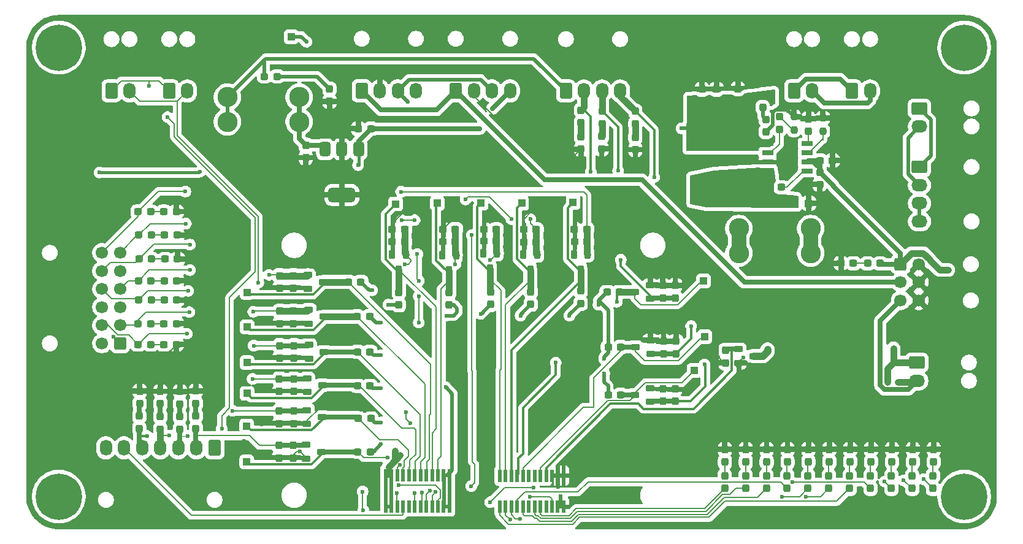
<source format=gbr>
%TF.GenerationSoftware,KiCad,Pcbnew,9.0.4*%
%TF.CreationDate,2025-10-25T01:57:36-05:00*%
%TF.ProjectId,ControlsLeader_PCB,436f6e74-726f-46c7-934c-65616465725f,rev?*%
%TF.SameCoordinates,Original*%
%TF.FileFunction,Copper,L1,Top*%
%TF.FilePolarity,Positive*%
%FSLAX46Y46*%
G04 Gerber Fmt 4.6, Leading zero omitted, Abs format (unit mm)*
G04 Created by KiCad (PCBNEW 9.0.4) date 2025-10-25 01:57:36*
%MOMM*%
%LPD*%
G01*
G04 APERTURE LIST*
G04 Aperture macros list*
%AMRoundRect*
0 Rectangle with rounded corners*
0 $1 Rounding radius*
0 $2 $3 $4 $5 $6 $7 $8 $9 X,Y pos of 4 corners*
0 Add a 4 corners polygon primitive as box body*
4,1,4,$2,$3,$4,$5,$6,$7,$8,$9,$2,$3,0*
0 Add four circle primitives for the rounded corners*
1,1,$1+$1,$2,$3*
1,1,$1+$1,$4,$5*
1,1,$1+$1,$6,$7*
1,1,$1+$1,$8,$9*
0 Add four rect primitives between the rounded corners*
20,1,$1+$1,$2,$3,$4,$5,0*
20,1,$1+$1,$4,$5,$6,$7,0*
20,1,$1+$1,$6,$7,$8,$9,0*
20,1,$1+$1,$8,$9,$2,$3,0*%
G04 Aperture macros list end*
%TA.AperFunction,SMDPad,CuDef*%
%ADD10R,1.000000X1.000000*%
%TD*%
%TA.AperFunction,SMDPad,CuDef*%
%ADD11RoundRect,0.237500X-0.237500X0.287500X-0.237500X-0.287500X0.237500X-0.287500X0.237500X0.287500X0*%
%TD*%
%TA.AperFunction,SMDPad,CuDef*%
%ADD12RoundRect,0.120000X0.280000X0.480000X-0.280000X0.480000X-0.280000X-0.480000X0.280000X-0.480000X0*%
%TD*%
%TA.AperFunction,SMDPad,CuDef*%
%ADD13RoundRect,0.237500X-0.237500X0.300000X-0.237500X-0.300000X0.237500X-0.300000X0.237500X0.300000X0*%
%TD*%
%TA.AperFunction,SMDPad,CuDef*%
%ADD14RoundRect,0.237500X-0.300000X-0.237500X0.300000X-0.237500X0.300000X0.237500X-0.300000X0.237500X0*%
%TD*%
%TA.AperFunction,SMDPad,CuDef*%
%ADD15RoundRect,0.237500X0.300000X0.237500X-0.300000X0.237500X-0.300000X-0.237500X0.300000X-0.237500X0*%
%TD*%
%TA.AperFunction,SMDPad,CuDef*%
%ADD16RoundRect,0.237500X0.287500X0.237500X-0.287500X0.237500X-0.287500X-0.237500X0.287500X-0.237500X0*%
%TD*%
%TA.AperFunction,SMDPad,CuDef*%
%ADD17RoundRect,0.237500X0.237500X-0.300000X0.237500X0.300000X-0.237500X0.300000X-0.237500X-0.300000X0*%
%TD*%
%TA.AperFunction,SMDPad,CuDef*%
%ADD18RoundRect,0.237500X0.237500X-0.287500X0.237500X0.287500X-0.237500X0.287500X-0.237500X-0.287500X0*%
%TD*%
%TA.AperFunction,SMDPad,CuDef*%
%ADD19RoundRect,0.120000X-0.480000X0.280000X-0.480000X-0.280000X0.480000X-0.280000X0.480000X0.280000X0*%
%TD*%
%TA.AperFunction,SMDPad,CuDef*%
%ADD20RoundRect,0.375000X-0.375000X0.625000X-0.375000X-0.625000X0.375000X-0.625000X0.375000X0.625000X0*%
%TD*%
%TA.AperFunction,SMDPad,CuDef*%
%ADD21RoundRect,0.500000X-1.400000X0.500000X-1.400000X-0.500000X1.400000X-0.500000X1.400000X0.500000X0*%
%TD*%
%TA.AperFunction,SMDPad,CuDef*%
%ADD22RoundRect,0.120000X0.480000X-0.280000X0.480000X0.280000X-0.480000X0.280000X-0.480000X-0.280000X0*%
%TD*%
%TA.AperFunction,ComponentPad*%
%ADD23RoundRect,0.250000X-0.850000X-0.600000X0.850000X-0.600000X0.850000X0.600000X-0.850000X0.600000X0*%
%TD*%
%TA.AperFunction,ComponentPad*%
%ADD24O,2.200000X1.700000*%
%TD*%
%TA.AperFunction,ComponentPad*%
%ADD25RoundRect,0.250000X0.600000X-0.850000X0.600000X0.850000X-0.600000X0.850000X-0.600000X-0.850000X0*%
%TD*%
%TA.AperFunction,ComponentPad*%
%ADD26O,1.700000X2.200000*%
%TD*%
%TA.AperFunction,SMDPad,CuDef*%
%ADD27R,0.550000X1.800000*%
%TD*%
%TA.AperFunction,ComponentPad*%
%ADD28C,3.600000*%
%TD*%
%TA.AperFunction,ConnectorPad*%
%ADD29C,6.400000*%
%TD*%
%TA.AperFunction,ComponentPad*%
%ADD30C,2.780000*%
%TD*%
%TA.AperFunction,SMDPad,CuDef*%
%ADD31R,1.528000X0.650000*%
%TD*%
%TA.AperFunction,SMDPad,CuDef*%
%ADD32RoundRect,0.237500X0.237500X-0.250000X0.237500X0.250000X-0.237500X0.250000X-0.237500X-0.250000X0*%
%TD*%
%TA.AperFunction,SMDPad,CuDef*%
%ADD33RoundRect,0.250000X-0.300000X-0.300000X0.300000X-0.300000X0.300000X0.300000X-0.300000X0.300000X0*%
%TD*%
%TA.AperFunction,ComponentPad*%
%ADD34RoundRect,0.250000X-0.600000X-0.600000X0.600000X-0.600000X0.600000X0.600000X-0.600000X0.600000X0*%
%TD*%
%TA.AperFunction,ComponentPad*%
%ADD35C,1.700000*%
%TD*%
%TA.AperFunction,SMDPad,CuDef*%
%ADD36RoundRect,0.237500X-0.287500X-0.237500X0.287500X-0.237500X0.287500X0.237500X-0.287500X0.237500X0*%
%TD*%
%TA.AperFunction,ComponentPad*%
%ADD37RoundRect,0.250000X0.600000X0.600000X-0.600000X0.600000X-0.600000X-0.600000X0.600000X-0.600000X0*%
%TD*%
%TA.AperFunction,SMDPad,CuDef*%
%ADD38RoundRect,0.150000X-0.150000X-0.200000X0.150000X-0.200000X0.150000X0.200000X-0.150000X0.200000X0*%
%TD*%
%TA.AperFunction,ComponentPad*%
%ADD39RoundRect,0.250000X-0.600000X0.850000X-0.600000X-0.850000X0.600000X-0.850000X0.600000X0.850000X0*%
%TD*%
%TA.AperFunction,SMDPad,CuDef*%
%ADD40RoundRect,0.250000X2.500000X-1.750000X2.500000X1.750000X-2.500000X1.750000X-2.500000X-1.750000X0*%
%TD*%
%TA.AperFunction,ViaPad*%
%ADD41C,0.600000*%
%TD*%
%TA.AperFunction,ViaPad*%
%ADD42C,0.800000*%
%TD*%
%TA.AperFunction,Conductor*%
%ADD43C,0.500000*%
%TD*%
%TA.AperFunction,Conductor*%
%ADD44C,0.300000*%
%TD*%
%TA.AperFunction,Conductor*%
%ADD45C,0.700000*%
%TD*%
%TA.AperFunction,Conductor*%
%ADD46C,0.200000*%
%TD*%
%TA.AperFunction,Conductor*%
%ADD47C,0.900000*%
%TD*%
%TA.AperFunction,Conductor*%
%ADD48C,0.400000*%
%TD*%
%TA.AperFunction,Conductor*%
%ADD49C,1.000000*%
%TD*%
%TA.AperFunction,Conductor*%
%ADD50C,2.000000*%
%TD*%
%TA.AperFunction,Conductor*%
%ADD51C,0.100000*%
%TD*%
G04 APERTURE END LIST*
D10*
%TO.P,Neutral_gear,1,1*%
%TO.N,/Neutral_Gear_GPIO*%
X148300000Y-84450000D03*
%TD*%
D11*
%TO.P,D20,1,K*%
%TO.N,Net-(D20-K)*%
X196305000Y-122125000D03*
%TO.P,D20,2,A*%
%TO.N,/CarCan_TX_LED*%
X196305000Y-123875000D03*
%TD*%
D10*
%TO.P,Ign_arr,1,1*%
%TO.N,/Ign_arr_GPIO*%
X177700000Y-107575000D03*
%TD*%
D12*
%TO.P,Q5,1,D*%
%TO.N,/Rev_SW_GPIO*%
X143900000Y-93775000D03*
%TO.P,Q5,2,G*%
%TO.N,/Rev_SW_Signal*%
X144850000Y-91675000D03*
%TO.P,Q5,3,S*%
%TO.N,GND*%
X142950000Y-91675000D03*
%TD*%
D13*
%TO.P,R21,1*%
%TO.N,Net-(D6-K)*%
X164950000Y-75275000D03*
%TO.P,R21,2*%
%TO.N,GND*%
X164950000Y-77000000D03*
%TD*%
D14*
%TO.P,R19,1*%
%TO.N,Net-(D3-K)*%
X104667500Y-92200000D03*
%TO.P,R19,2*%
%TO.N,GND*%
X106392500Y-92200000D03*
%TD*%
D15*
%TO.P,C31,1*%
%TO.N,Net-(U6-BOOT)*%
X189750000Y-82300000D03*
%TO.P,C31,2*%
%TO.N,/24v_5v_Buck/LX*%
X188025000Y-82300000D03*
%TD*%
D10*
%TO.P,Hazard,1,1*%
%TO.N,/Hazard_GPIO_IN*%
X116000000Y-101550000D03*
%TD*%
D14*
%TO.P,C3,1*%
%TO.N,GND*%
X148675000Y-88100000D03*
%TO.P,C3,2*%
%TO.N,/Neutral_Gear_Signal*%
X150400000Y-88100000D03*
%TD*%
D16*
%TO.P,Cruise_En__Sig,1,K*%
%TO.N,Net-(D9-K)*%
X102730000Y-95200000D03*
%TO.P,Cruise_En__Sig,2,A*%
%TO.N,/Cruise_Enable_Signal*%
X100980000Y-95200000D03*
%TD*%
D17*
%TO.P,R28,1*%
%TO.N,Net-(D13-K)*%
X104020000Y-112182500D03*
%TO.P,R28,2*%
%TO.N,GND*%
X104020000Y-110457500D03*
%TD*%
D11*
%TO.P,Horn_3.3V_Sig,1,K*%
%TO.N,Net-(D13-K)*%
X104020000Y-113932500D03*
%TO.P,Horn_3.3V_Sig,2,A*%
%TO.N,/Horn_3.3V_Signal*%
X104020000Y-115682500D03*
%TD*%
D14*
%TO.P,C10,1*%
%TO.N,GND*%
X154187500Y-88100000D03*
%TO.P,C10,2*%
%TO.N,/Regen_Enable_Signal*%
X155912500Y-88100000D03*
%TD*%
D10*
%TO.P,Cruise_En,1,1*%
%TO.N,/Cruise_Enable_GPIO_IN*%
X136500000Y-84600000D03*
%TD*%
D18*
%TO.P,D7,1,K*%
%TO.N,Net-(D7-K)*%
X169600000Y-73550000D03*
%TO.P,D7,2,A*%
%TO.N,/Ign_arr_Signal*%
X169600000Y-71800000D03*
%TD*%
D14*
%TO.P,R37,1*%
%TO.N,/3.3V_LSOM*%
X165850000Y-110950000D03*
%TO.P,R37,2*%
%TO.N,/Ign_arr_GPIO*%
X167575000Y-110950000D03*
%TD*%
D11*
%TO.P,D18,1,K*%
%TO.N,Net-(D18-K)*%
X207805000Y-122125000D03*
%TO.P,D18,2,A*%
%TO.N,/Extra_LED2*%
X207805000Y-123875000D03*
%TD*%
D19*
%TO.P,Q14,1,D*%
%TO.N,/Horn_GPIO_IN*%
X126400000Y-109600000D03*
%TO.P,Q14,2,G*%
%TO.N,/Horn_3.3V_Signal*%
X124300000Y-108650000D03*
%TO.P,Q14,3,S*%
%TO.N,GND*%
X124300000Y-110550000D03*
%TD*%
D18*
%TO.P,D8,1,K*%
%TO.N,Net-(D8-K)*%
X162100000Y-73400000D03*
%TO.P,D8,2,A*%
%TO.N,/Ign_mtr_Signal*%
X162100000Y-71650000D03*
%TD*%
D14*
%TO.P,R27,1*%
%TO.N,Net-(D12-K)*%
X104505000Y-104000000D03*
%TO.P,R27,2*%
%TO.N,GND*%
X106230000Y-104000000D03*
%TD*%
D17*
%TO.P,R34,1*%
%TO.N,/3.3V_LSOM*%
X149600000Y-98475000D03*
%TO.P,R34,2*%
%TO.N,/Neutral_Gear_GPIO*%
X149600000Y-96750000D03*
%TD*%
%TO.P,C14,1*%
%TO.N,GND*%
X120400000Y-119662500D03*
%TO.P,C14,2*%
%TO.N,/Left_Blinker_Signal*%
X120400000Y-117937500D03*
%TD*%
D20*
%TO.P,U4,1,IN*%
%TO.N,/5V_LDO*%
X131382500Y-77050000D03*
%TO.P,U4,2,GND*%
%TO.N,GND*%
X129082500Y-77050000D03*
D21*
X129082500Y-83350000D03*
D20*
%TO.P,U4,3,OUT*%
%TO.N,/5v_3.3v_LDO/3.3V_LDO*%
X126782500Y-77050000D03*
%TD*%
D14*
%TO.P,R3,1*%
%TO.N,GND*%
X148675000Y-89700000D03*
%TO.P,R3,2*%
%TO.N,/Neutral_Gear_Signal*%
X150400000Y-89700000D03*
%TD*%
D10*
%TO.P,Right_Blinker,1,1*%
%TO.N,/Right_Blinker_ON*%
X115950000Y-115250000D03*
%TD*%
D11*
%TO.P,D26,1,K*%
%TO.N,Net-(D26-K)*%
X204930000Y-122125000D03*
%TO.P,D26,2,A*%
%TO.N,/Extra_LED3*%
X204930000Y-123875000D03*
%TD*%
D13*
%TO.P,C7,1*%
%TO.N,GND*%
X175100000Y-95825000D03*
%TO.P,C7,2*%
%TO.N,/Ign_mtr_Signal*%
X175100000Y-97550000D03*
%TD*%
D22*
%TO.P,Q7,1,D*%
%TO.N,/Ign_OFF_GPIO*%
X169600000Y-104350000D03*
%TO.P,Q7,2,G*%
%TO.N,/Ign_off_Signal*%
X171700000Y-105300000D03*
%TO.P,Q7,3,S*%
%TO.N,GND*%
X171700000Y-103400000D03*
%TD*%
D17*
%TO.P,R54,1*%
%TO.N,Net-(D25-K)*%
X181955000Y-120200000D03*
%TO.P,R54,2*%
%TO.N,GND*%
X181955000Y-118475000D03*
%TD*%
%TO.P,R15,1*%
%TO.N,GND*%
X122450000Y-110475000D03*
%TO.P,R15,2*%
%TO.N,/Horn_3.3V_Signal*%
X122450000Y-108750000D03*
%TD*%
D12*
%TO.P,Q3,1,D*%
%TO.N,/Fwd_SW_GPIO*%
X162050000Y-93650000D03*
%TO.P,Q3,2,G*%
%TO.N,/Fwd_SW_Signal*%
X163000000Y-91550000D03*
%TO.P,Q3,3,S*%
%TO.N,GND*%
X161100000Y-91550000D03*
%TD*%
D17*
%TO.P,C12,1*%
%TO.N,GND*%
X120450000Y-110475000D03*
%TO.P,C12,2*%
%TO.N,/Horn_3.3V_Signal*%
X120450000Y-108750000D03*
%TD*%
D11*
%TO.P,D17,1,K*%
%TO.N,Net-(D17-K)*%
X210680000Y-122125000D03*
%TO.P,D17,2,A*%
%TO.N,/Extra_LED1*%
X210680000Y-123875000D03*
%TD*%
D17*
%TO.P,R30,1*%
%TO.N,Net-(D15-K)*%
X108920000Y-112107500D03*
%TO.P,R30,2*%
%TO.N,GND*%
X108920000Y-110382500D03*
%TD*%
%TO.P,R33,1*%
%TO.N,Net-(D18-K)*%
X207897500Y-120200000D03*
%TO.P,R33,2*%
%TO.N,GND*%
X207897500Y-118475000D03*
%TD*%
D19*
%TO.P,Q15,1,D*%
%TO.N,/Right_Blinker_ON*%
X126350000Y-114000000D03*
%TO.P,Q15,2,G*%
%TO.N,/Right_Blinker_Signal*%
X124250000Y-113050000D03*
%TO.P,Q15,3,S*%
%TO.N,GND*%
X124250000Y-114950000D03*
%TD*%
D15*
%TO.P,C35,1*%
%TO.N,/5V_LDO*%
X133095000Y-74200000D03*
%TO.P,C35,2*%
%TO.N,GND*%
X131370000Y-74200000D03*
%TD*%
D10*
%TO.P,Horn_In,1,1*%
%TO.N,/Horn_GPIO_IN*%
X116000000Y-110750000D03*
%TD*%
D17*
%TO.P,R16,1*%
%TO.N,GND*%
X122450000Y-114925000D03*
%TO.P,R16,2*%
%TO.N,/Right_Blinker_Signal*%
X122450000Y-113200000D03*
%TD*%
%TO.P,R35,1*%
%TO.N,/3.3V_LSOM*%
X143900000Y-98550000D03*
%TO.P,R35,2*%
%TO.N,/Rev_SW_GPIO*%
X143900000Y-96825000D03*
%TD*%
D18*
%TO.P,D6,1,K*%
%TO.N,Net-(D6-K)*%
X165000000Y-73550000D03*
%TO.P,D6,2,A*%
%TO.N,/Ign_off_Signal*%
X165000000Y-71800000D03*
%TD*%
D17*
%TO.P,C18,1*%
%TO.N,Net-(U6-COMP)*%
X189500000Y-74275000D03*
%TO.P,C18,2*%
%TO.N,Net-(C18-Pad2)*%
X189500000Y-72550000D03*
%TD*%
D10*
%TO.P,Ign_OFF,1,1*%
%TO.N,/Ign_OFF_GPIO*%
X179150000Y-102925000D03*
%TD*%
D14*
%TO.P,R18,1*%
%TO.N,Net-(D2-K)*%
X104505000Y-85650000D03*
%TO.P,R18,2*%
%TO.N,GND*%
X106230000Y-85650000D03*
%TD*%
D23*
%TO.P,J11,1,Pin_1*%
%TO.N,/Dash/Contactor_OUT1*%
X208820000Y-71400000D03*
D24*
%TO.P,J11,2,Pin_2*%
%TO.N,/Dash/Contactor_IN1*%
X208820000Y-73900000D03*
%TD*%
D14*
%TO.P,R36,1*%
%TO.N,/3.3V_LSOM*%
X165850000Y-104350000D03*
%TO.P,R36,2*%
%TO.N,/Ign_OFF_GPIO*%
X167575000Y-104350000D03*
%TD*%
D15*
%TO.P,R40,1*%
%TO.N,/3.3V_LSOM*%
X131712500Y-95350000D03*
%TO.P,R40,2*%
%TO.N,/Cruise_Set_GPIO_IN*%
X129987500Y-95350000D03*
%TD*%
D16*
%TO.P,Neutral_Gear_Sig,1,K*%
%TO.N,Net-(D3-K)*%
X102830000Y-92200000D03*
%TO.P,Neutral_Gear_Sig,2,A*%
%TO.N,/Neutral_Gear_Signal*%
X101080000Y-92200000D03*
%TD*%
D10*
%TO.P,Regen_En,1,1*%
%TO.N,/Regen_Enable_GPIO_IN*%
X153900000Y-84500000D03*
%TD*%
D14*
%TO.P,R2,1*%
%TO.N,GND*%
X161187500Y-89800000D03*
%TO.P,R2,2*%
%TO.N,/Fwd_SW_Signal*%
X162912500Y-89800000D03*
%TD*%
D25*
%TO.P,J3,1,CAN_H*%
%TO.N,/CarCan_H*%
X105250000Y-69000000D03*
D26*
%TO.P,J3,2,CAN_L*%
%TO.N,/CarCan_L*%
X107750000Y-69000000D03*
%TD*%
D27*
%TO.P,U2,1,+3.3V*%
%TO.N,/3.3V_LSOM*%
X143936089Y-122049998D03*
%TO.P,U2,2,+3.3V*%
X143936090Y-126349939D03*
%TO.P,U2,3,+3.3V*%
X143136090Y-122049939D03*
%TO.P,U2,4,+3.3V*%
X143136090Y-126350000D03*
%TO.P,U2,5,I2C4_SDA*%
%TO.N,/Rev_SW_GPIO*%
X142336090Y-122049939D03*
%TO.P,U2,6,IntCAN_H*%
%TO.N,/PerCan_H*%
X142336089Y-126350000D03*
%TO.P,U2,7,I2C4_SCL*%
%TO.N,/Cruise_Enable_GPIO_IN*%
X141536090Y-122049939D03*
%TO.P,U2,8,IntCAN_L*%
%TO.N,/PerCan_L*%
X141536091Y-126350000D03*
%TO.P,U2,9,I2C3_SDA*%
%TO.N,/Cruise_Set_GPIO_IN*%
X140736090Y-122049939D03*
%TO.P,U2,10,ADC2_IN12*%
%TO.N,/Extra_LED4*%
X140736090Y-126350000D03*
%TO.P,U2,11,I2C3_SCL*%
%TO.N,/Hazard_GPIO_IN*%
X139936090Y-122049939D03*
%TO.P,U2,12,ADC1_IN11*%
%TO.N,/Extra_LED3*%
X139936092Y-126350000D03*
%TO.P,U2,13,UART5_TX*%
%TO.N,/Regen_Active_GPIO_IN*%
X139136090Y-122049939D03*
%TO.P,U2,14,SPI2_MISO*%
%TO.N,/Extra_LED2*%
X139136091Y-126350000D03*
%TO.P,U2,15,UART5_RX*%
%TO.N,/Horn_GPIO_IN*%
X138336090Y-122049939D03*
%TO.P,U2,16,SPI2_NSS*%
%TO.N,unconnected-(U2A-SPI2_NSS-Pad16)*%
X138336090Y-126350000D03*
%TO.P,U2,17,USART1_TX*%
%TO.N,/Right_Blinker_ON*%
X137536091Y-122049998D03*
%TO.P,U2,18,SPI2_MOSI*%
%TO.N,/Indicator_PWM*%
X137536091Y-126350000D03*
%TO.P,U2,19,USART1_RX*%
%TO.N,/Left_Blinker_ON*%
X136736091Y-122049998D03*
%TO.P,U2,20,SPI2_SCK*%
%TO.N,/Extra_LED1*%
X136736091Y-126350000D03*
%TO.P,U2,21,24VExt*%
%TO.N,+24V*%
X135936092Y-122049998D03*
%TO.P,U2,22,24VExt*%
X135936092Y-126350000D03*
%TO.P,U2,23,24VExt*%
X135136091Y-122049998D03*
%TO.P,U2,24,24VExt*%
X135136091Y-126350000D03*
%TO.P,U2,25,GND*%
%TO.N,GND*%
X159690067Y-122099998D03*
%TO.P,U2,26,GND*%
X159690067Y-126400000D03*
%TO.P,U2,27,GND*%
X158890068Y-122099998D03*
%TO.P,U2,28,GND*%
X158890068Y-126400000D03*
%TO.P,U2,29,GND*%
X158090067Y-122099998D03*
%TO.P,U2,30,CarCAN_H*%
%TO.N,/CarCan_H*%
X158090067Y-126400000D03*
%TO.P,U2,31,ADC1_IN12*%
%TO.N,/Horn_GPIO_OUT*%
X157290069Y-122099998D03*
%TO.P,U2,32,CarCAN_L*%
%TO.N,/CarCan_L*%
X157290069Y-126400000D03*
%TO.P,U2,33,ADC1_IN15*%
%TO.N,/Ign_arr_GPIO*%
X156490068Y-122099998D03*
%TO.P,U2,34,UART4_TX*%
%TO.N,/Akshay_LED*%
X156490068Y-126400000D03*
%TO.P,U2,35,OPAMP5_VINM*%
%TO.N,unconnected-(U2B-OPAMP5_VINM-Pad35)*%
X155690070Y-122099998D03*
%TO.P,U2,36,UART4_RX*%
%TO.N,/Controls_HB_LED*%
X155690070Y-126400000D03*
%TO.P,U2,37,+3.3VA*%
%TO.N,unconnected-(U2B-+3.3VA-Pad37)*%
X154890069Y-122099998D03*
%TO.P,U2,38,GNDA*%
%TO.N,GND*%
X154890069Y-126400000D03*
%TO.P,U2,39,ADC1_IN3*%
%TO.N,/Ign_OFF_GPIO*%
X154090068Y-122099998D03*
%TO.P,U2,40,ADC1_IN7*%
%TO.N,/BPS_Fault_LED*%
X154090068Y-126400000D03*
%TO.P,U2,41,ADC1_IN2*%
%TO.N,/Ign_mtr_GPIO*%
X153290069Y-122099998D03*
%TO.P,U2,42,SPI3_MISO*%
%TO.N,/PH_Can_TX_LED*%
X153290069Y-126400000D03*
%TO.P,U2,43,ADC1_IN1*%
%TO.N,/Fwd_SW_GPIO*%
X152490069Y-122099998D03*
%TO.P,U2,44,SPI3_NSS*%
%TO.N,/PH_Can_RX_LED*%
X152490069Y-126400000D03*
%TO.P,U2,45,ADC1_IN8*%
%TO.N,/Regen_Enable_GPIO_IN*%
X151690070Y-122099998D03*
%TO.P,U2,46,SPI3_MOSI*%
%TO.N,/CarCan_TX_LED*%
X151690070Y-126400000D03*
%TO.P,U2,47,ADC1_IN6*%
%TO.N,/Neutral_Gear_GPIO*%
X150890069Y-122099998D03*
%TO.P,U2,48,SPI3_SCK*%
%TO.N,/CarCan_RX_LED*%
X150890069Y-126400000D03*
%TD*%
D10*
%TO.P,FWD_SW,1,1*%
%TO.N,/Fwd_SW_GPIO*%
X161000000Y-84400000D03*
%TD*%
D25*
%TO.P,J15,1,Pin_1*%
%TO.N,/3.3V_LDO*%
X160000000Y-69000000D03*
D26*
%TO.P,J15,2,Pin_2*%
%TO.N,/Ign_mtr_Signal*%
X162500000Y-69000000D03*
%TO.P,J15,3,Pin_3*%
%TO.N,/Ign_off_Signal*%
X165000000Y-69000000D03*
%TO.P,J15,4,Pin_4*%
%TO.N,/Ign_arr_Signal*%
X167500000Y-69000000D03*
%TD*%
D17*
%TO.P,R12,1*%
%TO.N,GND*%
X122375000Y-96225000D03*
%TO.P,R12,2*%
%TO.N,/Cruise_Set_Signal*%
X122375000Y-94500000D03*
%TD*%
D15*
%TO.P,R44,1*%
%TO.N,/3.3V_LSOM*%
X133100000Y-114200000D03*
%TO.P,R44,2*%
%TO.N,/Right_Blinker_ON*%
X131375000Y-114200000D03*
%TD*%
%TO.P,R42,1*%
%TO.N,/3.3V_LSOM*%
X132900000Y-100100000D03*
%TO.P,R42,2*%
%TO.N,/Hazard_GPIO_IN*%
X131175000Y-100100000D03*
%TD*%
D28*
%TO.P,H1,1*%
%TO.N,N/C*%
X90000000Y-63000000D03*
D29*
X90000000Y-63000000D03*
%TD*%
D14*
%TO.P,R4,1*%
%TO.N,GND*%
X143000000Y-89775000D03*
%TO.P,R4,2*%
%TO.N,/Rev_SW_Signal*%
X144725000Y-89775000D03*
%TD*%
D30*
%TO.P,F2,1*%
%TO.N,Net-(Q6-D)*%
X183875000Y-87975000D03*
X183875000Y-91375000D03*
%TO.P,F2,2*%
%TO.N,/Horn_24V_Signal_Out*%
X193795000Y-87975000D03*
X193795000Y-91375000D03*
%TD*%
D13*
%TO.P,C36,1*%
%TO.N,/5v_3.3v_LDO/3.3V_LDO*%
X124095000Y-76475000D03*
%TO.P,C36,2*%
%TO.N,GND*%
X124095000Y-78200000D03*
%TD*%
D17*
%TO.P,R17,1*%
%TO.N,GND*%
X122400000Y-119662500D03*
%TO.P,R17,2*%
%TO.N,/Left_Blinker_Signal*%
X122400000Y-117937500D03*
%TD*%
D12*
%TO.P,Q4,1,D*%
%TO.N,/Neutral_Gear_GPIO*%
X149550000Y-93500000D03*
%TO.P,Q4,2,G*%
%TO.N,/Neutral_Gear_Signal*%
X150500000Y-91400000D03*
%TO.P,Q4,3,S*%
%TO.N,GND*%
X148600000Y-91400000D03*
%TD*%
D17*
%TO.P,R55,1*%
%TO.N,Net-(D27-K)*%
X202132500Y-120200000D03*
%TO.P,R55,2*%
%TO.N,GND*%
X202132500Y-118475000D03*
%TD*%
%TO.P,R45,1*%
%TO.N,Net-(D17-K)*%
X210780000Y-120200000D03*
%TO.P,R45,2*%
%TO.N,GND*%
X210780000Y-118475000D03*
%TD*%
D14*
%TO.P,C2,1*%
%TO.N,GND*%
X161175000Y-88090000D03*
%TO.P,C2,2*%
%TO.N,/Fwd_SW_Signal*%
X162900000Y-88090000D03*
%TD*%
D10*
%TO.P,Cruise_Set,1,1*%
%TO.N,/Cruise_Set_GPIO_IN*%
X116000000Y-96800000D03*
%TD*%
D17*
%TO.P,R9,1*%
%TO.N,Net-(D1-K)*%
X101170000Y-112145000D03*
%TO.P,R9,2*%
%TO.N,GND*%
X101170000Y-110420000D03*
%TD*%
D31*
%TO.P,U6,1,BOOT*%
%TO.N,Net-(U6-BOOT)*%
X193275000Y-80095000D03*
%TO.P,U6,2,VIN*%
%TO.N,+24V*%
X193275000Y-78825000D03*
%TO.P,U6,3,ROSC*%
%TO.N,/24v_5v_Buck/ROSC*%
X193275000Y-77555000D03*
%TO.P,U6,4,SS*%
%TO.N,Net-(U6-SS)*%
X193275000Y-76285000D03*
%TO.P,U6,5,VSENSE*%
%TO.N,/5V_LDO*%
X187853000Y-76285000D03*
%TO.P,U6,6,COMP*%
%TO.N,Net-(U6-COMP)*%
X187853000Y-77555000D03*
%TO.P,U6,7,GND*%
%TO.N,GND*%
X187853000Y-78825000D03*
%TO.P,U6,8,LX*%
%TO.N,/24v_5v_Buck/LX*%
X187853000Y-80095000D03*
%TD*%
D10*
%TO.P,Rev_SW,1,1*%
%TO.N,/Rev_SW_GPIO*%
X142250000Y-84500000D03*
%TD*%
D17*
%TO.P,R53,1*%
%TO.N,Net-(D24-K)*%
X187720000Y-120200000D03*
%TO.P,R53,2*%
%TO.N,GND*%
X187720000Y-118475000D03*
%TD*%
D25*
%TO.P,J13,1,Pin_1*%
%TO.N,/Dash/LV_EN*%
X199500000Y-69000000D03*
D26*
%TO.P,J13,2,Pin_2*%
%TO.N,/Dash/LV-*%
X202000000Y-69000000D03*
%TD*%
D13*
%TO.P,C5,1*%
%TO.N,GND*%
X175200000Y-103525000D03*
%TO.P,C5,2*%
%TO.N,/Ign_off_Signal*%
X175200000Y-105250000D03*
%TD*%
D12*
%TO.P,Q10,1,D*%
%TO.N,/Cruise_Enable_GPIO_IN*%
X136950000Y-93650000D03*
%TO.P,Q10,2,G*%
%TO.N,/Cruise_Enable_Signal*%
X137900000Y-91550000D03*
%TO.P,Q10,3,S*%
%TO.N,GND*%
X136000000Y-91550000D03*
%TD*%
D11*
%TO.P,D27,1,K*%
%TO.N,Net-(D27-K)*%
X202055000Y-122125000D03*
%TO.P,D27,2,A*%
%TO.N,/Extra_LED4*%
X202055000Y-123875000D03*
%TD*%
D13*
%TO.P,R23,1*%
%TO.N,Net-(D8-K)*%
X162100000Y-75300000D03*
%TO.P,R23,2*%
%TO.N,GND*%
X162100000Y-77025000D03*
%TD*%
%TO.P,R6,1*%
%TO.N,GND*%
X173450000Y-110100000D03*
%TO.P,R6,2*%
%TO.N,/Ign_arr_Signal*%
X173450000Y-111825000D03*
%TD*%
D17*
%TO.P,C33,1*%
%TO.N,/5V_LDO*%
X180790000Y-70475000D03*
%TO.P,C33,2*%
%TO.N,GND*%
X180790000Y-68750000D03*
%TD*%
D13*
%TO.P,C6,1*%
%TO.N,GND*%
X175100000Y-110125000D03*
%TO.P,C6,2*%
%TO.N,/Ign_arr_Signal*%
X175100000Y-111850000D03*
%TD*%
D32*
%TO.P,R87,1*%
%TO.N,/24v_5v_Buck/ROSC*%
X195500000Y-74550000D03*
%TO.P,R87,2*%
%TO.N,GND*%
X195500000Y-72725000D03*
%TD*%
D11*
%TO.P,D22,1,K*%
%TO.N,Net-(D22-K)*%
X190555000Y-122125000D03*
%TO.P,D22,2,A*%
%TO.N,/PH_Can_TX_LED*%
X190555000Y-123875000D03*
%TD*%
D17*
%TO.P,R49,1*%
%TO.N,Net-(D20-K)*%
X196367500Y-120200000D03*
%TO.P,R49,2*%
%TO.N,GND*%
X196367500Y-118475000D03*
%TD*%
D15*
%TO.P,R47,1*%
%TO.N,Net-(D16-K)*%
X199700000Y-92775000D03*
%TO.P,R47,2*%
%TO.N,GND*%
X197975000Y-92775000D03*
%TD*%
D16*
%TO.P,Regen_En_Sig,1,K*%
%TO.N,Net-(D11-K)*%
X102780000Y-88900000D03*
%TO.P,Regen_En_Sig,2,A*%
%TO.N,/Regen_Enable_Signal*%
X101030000Y-88900000D03*
%TD*%
D17*
%TO.P,C32,1*%
%TO.N,/5V_LDO*%
X183750000Y-70405000D03*
%TO.P,C32,2*%
%TO.N,GND*%
X183750000Y-68680000D03*
%TD*%
D14*
%TO.P,R20,1*%
%TO.N,Net-(D5-K)*%
X104567500Y-97850000D03*
%TO.P,R20,2*%
%TO.N,GND*%
X106292500Y-97850000D03*
%TD*%
D17*
%TO.P,C9,1*%
%TO.N,GND*%
X120475000Y-96225000D03*
%TO.P,C9,2*%
%TO.N,/Cruise_Set_Signal*%
X120475000Y-94500000D03*
%TD*%
D14*
%TO.P,C4,1*%
%TO.N,GND*%
X143025000Y-88075000D03*
%TO.P,C4,2*%
%TO.N,/Rev_SW_Signal*%
X144750000Y-88075000D03*
%TD*%
%TO.P,R13,1*%
%TO.N,GND*%
X154200000Y-89850000D03*
%TO.P,R13,2*%
%TO.N,/Regen_Enable_Signal*%
X155925000Y-89850000D03*
%TD*%
D17*
%TO.P,C34,1*%
%TO.N,/5V_LDO*%
X178790000Y-70475000D03*
%TO.P,C34,2*%
%TO.N,GND*%
X178790000Y-68750000D03*
%TD*%
D13*
%TO.P,R7,1*%
%TO.N,GND*%
X173400000Y-95850000D03*
%TO.P,R7,2*%
%TO.N,/Ign_mtr_Signal*%
X173400000Y-97575000D03*
%TD*%
D32*
%TO.P,R86,1*%
%TO.N,Net-(C18-Pad2)*%
X191500000Y-74375000D03*
%TO.P,R86,2*%
%TO.N,GND*%
X191500000Y-72550000D03*
%TD*%
D17*
%TO.P,C13,1*%
%TO.N,GND*%
X120450000Y-114925000D03*
%TO.P,C13,2*%
%TO.N,/Right_Blinker_Signal*%
X120450000Y-113200000D03*
%TD*%
D33*
%TO.P,D4,1,K*%
%TO.N,/24v_5v_Buck/LX*%
X190715000Y-84510000D03*
%TO.P,D4,2,A*%
%TO.N,GND*%
X193515000Y-84510000D03*
%TD*%
D17*
%TO.P,R48,1*%
%TO.N,Net-(D19-K)*%
X199250000Y-120200000D03*
%TO.P,R48,2*%
%TO.N,GND*%
X199250000Y-118475000D03*
%TD*%
D10*
%TO.P,Regen_Active,1,1*%
%TO.N,/Regen_Active_GPIO_IN*%
X116000000Y-106500000D03*
%TD*%
D23*
%TO.P,J17,1,Pin_1*%
%TO.N,/Horn_24V_Signal_Out*%
X208460000Y-106500000D03*
D24*
%TO.P,J17,2,Pin_2*%
%TO.N,/+24v_Horn*%
X208460000Y-109000000D03*
%TD*%
D16*
%TO.P,Cruise_Set_Sig,1,K*%
%TO.N,Net-(D10-K)*%
X102705000Y-101100000D03*
%TO.P,Cruise_Set_Sig,2,A*%
%TO.N,/Cruise_Set_Signal*%
X100955000Y-101100000D03*
%TD*%
%TO.P,FWD_SW_Sig,1,K*%
%TO.N,Net-(D2-K)*%
X102680000Y-85650000D03*
%TO.P,FWD_SW_Sig,2,A*%
%TO.N,/Fwd_SW_Signal*%
X100930000Y-85650000D03*
%TD*%
D19*
%TO.P,Q16,1,D*%
%TO.N,/Left_Blinker_ON*%
X126250000Y-118800000D03*
%TO.P,Q16,2,G*%
%TO.N,/Left_Blinker_Signal*%
X124150000Y-117850000D03*
%TO.P,Q16,3,S*%
%TO.N,GND*%
X124150000Y-119750000D03*
%TD*%
D11*
%TO.P,Right_Blinker_Sig,1,K*%
%TO.N,Net-(D14-K)*%
X106720000Y-113932500D03*
%TO.P,Right_Blinker_Sig,2,A*%
%TO.N,/Right_Blinker_Signal*%
X106720000Y-115682500D03*
%TD*%
D17*
%TO.P,R29,1*%
%TO.N,Net-(D14-K)*%
X106720000Y-112195000D03*
%TO.P,R29,2*%
%TO.N,GND*%
X106720000Y-110470000D03*
%TD*%
D34*
%TO.P,J8,1,Pin_1*%
%TO.N,+24V*%
X206220000Y-92900000D03*
D35*
%TO.P,J8,2,Pin_2*%
%TO.N,/+24v_Lights*%
X206220000Y-95400000D03*
%TO.P,J8,3,Pin_3*%
%TO.N,/+24v_Horn*%
X206220000Y-97900000D03*
%TO.P,J8,4,Pin_4*%
%TO.N,GND*%
X208720000Y-92900000D03*
%TO.P,J8,5,Pin_5*%
X208720000Y-95400000D03*
%TO.P,J8,6,Pin_6*%
X208720000Y-97900000D03*
%TD*%
D10*
%TO.P,3.3V1,1,1*%
%TO.N,/5v_3.3v_LDO/3.3V_LDO*%
X122100000Y-61500000D03*
%TD*%
D17*
%TO.P,R52,1*%
%TO.N,Net-(D23-K)*%
X184837500Y-120200000D03*
%TO.P,R52,2*%
%TO.N,GND*%
X184837500Y-118475000D03*
%TD*%
D19*
%TO.P,Q13,1,D*%
%TO.N,/Hazard_GPIO_IN*%
X126600000Y-100150000D03*
%TO.P,Q13,2,G*%
%TO.N,/Hazard_Signal*%
X124500000Y-99200000D03*
%TO.P,Q13,3,S*%
%TO.N,GND*%
X124500000Y-101100000D03*
%TD*%
D13*
%TO.P,R56,1*%
%TO.N,Net-(D30-K)*%
X127370000Y-68717500D03*
%TO.P,R56,2*%
%TO.N,GND*%
X127370000Y-70442500D03*
%TD*%
D11*
%TO.P,D21,1,K*%
%TO.N,Net-(D21-K)*%
X193430000Y-122125000D03*
%TO.P,D21,2,A*%
%TO.N,/PH_Can_RX_LED*%
X193430000Y-123875000D03*
%TD*%
D14*
%TO.P,R26,1*%
%TO.N,Net-(D11-K)*%
X104605000Y-88900000D03*
%TO.P,R26,2*%
%TO.N,GND*%
X106330000Y-88900000D03*
%TD*%
D28*
%TO.P,H4,1*%
%TO.N,N/C*%
X90000000Y-125000000D03*
D29*
X90000000Y-125000000D03*
%TD*%
D28*
%TO.P,H2,1*%
%TO.N,N/C*%
X215000000Y-63000000D03*
D29*
X215000000Y-63000000D03*
%TD*%
D17*
%TO.P,R46,1*%
%TO.N,Net-(D26-K)*%
X205015000Y-120200000D03*
%TO.P,R46,2*%
%TO.N,GND*%
X205015000Y-118475000D03*
%TD*%
D13*
%TO.P,R5,1*%
%TO.N,GND*%
X173500000Y-103525000D03*
%TO.P,R5,2*%
%TO.N,/Ign_off_Signal*%
X173500000Y-105250000D03*
%TD*%
D14*
%TO.P,R25,1*%
%TO.N,Net-(D10-K)*%
X104505000Y-101100000D03*
%TO.P,R25,2*%
%TO.N,GND*%
X106230000Y-101100000D03*
%TD*%
D10*
%TO.P,Left_Blinker,1,1*%
%TO.N,/Left_Blinker_ON*%
X115950000Y-120200000D03*
%TD*%
D14*
%TO.P,C16,1*%
%TO.N,+24V*%
X195087500Y-78600000D03*
%TO.P,C16,2*%
%TO.N,GND*%
X196812500Y-78600000D03*
%TD*%
D17*
%TO.P,C11,1*%
%TO.N,GND*%
X120500000Y-101125000D03*
%TO.P,C11,2*%
%TO.N,/Hazard_Signal*%
X120500000Y-99400000D03*
%TD*%
D16*
%TO.P,LDO Status,1,K*%
%TO.N,Net-(D30-K)*%
X120135000Y-66990000D03*
%TO.P,LDO Status,2,A*%
%TO.N,/3.3V_LDO*%
X118385000Y-66990000D03*
%TD*%
D13*
%TO.P,C15,1*%
%TO.N,+24V*%
X195050000Y-80187500D03*
%TO.P,C15,2*%
%TO.N,GND*%
X195050000Y-81912500D03*
%TD*%
D22*
%TO.P,Q9,1,D*%
%TO.N,/Ign_mtr_GPIO*%
X169550000Y-96750000D03*
%TO.P,Q9,2,G*%
%TO.N,/Ign_mtr_Signal*%
X171650000Y-97700000D03*
%TO.P,Q9,3,S*%
%TO.N,GND*%
X171650000Y-95800000D03*
%TD*%
D11*
%TO.P,Regen_Active_Sig,1,K*%
%TO.N,Net-(D1-K)*%
X101120000Y-113882500D03*
%TO.P,Regen_Active_Sig,2,A*%
%TO.N,/Regen_Active_Signal*%
X101120000Y-115632500D03*
%TD*%
D14*
%TO.P,R38,1*%
%TO.N,/3.3V_LSOM*%
X165675000Y-96750000D03*
%TO.P,R38,2*%
%TO.N,/Ign_mtr_GPIO*%
X167400000Y-96750000D03*
%TD*%
D11*
%TO.P,D19,1,K*%
%TO.N,Net-(D19-K)*%
X199180000Y-122125000D03*
%TO.P,D19,2,A*%
%TO.N,/CarCan_RX_LED*%
X199180000Y-123875000D03*
%TD*%
D36*
%TO.P,D16,1,K*%
%TO.N,Net-(D16-K)*%
X201650000Y-92800000D03*
%TO.P,D16,2,A*%
%TO.N,+24V*%
X203400000Y-92800000D03*
%TD*%
D11*
%TO.P,D25,1,K*%
%TO.N,Net-(D25-K)*%
X181930000Y-122125000D03*
%TO.P,D25,2,A*%
%TO.N,/Akshay_LED*%
X181930000Y-123875000D03*
%TD*%
%TO.P,D24,1,K*%
%TO.N,Net-(D24-K)*%
X187680000Y-122125000D03*
%TO.P,D24,2,A*%
%TO.N,/BPS_Fault_LED*%
X187680000Y-123875000D03*
%TD*%
D37*
%TO.P,J6,1,Pin_1*%
%TO.N,/3.3V_LDO*%
X98455000Y-103840000D03*
D35*
%TO.P,J6,2,Pin_2*%
%TO.N,/Cruise_Set_Signal*%
X98455000Y-101340000D03*
%TO.P,J6,3,Pin_3*%
%TO.N,/3.3V_LDO*%
X98455000Y-98840000D03*
%TO.P,J6,4,Pin_4*%
%TO.N,/Cruise_Enable_Signal*%
X98455000Y-96340000D03*
%TO.P,J6,5,Pin_5*%
%TO.N,/3.3V_LDO*%
X98455000Y-93840000D03*
%TO.P,J6,6,Pin_6*%
%TO.N,/Regen_Enable_Signal*%
X98455000Y-91340000D03*
%TO.P,J6,7,Pin_7*%
%TO.N,/3.3V_LDO*%
X95955000Y-103840000D03*
%TO.P,J6,8,Pin_8*%
%TO.N,/Hazard_Signal*%
X95955000Y-101340000D03*
%TO.P,J6,9,Pin_9*%
%TO.N,/3.3V_LDO*%
X95955000Y-98840000D03*
%TO.P,J6,10,Pin_10*%
%TO.N,/Rev_SW_Signal*%
X95955000Y-96340000D03*
%TO.P,J6,11,Pin_11*%
%TO.N,/Neutral_Gear_Signal*%
X95955000Y-93840000D03*
%TO.P,J6,12,Pin_12*%
%TO.N,/Fwd_SW_Signal*%
X95955000Y-91340000D03*
%TD*%
D16*
%TO.P,Hzard_Sig,1,K*%
%TO.N,Net-(D12-K)*%
X102705000Y-104000000D03*
%TO.P,Hzard_Sig,2,A*%
%TO.N,/Hazard_Signal*%
X100955000Y-104000000D03*
%TD*%
D15*
%TO.P,R57,1*%
%TO.N,/3.3V_LSOM*%
X133012500Y-118800000D03*
%TO.P,R57,2*%
%TO.N,/Left_Blinker_ON*%
X131287500Y-118800000D03*
%TD*%
%TO.P,R43,1*%
%TO.N,/3.3V_LSOM*%
X132950000Y-109700000D03*
%TO.P,R43,2*%
%TO.N,/Horn_GPIO_IN*%
X131225000Y-109700000D03*
%TD*%
D19*
%TO.P,Q11,1,D*%
%TO.N,/Cruise_Set_GPIO_IN*%
X126475000Y-95350000D03*
%TO.P,Q11,2,G*%
%TO.N,/Cruise_Set_Signal*%
X124375000Y-94400000D03*
%TO.P,Q11,3,S*%
%TO.N,GND*%
X124375000Y-96300000D03*
%TD*%
D13*
%TO.P,R10,1*%
%TO.N,Net-(D28-K)*%
X187615000Y-72910000D03*
%TO.P,R10,2*%
%TO.N,GND*%
X187615000Y-74635000D03*
%TD*%
D19*
%TO.P,Q6,1,D*%
%TO.N,Net-(Q6-D)*%
X185950000Y-105600000D03*
%TO.P,Q6,2,G*%
%TO.N,/Horn_GPIO_OUT*%
X183850000Y-104650000D03*
%TO.P,Q6,3,S*%
%TO.N,GND*%
X183850000Y-106550000D03*
%TD*%
D14*
%TO.P,R8,1*%
%TO.N,GND*%
X136025000Y-89800000D03*
%TO.P,R8,2*%
%TO.N,/Cruise_Enable_Signal*%
X137750000Y-89800000D03*
%TD*%
D19*
%TO.P,Q1,1,D*%
%TO.N,/Regen_Active_GPIO_IN*%
X126625000Y-105000000D03*
%TO.P,Q1,2,G*%
%TO.N,/Regen_Active_Signal*%
X124525000Y-104050000D03*
%TO.P,Q1,3,S*%
%TO.N,GND*%
X124525000Y-105950000D03*
%TD*%
D25*
%TO.P,J9,1,Pin_1*%
%TO.N,/Dash/LV_EN*%
X191500000Y-69000000D03*
D26*
%TO.P,J9,2,Pin_2*%
%TO.N,/Dash/LV-*%
X194000000Y-69000000D03*
%TD*%
D13*
%TO.P,R11,1*%
%TO.N,/Horn_GPIO_OUT*%
X182050000Y-104800000D03*
%TO.P,R11,2*%
%TO.N,GND*%
X182050000Y-106525000D03*
%TD*%
D17*
%TO.P,R41,1*%
%TO.N,/3.3V_LSOM*%
X155150000Y-98450000D03*
%TO.P,R41,2*%
%TO.N,/Regen_Enable_GPIO_IN*%
X155150000Y-96725000D03*
%TD*%
D16*
%TO.P,Rev_SW_Sig,1,K*%
%TO.N,Net-(D5-K)*%
X102780000Y-97850000D03*
%TO.P,Rev_SW_Sig,2,A*%
%TO.N,/Rev_SW_Signal*%
X101030000Y-97850000D03*
%TD*%
D30*
%TO.P,F1,1*%
%TO.N,/5v_3.3v_LDO/3.3V_LDO*%
X123190000Y-73250000D03*
X123190000Y-69850000D03*
%TO.P,F1,2*%
%TO.N,/3.3V_LDO*%
X113270000Y-73250000D03*
X113270000Y-69850000D03*
%TD*%
D38*
%TO.P,D29,1,K*%
%TO.N,/+24v_Horn*%
X205800000Y-109200000D03*
%TO.P,D29,2,A*%
%TO.N,/Horn_24V_Signal_Out*%
X204400000Y-109200000D03*
%TD*%
D39*
%TO.P,J12,1,Pin_1*%
%TO.N,/3.3V_LDO*%
X111500000Y-118260000D03*
D26*
%TO.P,J12,2,Pin_2*%
%TO.N,/Left_Blinker_Signal*%
X109000000Y-118260000D03*
%TO.P,J12,3,Pin_3*%
%TO.N,/Right_Blinker_Signal*%
X106500000Y-118260000D03*
%TO.P,J12,4,Pin_4*%
%TO.N,/Horn_3.3V_Signal*%
X104000000Y-118260000D03*
%TO.P,J12,5,Pin_5*%
%TO.N,/Regen_Active_Signal*%
X101500000Y-118260000D03*
%TO.P,J12,6,Pin_6*%
%TO.N,/Indicator_PWM*%
X99000000Y-118260000D03*
%TO.P,J12,7,Pin_7*%
%TO.N,/5V_LDO*%
X96500000Y-118260000D03*
%TD*%
D25*
%TO.P,J4,1,24V*%
%TO.N,/+24v_Lights*%
X144800000Y-68980000D03*
D26*
%TO.P,J4,2,GND*%
%TO.N,GND*%
X147300000Y-68980000D03*
%TO.P,J4,3,CAN_H*%
%TO.N,/PerCan_H*%
X149800000Y-68980000D03*
%TO.P,J4,4,CAN_L*%
%TO.N,/PerCan_L*%
X152300000Y-68980000D03*
%TD*%
D12*
%TO.P,Q12,1,D*%
%TO.N,/Regen_Enable_GPIO_IN*%
X155100000Y-93700000D03*
%TO.P,Q12,2,G*%
%TO.N,/Regen_Enable_Signal*%
X156050000Y-91600000D03*
%TO.P,Q12,3,S*%
%TO.N,GND*%
X154150000Y-91600000D03*
%TD*%
D23*
%TO.P,J7,1,Pin_1*%
%TO.N,/Dash/Contactor_OUT1*%
X208820000Y-79500000D03*
D24*
%TO.P,J7,2,Pin_2*%
%TO.N,/Dash/Contactor_IN1*%
X208820000Y-82000000D03*
%TO.P,J7,3,Pin_3*%
%TO.N,/Dash/Contactor_OUT2*%
X208820000Y-84500000D03*
%TO.P,J7,4,Pin_4*%
X208820000Y-87000000D03*
%TD*%
D17*
%TO.P,R50,1*%
%TO.N,Net-(D21-K)*%
X193485000Y-120200000D03*
%TO.P,R50,2*%
%TO.N,GND*%
X193485000Y-118475000D03*
%TD*%
D28*
%TO.P,H3,1*%
%TO.N,N/C*%
X215000000Y-125000000D03*
D29*
X215000000Y-125000000D03*
%TD*%
D15*
%TO.P,R31,1*%
%TO.N,/3.3V_LSOM*%
X132950000Y-105000000D03*
%TO.P,R31,2*%
%TO.N,/Regen_Active_GPIO_IN*%
X131225000Y-105000000D03*
%TD*%
D14*
%TO.P,R24,1*%
%TO.N,Net-(D9-K)*%
X104567500Y-95200000D03*
%TO.P,R24,2*%
%TO.N,GND*%
X106292500Y-95200000D03*
%TD*%
D17*
%TO.P,R51,1*%
%TO.N,Net-(D22-K)*%
X190602500Y-120200000D03*
%TO.P,R51,2*%
%TO.N,GND*%
X190602500Y-118475000D03*
%TD*%
D22*
%TO.P,Q8,1,D*%
%TO.N,/Ign_arr_GPIO*%
X169500000Y-110950000D03*
%TO.P,Q8,2,G*%
%TO.N,/Ign_arr_Signal*%
X171600000Y-111900000D03*
%TO.P,Q8,3,S*%
%TO.N,GND*%
X171600000Y-110000000D03*
%TD*%
D17*
%TO.P,R1,1*%
%TO.N,GND*%
X122475000Y-105875000D03*
%TO.P,R1,2*%
%TO.N,/Regen_Active_Signal*%
X122475000Y-104150000D03*
%TD*%
D25*
%TO.P,J1,1,CAN_H*%
%TO.N,/CarCan_H*%
X97260000Y-69000000D03*
D26*
%TO.P,J1,2,CAN_L*%
%TO.N,/CarCan_L*%
X99760000Y-69000000D03*
%TD*%
D18*
%TO.P,Buck Status,1,K*%
%TO.N,Net-(D28-K)*%
X187190000Y-71270000D03*
%TO.P,Buck Status,2,A*%
%TO.N,/5V_LDO*%
X187190000Y-69520000D03*
%TD*%
D17*
%TO.P,C17,1*%
%TO.N,Net-(U6-SS)*%
X193500000Y-74550000D03*
%TO.P,C17,2*%
%TO.N,GND*%
X193500000Y-72825000D03*
%TD*%
D14*
%TO.P,C8,1*%
%TO.N,GND*%
X136025000Y-88100000D03*
%TO.P,C8,2*%
%TO.N,/Cruise_Enable_Signal*%
X137750000Y-88100000D03*
%TD*%
D17*
%TO.P,R32,1*%
%TO.N,/3.3V_LSOM*%
X162050000Y-98325000D03*
%TO.P,R32,2*%
%TO.N,/Fwd_SW_GPIO*%
X162050000Y-96600000D03*
%TD*%
%TO.P,C1,1*%
%TO.N,GND*%
X120475000Y-105875000D03*
%TO.P,C1,2*%
%TO.N,/Regen_Active_Signal*%
X120475000Y-104150000D03*
%TD*%
D13*
%TO.P,R22,1*%
%TO.N,Net-(D7-K)*%
X169600000Y-75375000D03*
%TO.P,R22,2*%
%TO.N,GND*%
X169600000Y-77100000D03*
%TD*%
D11*
%TO.P,Left_Blinker_Sig,1,K*%
%TO.N,Net-(D15-K)*%
X108920000Y-113832500D03*
%TO.P,Left_Blinker_Sig,2,A*%
%TO.N,/Left_Blinker_Signal*%
X108920000Y-115582500D03*
%TD*%
%TO.P,D23,1,K*%
%TO.N,Net-(D23-K)*%
X184805000Y-122125000D03*
%TO.P,D23,2,A*%
%TO.N,/Controls_HB_LED*%
X184805000Y-123875000D03*
%TD*%
D40*
%TO.P,L1,1,1*%
%TO.N,/24v_5v_Buck/LX*%
X180395000Y-82770000D03*
%TO.P,L1,2,2*%
%TO.N,/5V_LDO*%
X180395000Y-74270000D03*
%TD*%
D17*
%TO.P,R39,1*%
%TO.N,/3.3V_LSOM*%
X136950000Y-98525000D03*
%TO.P,R39,2*%
%TO.N,/Cruise_Enable_GPIO_IN*%
X136950000Y-96800000D03*
%TD*%
D10*
%TO.P,Ign_mtr,1,1*%
%TO.N,/Ign_mtr_GPIO*%
X179025000Y-95200000D03*
%TD*%
D25*
%TO.P,J2,1,24V*%
%TO.N,/+24v_Lights*%
X131810000Y-68980000D03*
D26*
%TO.P,J2,2,GND*%
%TO.N,GND*%
X134310000Y-68980000D03*
%TO.P,J2,3,CAN_H*%
%TO.N,/PerCan_H*%
X136810000Y-68980000D03*
%TO.P,J2,4,CAN_L*%
%TO.N,/PerCan_L*%
X139310000Y-68980000D03*
%TD*%
D17*
%TO.P,R14,1*%
%TO.N,GND*%
X122400000Y-101125000D03*
%TO.P,R14,2*%
%TO.N,/Hazard_Signal*%
X122400000Y-99400000D03*
%TD*%
D41*
%TO.N,/3.3V_LDO*%
X97530000Y-102950000D03*
D42*
%TO.N,/5v_3.3v_LDO/3.3V_LDO*%
X122100000Y-61500000D03*
D41*
X124200000Y-62200000D03*
%TO.N,GND*%
X109890000Y-90040000D03*
X158900000Y-123650000D03*
X169830000Y-124690000D03*
X118000000Y-115000000D03*
X168200000Y-77100000D03*
X109498235Y-94128235D03*
X155500000Y-85600000D03*
X115600000Y-117350000D03*
X159275000Y-124950000D03*
X118800000Y-100900000D03*
X129600000Y-74200000D03*
X166970000Y-124680000D03*
X109930000Y-99650000D03*
X119100000Y-110100000D03*
X148900000Y-87000000D03*
X138900000Y-85600000D03*
X134300000Y-66300000D03*
X176700000Y-110200000D03*
X144700000Y-86600000D03*
X126100000Y-112500000D03*
X184464068Y-105804956D03*
X161000000Y-78100000D03*
X163725000Y-124665000D03*
X166300000Y-77000000D03*
X167035000Y-119800000D03*
X163715000Y-119850000D03*
X185400000Y-103400000D03*
X123320000Y-118790000D03*
X154900000Y-126375000D03*
D42*
X141940000Y-62860000D03*
D41*
X96500000Y-107000000D03*
X151410000Y-72470000D03*
X119060000Y-118890000D03*
X161600000Y-86300000D03*
X169900000Y-119840000D03*
X119000000Y-105500000D03*
D42*
X139910000Y-77590000D03*
D41*
X119000000Y-96000000D03*
X92900000Y-107000000D03*
X180300000Y-104910000D03*
X109290000Y-96760000D03*
D42*
%TO.N,+24V*%
X212800000Y-93700000D03*
X137130000Y-119260000D03*
X136430000Y-118710000D03*
D41*
%TO.N,/5V_LDO*%
X148100000Y-74200000D03*
X95620000Y-80260000D03*
X109470000Y-80140000D03*
X175950000Y-74150000D03*
X131320000Y-79240000D03*
%TO.N,/Extra_LED1*%
X136700000Y-124500000D03*
X209380000Y-122600000D03*
%TO.N,/Extra_LED2*%
X139150000Y-124550000D03*
X206630000Y-122750000D03*
%TO.N,/CarCan_TX_LED*%
X193130000Y-125050000D03*
X152320770Y-128179230D03*
%TO.N,/PH_Can_RX_LED*%
X189830000Y-125050000D03*
X153700000Y-128050000D03*
%TO.N,/Extra_LED3*%
X203980000Y-122900000D03*
X140100000Y-124450000D03*
%TO.N,/Extra_LED4*%
X191240708Y-123000000D03*
X141250000Y-124200000D03*
%TO.N,/Regen_Active_Signal*%
X102190000Y-116630000D03*
X116900000Y-104150000D03*
D42*
%TO.N,Net-(Q6-D)*%
X187855000Y-104720000D03*
%TO.N,/Fwd_SW_GPIO*%
X161000000Y-84400000D03*
%TO.N,/Neutral_Gear_GPIO*%
X148300000Y-84450000D03*
%TO.N,/Rev_SW_GPIO*%
X142250000Y-84500000D03*
%TO.N,/Ign_OFF_GPIO*%
X179150000Y-102925000D03*
%TO.N,/Ign_arr_GPIO*%
X177700000Y-107575000D03*
D41*
%TO.N,/Ign_mtr_GPIO*%
X167025000Y-98100000D03*
X158600000Y-106500000D03*
D42*
X179025000Y-95200000D03*
%TO.N,/Cruise_Enable_GPIO_IN*%
X136500000Y-84600000D03*
%TO.N,/Cruise_Set_GPIO_IN*%
X116000000Y-96800000D03*
%TO.N,/Regen_Enable_GPIO_IN*%
X153900000Y-84500000D03*
%TO.N,/Hazard_GPIO_IN*%
X116000000Y-101550000D03*
%TO.N,/Right_Blinker_ON*%
X115950000Y-115250000D03*
D41*
%TO.N,/Left_Blinker_ON*%
X135400000Y-119600000D03*
X137114297Y-120614297D03*
D42*
X115950000Y-120200000D03*
D41*
%TO.N,/CarCan_H*%
X155067515Y-124999998D03*
X112500000Y-115650000D03*
X105000000Y-72600000D03*
X102460000Y-68250000D03*
%TO.N,/CarCan_L*%
X117550000Y-95450000D03*
X149550000Y-125775884D03*
X131950000Y-124300000D03*
X157290069Y-126400000D03*
X132050000Y-126900000D03*
X155550000Y-123750000D03*
%TO.N,/PerCan_L*%
X149880000Y-71400000D03*
X147000000Y-88900000D03*
X142038482Y-124335283D03*
X146950000Y-123549000D03*
%TO.N,/PerCan_H*%
X136901473Y-123449998D03*
X138550000Y-114900000D03*
X139500000Y-91500000D03*
X138200000Y-70500000D03*
X139700000Y-100975000D03*
X139700000Y-97300000D03*
X139700000Y-95200000D03*
X137894669Y-113294669D03*
%TO.N,/3.3V_LSOM*%
X148250000Y-99750000D03*
X153750000Y-100000000D03*
X143400000Y-109875000D03*
X165300000Y-105975000D03*
X134500000Y-105500000D03*
X165311765Y-108011765D03*
X143500000Y-100000000D03*
X133250000Y-96500000D03*
X134500000Y-114750000D03*
X134500000Y-101000000D03*
X160500000Y-100000000D03*
X135500000Y-98500000D03*
X134500000Y-110000000D03*
X134500000Y-117750000D03*
X164500000Y-98500000D03*
D42*
%TO.N,/Regen_Active_GPIO_IN*%
X116000000Y-106500000D03*
%TO.N,/Horn_24V_Signal_Out*%
X205225000Y-104525000D03*
D41*
%TO.N,/Horn_3.3V_Signal*%
X116750000Y-108750000D03*
X105270000Y-116570000D03*
%TO.N,/Right_Blinker_Signal*%
X114000000Y-113150000D03*
X107790000Y-116610000D03*
%TO.N,/Hazard_Signal*%
X116850000Y-99475000D03*
X107700000Y-102500000D03*
%TO.N,/Cruise_Set_Signal*%
X108025000Y-99525000D03*
X119025000Y-94375000D03*
%TO.N,/Regen_Enable_Signal*%
X107550000Y-87300000D03*
X137375000Y-86825000D03*
X155100000Y-86675000D03*
X152475000Y-86675000D03*
X139130000Y-86825000D03*
X146150000Y-83975000D03*
%TO.N,/Neutral_Gear_Signal*%
X108100000Y-90200000D03*
X149500000Y-92300000D03*
%TO.N,/Fwd_SW_Signal*%
X137250000Y-82900000D03*
X107475000Y-82875000D03*
%TO.N,/Cruise_Enable_Signal*%
X108125000Y-93725000D03*
X137790465Y-92900000D03*
%TO.N,/Rev_SW_Signal*%
X107875000Y-96600000D03*
X144750000Y-92925000D03*
%TO.N,/Ign_mtr_Signal*%
X167600000Y-92300000D03*
X163450000Y-80150000D03*
%TO.N,/Ign_arr_Signal*%
X172200000Y-80900000D03*
X179155000Y-106755000D03*
%TO.N,/Ign_off_Signal*%
X167200000Y-80000000D03*
X177300000Y-101450000D03*
D42*
%TO.N,/Horn_GPIO_IN*%
X116000000Y-110750000D03*
%TD*%
D43*
%TO.N,/3.3V_LDO*%
X118385000Y-64735000D02*
X118570000Y-64550000D01*
X118570000Y-64550000D02*
X113270000Y-69850000D01*
D44*
X98430000Y-103900000D02*
X98430000Y-103850000D01*
D43*
X155550000Y-64550000D02*
X118570000Y-64550000D01*
X118385000Y-66990000D02*
X118385000Y-64735000D01*
D44*
X98430000Y-103900000D02*
X98430000Y-103950000D01*
D43*
X113270000Y-69850000D02*
X113270000Y-73250000D01*
X160000000Y-69000000D02*
X155550000Y-64550000D01*
D44*
X97565000Y-102950000D02*
X98455000Y-103840000D01*
X97530000Y-102950000D02*
X97565000Y-102950000D01*
D45*
%TO.N,/5v_3.3v_LDO/3.3V_LDO*%
X124095000Y-76475000D02*
X126207500Y-76475000D01*
X126207500Y-76475000D02*
X126782500Y-77050000D01*
D43*
X122100000Y-61500000D02*
X123500000Y-61500000D01*
D45*
X123190000Y-69850000D02*
X123190000Y-73250000D01*
D43*
X123500000Y-61500000D02*
X124200000Y-62200000D01*
D45*
X123190000Y-75570000D02*
X124095000Y-76475000D01*
X123190000Y-73250000D02*
X123190000Y-75570000D01*
D46*
%TO.N,GND*%
X164950000Y-77000000D02*
X166300000Y-77000000D01*
D43*
X159275000Y-126400000D02*
X159275000Y-124950000D01*
D46*
X134310000Y-66310000D02*
X134300000Y-66300000D01*
X106230000Y-104000000D02*
X103230000Y-107000000D01*
X124150000Y-119750000D02*
X124150000Y-119620000D01*
X122400000Y-119220000D02*
X122830000Y-118790000D01*
D43*
X158890068Y-122099998D02*
X158890068Y-123640068D01*
D46*
X118075000Y-114925000D02*
X118000000Y-115000000D01*
X183850000Y-106419024D02*
X184464068Y-105804956D01*
X181915000Y-106525000D02*
X180300000Y-104910000D01*
X148675000Y-88100000D02*
X148675000Y-87225000D01*
X106230000Y-101100000D02*
X108480000Y-101100000D01*
X122400000Y-119662500D02*
X122400000Y-119220000D01*
X173350000Y-110000000D02*
X173450000Y-110100000D01*
X154200000Y-89850000D02*
X154200000Y-88112500D01*
X108200000Y-97850000D02*
X109290000Y-96760000D01*
X136025000Y-89800000D02*
X136025000Y-88100000D01*
X124525000Y-105950000D02*
X122550000Y-105950000D01*
D43*
X158890068Y-122099998D02*
X158090067Y-122099998D01*
D46*
X120400000Y-119662500D02*
X119832500Y-119662500D01*
X147300000Y-69500000D02*
X147300000Y-68980000D01*
X120450000Y-114925000D02*
X118075000Y-114925000D01*
X175100000Y-110125000D02*
X176625000Y-110125000D01*
X154187500Y-86712500D02*
X155300000Y-85600000D01*
D47*
X183850000Y-106550000D02*
X183850000Y-106800000D01*
D46*
X161100000Y-89887500D02*
X161187500Y-89800000D01*
D43*
X154890069Y-126400000D02*
X154890069Y-126384931D01*
D46*
X142950000Y-89825000D02*
X143000000Y-89775000D01*
X120500000Y-101125000D02*
X119025000Y-101125000D01*
X106292500Y-97850000D02*
X108200000Y-97850000D01*
X143000000Y-88100000D02*
X143025000Y-88075000D01*
X161100000Y-91550000D02*
X161100000Y-89887500D01*
X106330000Y-88900000D02*
X108750000Y-88900000D01*
X161175000Y-89787500D02*
X161187500Y-89800000D01*
X143025000Y-88075000D02*
X144500000Y-86600000D01*
D43*
X188574000Y-73676000D02*
X188574000Y-71958234D01*
X187615000Y-74635000D02*
X188574000Y-73676000D01*
X158890068Y-126400000D02*
X159275000Y-126400000D01*
D46*
X148600000Y-91400000D02*
X148600000Y-89775000D01*
X169600000Y-77100000D02*
X168200000Y-77100000D01*
X122425000Y-101100000D02*
X122400000Y-101125000D01*
D43*
X188574000Y-71958234D02*
X188970734Y-71561500D01*
D46*
X120475000Y-96225000D02*
X119225000Y-96225000D01*
X154150000Y-91600000D02*
X154150000Y-89900000D01*
X122450000Y-114925000D02*
X124225000Y-114925000D01*
D43*
X188970734Y-71561500D02*
X190511500Y-71561500D01*
D46*
X171600000Y-110000000D02*
X173350000Y-110000000D01*
X176625000Y-110125000D02*
X176700000Y-110200000D01*
X136000000Y-91550000D02*
X136000000Y-89825000D01*
X122475000Y-105875000D02*
X120475000Y-105875000D01*
X148600000Y-89775000D02*
X148675000Y-89700000D01*
X162100000Y-77025000D02*
X162075000Y-77025000D01*
X124375000Y-96300000D02*
X120550000Y-96300000D01*
X108426470Y-95200000D02*
X109498235Y-94128235D01*
X122550000Y-105950000D02*
X122475000Y-105875000D01*
X126100000Y-112700000D02*
X126100000Y-112500000D01*
X124300000Y-110550000D02*
X122525000Y-110550000D01*
D43*
X131382500Y-74212500D02*
X131370000Y-74200000D01*
D46*
X122830000Y-118790000D02*
X123320000Y-118790000D01*
X147300000Y-69740654D02*
X150029346Y-72470000D01*
D43*
X158890068Y-123640068D02*
X158900000Y-123650000D01*
D46*
X103230000Y-107000000D02*
X96500000Y-107000000D01*
X124250000Y-114950000D02*
X124250000Y-114550000D01*
X155300000Y-85600000D02*
X155500000Y-85600000D01*
X119375000Y-105875000D02*
X119000000Y-105500000D01*
X161175000Y-88090000D02*
X161175000Y-89787500D01*
X175075000Y-110100000D02*
X175100000Y-110125000D01*
X122525000Y-110550000D02*
X122450000Y-110475000D01*
X142950000Y-91675000D02*
X142950000Y-89825000D01*
X119025000Y-101125000D02*
X118800000Y-100900000D01*
X147300000Y-68980000D02*
X147300000Y-69740654D01*
X106292500Y-95200000D02*
X108426470Y-95200000D01*
X119475000Y-110475000D02*
X119100000Y-110100000D01*
X161175000Y-88090000D02*
X161175000Y-86725000D01*
D43*
X131370000Y-74200000D02*
X129600000Y-74200000D01*
D46*
X122400000Y-101125000D02*
X120500000Y-101125000D01*
X136025000Y-88100000D02*
X136025000Y-87325057D01*
X120475000Y-105875000D02*
X119375000Y-105875000D01*
X154150000Y-89900000D02*
X154200000Y-89850000D01*
X148675000Y-89700000D02*
X148675000Y-88100000D01*
X182050000Y-106525000D02*
X181915000Y-106525000D01*
D43*
X154890069Y-126384931D02*
X154900000Y-126375000D01*
D46*
X122450000Y-110475000D02*
X120450000Y-110475000D01*
X137750057Y-85600000D02*
X138900000Y-85600000D01*
X173450000Y-110100000D02*
X175075000Y-110100000D01*
X120450000Y-110475000D02*
X119475000Y-110475000D01*
D43*
X190511500Y-71561500D02*
X191500000Y-72550000D01*
D46*
X150029346Y-72470000D02*
X151410000Y-72470000D01*
X119225000Y-96225000D02*
X119000000Y-96000000D01*
X108480000Y-101100000D02*
X109930000Y-99650000D01*
X108750000Y-88900000D02*
X109890000Y-90040000D01*
X136025000Y-87325057D02*
X137750057Y-85600000D01*
X144500000Y-86600000D02*
X144700000Y-86600000D01*
D43*
X158890068Y-122099998D02*
X159690067Y-122099998D01*
D46*
X154200000Y-88112500D02*
X154187500Y-88100000D01*
D43*
X159275000Y-126400000D02*
X159690067Y-126400000D01*
D46*
X148675000Y-87225000D02*
X148900000Y-87000000D01*
X183850000Y-106550000D02*
X183850000Y-106850000D01*
X124150000Y-119620000D02*
X123320000Y-118790000D01*
X154187500Y-88100000D02*
X154187500Y-86712500D01*
X124225000Y-114925000D02*
X124250000Y-114950000D01*
X136000000Y-89825000D02*
X136025000Y-89800000D01*
X124250000Y-114550000D02*
X126100000Y-112700000D01*
X120450000Y-114925000D02*
X122450000Y-114925000D01*
X183850000Y-106550000D02*
X183850000Y-106419024D01*
X143000000Y-89775000D02*
X143000000Y-88100000D01*
X162075000Y-77025000D02*
X161000000Y-78100000D01*
X124500000Y-101100000D02*
X122425000Y-101100000D01*
X120550000Y-96300000D02*
X120475000Y-96225000D01*
X161175000Y-86725000D02*
X161600000Y-86300000D01*
X134310000Y-68980000D02*
X134310000Y-66310000D01*
X119832500Y-119662500D02*
X119060000Y-118890000D01*
D45*
%TO.N,+24V*%
X195087500Y-78600000D02*
X193500000Y-78600000D01*
D47*
X136041838Y-120341838D02*
X135550000Y-120833676D01*
D45*
X195087500Y-80150000D02*
X195050000Y-80187500D01*
X206220000Y-92900000D02*
X206220000Y-91420000D01*
X193500000Y-78600000D02*
X193275000Y-78825000D01*
D47*
X135550000Y-120833676D02*
X135550000Y-120959089D01*
X137123676Y-119260000D02*
X136041838Y-120341838D01*
X206220000Y-92900000D02*
X207721000Y-91399000D01*
D43*
X135136091Y-126350000D02*
X135936092Y-126350000D01*
D47*
X137130000Y-119260000D02*
X137123676Y-119260000D01*
X209341735Y-91399000D02*
X210221000Y-92278265D01*
D45*
X195087500Y-78600000D02*
X195087500Y-80150000D01*
D43*
X135936092Y-126350000D02*
X135936092Y-122049998D01*
D47*
X210221000Y-92321000D02*
X211600000Y-93700000D01*
X136430000Y-118710000D02*
X136430000Y-119953676D01*
D45*
X195050000Y-80187500D02*
X195050000Y-79679000D01*
D43*
X135550000Y-122049998D02*
X135136091Y-122049998D01*
D45*
X195050000Y-79679000D02*
X194196000Y-78825000D01*
X203500000Y-92900000D02*
X203400000Y-92800000D01*
D47*
X211600000Y-93700000D02*
X212800000Y-93700000D01*
D43*
X135136091Y-122049998D02*
X135136091Y-126350000D01*
D45*
X206220000Y-92900000D02*
X203500000Y-92900000D01*
X135550000Y-120959089D02*
X135550000Y-122049998D01*
X196950000Y-82087500D02*
X195050000Y-80187500D01*
X194196000Y-78825000D02*
X193275000Y-78825000D01*
X206220000Y-91420000D02*
X196950000Y-82150000D01*
D47*
X207721000Y-91399000D02*
X209341735Y-91399000D01*
X136430000Y-119953676D02*
X136041838Y-120341838D01*
X210221000Y-92278265D02*
X210221000Y-92321000D01*
D45*
X196950000Y-82150000D02*
X196950000Y-82087500D01*
D43*
X135936092Y-122049998D02*
X135550000Y-122049998D01*
D46*
%TO.N,Net-(U6-SS)*%
X193500000Y-76006000D02*
X193211000Y-76295000D01*
X193500000Y-76060000D02*
X193275000Y-76285000D01*
X193500000Y-74550000D02*
X193500000Y-76060000D01*
%TO.N,Net-(U6-COMP)*%
X187789000Y-77565000D02*
X188228000Y-77565000D01*
X188238000Y-77555000D02*
X189500000Y-76293000D01*
X189500000Y-76293000D02*
X189500000Y-74275000D01*
X187853000Y-77555000D02*
X188238000Y-77555000D01*
%TO.N,Net-(C18-Pad2)*%
X191500000Y-74375000D02*
X191325000Y-74375000D01*
X191325000Y-74375000D02*
X189500000Y-72550000D01*
%TO.N,Net-(U6-BOOT)*%
X193211000Y-80105000D02*
X192745000Y-80105000D01*
X192745000Y-80105000D02*
X190550000Y-82300000D01*
X190550000Y-82300000D02*
X189750000Y-82300000D01*
D43*
%TO.N,Net-(D28-K)*%
X187190000Y-71270000D02*
X187190000Y-72485000D01*
X187190000Y-72485000D02*
X187615000Y-72910000D01*
D48*
%TO.N,/5V_LDO*%
X131382500Y-79177500D02*
X131382500Y-77050000D01*
D43*
X178790000Y-70475000D02*
X178727500Y-70475000D01*
D46*
X131320000Y-79240000D02*
X131382500Y-79177500D01*
X109350000Y-80260000D02*
X109470000Y-80140000D01*
D43*
X180275000Y-74150000D02*
X180395000Y-74270000D01*
X180790000Y-70475000D02*
X180790000Y-70765000D01*
D45*
X131382500Y-77050000D02*
X131382500Y-75912500D01*
D43*
X175950000Y-74150000D02*
X180275000Y-74150000D01*
D45*
X131382500Y-75912500D02*
X133095000Y-74200000D01*
X133095000Y-74200000D02*
X148100000Y-74200000D01*
D48*
X95620000Y-80260000D02*
X109350000Y-80260000D01*
D46*
%TO.N,/Extra_LED1*%
X136700000Y-126313909D02*
X136736091Y-126350000D01*
X210680000Y-123875000D02*
X210655000Y-123875000D01*
X136700000Y-124500000D02*
X136700000Y-126313909D01*
X210655000Y-123875000D02*
X209380000Y-122600000D01*
%TO.N,/Extra_LED2*%
X207755000Y-123875000D02*
X206630000Y-122750000D01*
X139150000Y-126336091D02*
X139136091Y-126350000D01*
X139150000Y-124550000D02*
X139150000Y-126336091D01*
X207805000Y-123875000D02*
X207755000Y-123875000D01*
%TO.N,/CarCan_RX_LED*%
X160949000Y-128804000D02*
X161900000Y-127853000D01*
X179777000Y-127853000D02*
X181980000Y-125650000D01*
X197404000Y-125651000D02*
X199180000Y-123875000D01*
X181980000Y-125650000D02*
X181981000Y-125651000D01*
X181981000Y-125651000D02*
X197404000Y-125651000D01*
X161900000Y-127853000D02*
X179777000Y-127853000D01*
X150890069Y-127598472D02*
X152095597Y-128804000D01*
X152095597Y-128804000D02*
X160949000Y-128804000D01*
X150890069Y-126400000D02*
X150890069Y-127598472D01*
%TO.N,/CarCan_TX_LED*%
X152320770Y-128179230D02*
X151690070Y-127548530D01*
X195130000Y-125050000D02*
X193130000Y-125050000D01*
X151690070Y-127548530D02*
X151690070Y-126400000D01*
X196305000Y-123875000D02*
X195130000Y-125050000D01*
%TO.N,/PH_Can_RX_LED*%
X192255000Y-125050000D02*
X189830000Y-125050000D01*
X152490069Y-127500000D02*
X152490069Y-126400000D01*
X153040069Y-128050000D02*
X152490069Y-127500000D01*
X193430000Y-123875000D02*
X192255000Y-125050000D01*
X153700000Y-128050000D02*
X153040069Y-128050000D01*
%TO.N,/PH_Can_TX_LED*%
X153290069Y-125422999D02*
X153290069Y-126400000D01*
X161650000Y-124350000D02*
X154363068Y-124350000D01*
X154363068Y-124350000D02*
X153290069Y-125422999D01*
X190555000Y-123875000D02*
X189630000Y-122950000D01*
X189630000Y-122950000D02*
X163050000Y-122950000D01*
X163050000Y-122950000D02*
X161650000Y-124350000D01*
%TO.N,/Controls_HB_LED*%
X179321100Y-127051000D02*
X181651050Y-124721050D01*
X181651050Y-124721050D02*
X182658950Y-124721050D01*
X155914068Y-127601000D02*
X156133900Y-127601000D01*
X160615100Y-128002000D02*
X161566100Y-127051000D01*
X155690070Y-127377002D02*
X155914068Y-127601000D01*
X161566100Y-127051000D02*
X179321100Y-127051000D01*
X155690070Y-126400000D02*
X155690070Y-127377002D01*
X156534900Y-128002000D02*
X160615100Y-128002000D01*
X183505000Y-123875000D02*
X184805000Y-123875000D01*
X182658950Y-124721050D02*
X183505000Y-123875000D01*
X156133900Y-127601000D02*
X156534900Y-128002000D01*
%TO.N,/BPS_Fault_LED*%
X154150000Y-127436931D02*
X154090068Y-127376999D01*
X160781200Y-128403000D02*
X156368800Y-128403000D01*
X154301000Y-127601000D02*
X154150000Y-127450000D01*
X155346968Y-127601000D02*
X154301000Y-127601000D01*
X155747968Y-128002000D02*
X155346968Y-127601000D01*
X179529650Y-127452000D02*
X161732200Y-127452000D01*
X181859600Y-125122050D02*
X179529650Y-127452000D01*
X156368800Y-128403000D02*
X155967800Y-128002000D01*
X186432950Y-125122050D02*
X181859600Y-125122050D01*
X155967800Y-128002000D02*
X155747968Y-128002000D01*
X154090068Y-127376999D02*
X154090068Y-126400000D01*
D44*
X154000000Y-126490068D02*
X154090068Y-126400000D01*
D46*
X154150000Y-127450000D02*
X154150000Y-127436931D01*
X161732200Y-127452000D02*
X160781200Y-128403000D01*
X187680000Y-123875000D02*
X186432950Y-125122050D01*
%TO.N,/Akshay_LED*%
X161400000Y-126650000D02*
X160449000Y-127601000D01*
X179155000Y-126650000D02*
X161400000Y-126650000D01*
X160449000Y-127601000D02*
X156701000Y-127601000D01*
X156701000Y-127601000D02*
X156490068Y-127390068D01*
X181930000Y-123875000D02*
X179155000Y-126650000D01*
X156490068Y-127390068D02*
X156490068Y-126400000D01*
%TO.N,/Extra_LED3*%
X204930000Y-123850000D02*
X203980000Y-122900000D01*
X204930000Y-123875000D02*
X204930000Y-123850000D01*
X140100000Y-126186092D02*
X139936092Y-126350000D01*
X140100000Y-124450000D02*
X140100000Y-126186092D01*
%TO.N,/Extra_LED4*%
X201180000Y-123000000D02*
X191240708Y-123000000D01*
X202055000Y-123875000D02*
X201180000Y-123000000D01*
X141250000Y-124200000D02*
X140736090Y-124713910D01*
X140736090Y-124713910D02*
X140736090Y-126350000D01*
D44*
%TO.N,/Regen_Active_Signal*%
X101120000Y-116620000D02*
X102180000Y-116620000D01*
D45*
X124425000Y-104150000D02*
X124525000Y-104050000D01*
X101120000Y-115632500D02*
X101120000Y-116620000D01*
D46*
X116900000Y-104150000D02*
X120475000Y-104150000D01*
D45*
X120475000Y-104150000D02*
X122475000Y-104150000D01*
X101120000Y-117880000D02*
X101500000Y-118260000D01*
X122475000Y-104150000D02*
X124425000Y-104150000D01*
D44*
X102180000Y-116620000D02*
X102190000Y-116630000D01*
D45*
X101120000Y-116620000D02*
X101120000Y-117880000D01*
%TO.N,Net-(Q6-D)*%
X183875000Y-87975000D02*
X184500000Y-87975000D01*
D49*
X187855000Y-104720000D02*
X187855000Y-104925000D01*
X185960000Y-105590000D02*
X185950000Y-105600000D01*
X187855000Y-104925000D02*
X187190000Y-105590000D01*
D50*
X183875000Y-87975000D02*
X183875000Y-91375000D01*
D49*
X187190000Y-105590000D02*
X185960000Y-105590000D01*
D45*
X186050000Y-105500000D02*
X185950000Y-105600000D01*
D44*
%TO.N,/Fwd_SW_GPIO*%
X160286500Y-92165920D02*
X161770580Y-93650000D01*
X152532052Y-122058015D02*
X152532052Y-105141983D01*
X152525000Y-105134931D02*
X152525000Y-107550000D01*
X152532052Y-104767948D02*
X152532052Y-105141983D01*
X161770580Y-93650000D02*
X162050000Y-93650000D01*
X161000000Y-84400000D02*
X160286500Y-85113500D01*
X162050000Y-95250000D02*
X152532052Y-104767948D01*
D47*
X162050000Y-93650000D02*
X162050000Y-95250000D01*
D44*
X152490069Y-122099998D02*
X152532052Y-122058015D01*
D47*
X162050000Y-95250000D02*
X162050000Y-96600000D01*
D44*
X160286500Y-85113500D02*
X160286500Y-92165920D01*
D47*
%TO.N,/Neutral_Gear_GPIO*%
X149550000Y-93500000D02*
X149550000Y-95050000D01*
D44*
X147786500Y-92136500D02*
X149150000Y-93500000D01*
D46*
X150890069Y-122099998D02*
X150890069Y-107559931D01*
X151025000Y-96525000D02*
X149550000Y-95050000D01*
D44*
X149150000Y-93500000D02*
X149550000Y-93500000D01*
X148300000Y-84450000D02*
X147786500Y-84963500D01*
D47*
X149550000Y-96700000D02*
X149600000Y-96750000D01*
D46*
X150890069Y-107559931D02*
X151025000Y-107425000D01*
X151025000Y-107425000D02*
X151025000Y-96525000D01*
D44*
X147786500Y-84963500D02*
X147786500Y-92136500D01*
D47*
X149550000Y-95050000D02*
X149550000Y-96700000D01*
D46*
%TO.N,/Rev_SW_GPIO*%
X142800000Y-96300000D02*
X142800000Y-119400000D01*
X142336090Y-119863910D02*
X142336090Y-122049939D01*
D44*
X143500000Y-93775000D02*
X143900000Y-93775000D01*
D47*
X143900000Y-94450000D02*
X143900000Y-95200000D01*
D44*
X142111500Y-92386500D02*
X143500000Y-93775000D01*
D47*
X143900000Y-93775000D02*
X143900000Y-94450000D01*
D46*
X143900000Y-95200000D02*
X142800000Y-96300000D01*
D44*
X142111500Y-84638500D02*
X142111500Y-92386500D01*
D46*
X142800000Y-119400000D02*
X142336090Y-119863910D01*
D47*
X143900000Y-95200000D02*
X143900000Y-96825000D01*
D44*
X142250000Y-84500000D02*
X142111500Y-84638500D01*
D46*
%TO.N,/Ign_OFF_GPIO*%
X167575000Y-104898587D02*
X163840000Y-108633587D01*
X163840000Y-108633587D02*
X163840000Y-112660000D01*
D45*
X169600000Y-104350000D02*
X168600000Y-104350000D01*
D46*
X175555634Y-106200000D02*
X170850000Y-106200000D01*
X163840000Y-112660000D02*
X162430066Y-112660000D01*
X154090068Y-120999998D02*
X154090068Y-122099998D01*
D45*
X168600000Y-104350000D02*
X167575000Y-104350000D01*
D46*
X169600000Y-104950000D02*
X169600000Y-104350000D01*
X170850000Y-106200000D02*
X169600000Y-104950000D01*
X178550000Y-103205634D02*
X175555634Y-106200000D01*
X178869366Y-103205634D02*
X179150000Y-102925000D01*
X168125000Y-104350000D02*
X168600000Y-104350000D01*
X178550000Y-103205634D02*
X178869366Y-103205634D01*
X167575000Y-104350000D02*
X167575000Y-104898587D01*
X162430066Y-112660000D02*
X154090068Y-120999998D01*
%TO.N,/Ign_arr_GPIO*%
X170979792Y-109261500D02*
X169500000Y-110741292D01*
X170979792Y-109261500D02*
X176013500Y-109261500D01*
X165764066Y-111726000D02*
X156490068Y-120999998D01*
X169500000Y-110741292D02*
X169500000Y-110950000D01*
X168874000Y-111726000D02*
X165764066Y-111726000D01*
X169500000Y-111100000D02*
X168874000Y-111726000D01*
D45*
X169500000Y-110950000D02*
X167575000Y-110950000D01*
D46*
X176013500Y-109261500D02*
X177700000Y-107575000D01*
X169500000Y-110950000D02*
X169500000Y-111100000D01*
X156490068Y-120999998D02*
X156490068Y-122099998D01*
%TO.N,/Ign_mtr_GPIO*%
X170400000Y-98500000D02*
X169550000Y-97650000D01*
D44*
X154100000Y-119070000D02*
X153464068Y-119705932D01*
X158600000Y-106500000D02*
X158600000Y-108200000D01*
D47*
X169550000Y-96750000D02*
X168450000Y-96750000D01*
X168450000Y-96750000D02*
X167400000Y-96750000D01*
D44*
X158600000Y-108200000D02*
X154100000Y-112700000D01*
D46*
X178450000Y-95505634D02*
X178719366Y-95505634D01*
D44*
X167025000Y-97125000D02*
X167400000Y-96750000D01*
X153464068Y-121925999D02*
X153290069Y-122099998D01*
X153464068Y-119705932D02*
X153464068Y-121925999D01*
D46*
X175455634Y-98500000D02*
X170400000Y-98500000D01*
X169550000Y-97650000D02*
X169550000Y-96750000D01*
D44*
X167025000Y-98100000D02*
X167025000Y-97125000D01*
X154100000Y-112700000D02*
X154100000Y-119070000D01*
D46*
X178719366Y-95505634D02*
X179025000Y-95200000D01*
X178450000Y-95505634D02*
X175455634Y-98500000D01*
D44*
%TO.N,/Cruise_Enable_GPIO_IN*%
X135136500Y-85963500D02*
X135136500Y-92236500D01*
X136500000Y-84600000D02*
X135136500Y-85963500D01*
D46*
X142075000Y-98775000D02*
X136950000Y-93650000D01*
X141536090Y-116192504D02*
X142075000Y-115653594D01*
X141536090Y-122049939D02*
X141536090Y-116192504D01*
D47*
X136950000Y-93650000D02*
X136950000Y-96800000D01*
D46*
X142075000Y-115653594D02*
X142075000Y-98775000D01*
D44*
X135136500Y-92236500D02*
X136550000Y-93650000D01*
X136550000Y-93650000D02*
X136950000Y-93650000D01*
%TO.N,/Cruise_Set_GPIO_IN*%
X116000000Y-96800000D02*
X116313500Y-97113500D01*
D46*
X140842860Y-121943169D02*
X140736090Y-122049939D01*
D44*
X125111500Y-97113500D02*
X126475000Y-95750000D01*
X116313500Y-97113500D02*
X125111500Y-97113500D01*
D46*
X141350000Y-106712500D02*
X141350000Y-113550000D01*
D44*
X126475000Y-95750000D02*
X126475000Y-95350000D01*
D46*
X141135090Y-113764910D02*
X141135090Y-119865044D01*
X141350000Y-113550000D02*
X141135090Y-113764910D01*
X129987500Y-95350000D02*
X141350000Y-106712500D01*
D47*
X126475000Y-95350000D02*
X129987500Y-95350000D01*
D46*
X140842860Y-120157274D02*
X140842860Y-121943169D01*
X141135090Y-119865044D02*
X140842860Y-120157274D01*
D44*
%TO.N,/Regen_Enable_GPIO_IN*%
X153299000Y-92178420D02*
X154820580Y-93700000D01*
D47*
X155100000Y-96675000D02*
X155150000Y-96725000D01*
X155100000Y-95150000D02*
X155100000Y-96675000D01*
D46*
X151690070Y-98559930D02*
X151690070Y-122099998D01*
D44*
X154820580Y-93700000D02*
X155100000Y-93700000D01*
D47*
X155100000Y-93700000D02*
X155100000Y-95150000D01*
D44*
X153900000Y-84500000D02*
X153299000Y-85101000D01*
D46*
X155100000Y-95150000D02*
X151690070Y-98559930D01*
D44*
X153299000Y-85101000D02*
X153299000Y-92178420D01*
D46*
%TO.N,/Hazard_GPIO_IN*%
X140010538Y-120141067D02*
X140010538Y-120175000D01*
X140010538Y-121975491D02*
X139936090Y-122049939D01*
X140550000Y-119635538D02*
X140550000Y-109475000D01*
D44*
X116463500Y-102013500D02*
X125136500Y-102013500D01*
D46*
X140550000Y-109475000D02*
X131175000Y-100100000D01*
D44*
X125136500Y-102013500D02*
X126600000Y-100550000D01*
D46*
X140010538Y-120175000D02*
X140550000Y-119635538D01*
D47*
X131125000Y-100150000D02*
X131175000Y-100100000D01*
X126600000Y-100150000D02*
X131125000Y-100150000D01*
D44*
X126600000Y-100550000D02*
X126600000Y-100150000D01*
D46*
X140010538Y-120175000D02*
X140010538Y-121975491D01*
D44*
X116000000Y-101550000D02*
X116463500Y-102013500D01*
%TO.N,/Right_Blinker_ON*%
X116513500Y-115813500D02*
X124936500Y-115813500D01*
D46*
X137536091Y-122049998D02*
X137540000Y-122046089D01*
X134324000Y-117149000D02*
X131375000Y-114200000D01*
X137710000Y-120360057D02*
X137710000Y-120018594D01*
X137540000Y-122046089D02*
X137540000Y-121038537D01*
X137715297Y-120365354D02*
X137710000Y-120360057D01*
X136819000Y-117149000D02*
X134324000Y-117149000D01*
X137710000Y-120018594D02*
X138260000Y-119468594D01*
D45*
X131175000Y-114000000D02*
X131375000Y-114200000D01*
D44*
X131375000Y-114200000D02*
X131400000Y-114200000D01*
D46*
X137715297Y-120863240D02*
X137715297Y-120365354D01*
D44*
X124936500Y-115813500D02*
X126350000Y-114400000D01*
D46*
X138260000Y-118590000D02*
X136819000Y-117149000D01*
D45*
X128200000Y-114000000D02*
X131175000Y-114000000D01*
D46*
X137540000Y-121038537D02*
X137715297Y-120863240D01*
D44*
X115950000Y-115250000D02*
X116513500Y-115813500D01*
D45*
X126350000Y-114000000D02*
X128200000Y-114000000D01*
D44*
X126350000Y-114400000D02*
X126350000Y-114000000D01*
D46*
X138260000Y-119468594D02*
X138260000Y-118590000D01*
%TO.N,/Left_Blinker_ON*%
X132087500Y-119600000D02*
X135400000Y-119600000D01*
X136736091Y-120992503D02*
X136736091Y-122049998D01*
D45*
X127450000Y-118800000D02*
X128450000Y-118800000D01*
D44*
X126250000Y-119200000D02*
X126250000Y-118800000D01*
D46*
X137114297Y-120614297D02*
X136736091Y-120992503D01*
X131287500Y-118800000D02*
X132087500Y-119600000D01*
D44*
X116301000Y-120551000D02*
X124899000Y-120551000D01*
X124899000Y-120551000D02*
X126250000Y-119200000D01*
X115950000Y-120200000D02*
X116301000Y-120551000D01*
D45*
X128450000Y-118800000D02*
X131287500Y-118800000D01*
X126250000Y-118800000D02*
X128450000Y-118800000D01*
D46*
%TO.N,/CarCan_H*%
X105948000Y-75327100D02*
X117149000Y-86528100D01*
X103849000Y-67599000D02*
X105250000Y-69000000D01*
X105000000Y-72600000D02*
X105948000Y-73548000D01*
X157945793Y-126255726D02*
X158090067Y-126400000D01*
X157790065Y-124999998D02*
X158090067Y-125300000D01*
X158090067Y-125300000D02*
X158090067Y-126400000D01*
X102460000Y-67599000D02*
X103849000Y-67599000D01*
X105948000Y-73548000D02*
X105948000Y-75327100D01*
X117149000Y-93941000D02*
X113580000Y-97510000D01*
X97260000Y-69000000D02*
X98661000Y-67599000D01*
X113580000Y-112720057D02*
X112500000Y-113800057D01*
X113580000Y-97510000D02*
X113580000Y-112720057D01*
X117149000Y-86528100D02*
X117149000Y-93941000D01*
X102460000Y-67599000D02*
X102460000Y-68250000D01*
X155067515Y-124999998D02*
X157790065Y-124999998D01*
X112500000Y-113800057D02*
X112500000Y-115650000D01*
X98661000Y-67599000D02*
X102460000Y-67599000D01*
%TO.N,/CarCan_L*%
X107750000Y-69000000D02*
X106349000Y-70401000D01*
X106349000Y-75161000D02*
X117550000Y-86362000D01*
X117550000Y-86362000D02*
X117550000Y-95450000D01*
X131950000Y-124300000D02*
X131950000Y-126800000D01*
X155250000Y-123750000D02*
X155350000Y-123750000D01*
X106349000Y-70401000D02*
X101161000Y-70401000D01*
X151575884Y-123750000D02*
X155250000Y-123750000D01*
X131950000Y-126800000D02*
X132050000Y-126900000D01*
X101161000Y-70401000D02*
X99760000Y-69000000D01*
X155250000Y-123750000D02*
X155550000Y-123750000D01*
X106349000Y-70401000D02*
X106349000Y-75161000D01*
X149550000Y-125775884D02*
X151575884Y-123750000D01*
%TO.N,/PerCan_L*%
X147000000Y-107600000D02*
X147100000Y-107700000D01*
X142038482Y-124335283D02*
X141536091Y-124837674D01*
X147100000Y-107700000D02*
X147100000Y-120200000D01*
X147450000Y-120550000D02*
X147450000Y-123049000D01*
D45*
X149880000Y-71400000D02*
X152300000Y-68980000D01*
D46*
X147000000Y-88900000D02*
X147000000Y-107600000D01*
X147100000Y-120200000D02*
X147450000Y-120550000D01*
X141536091Y-124837674D02*
X141536091Y-126350000D01*
X147450000Y-123049000D02*
X146950000Y-123549000D01*
%TO.N,/PerCan_H*%
X137894669Y-114244669D02*
X138550000Y-114900000D01*
X139500000Y-95000000D02*
X139700000Y-95200000D01*
X136901473Y-123449998D02*
X142003140Y-123449998D01*
D43*
X142150000Y-67429000D02*
X138361000Y-67429000D01*
D46*
X139700000Y-97300000D02*
X139700000Y-100975000D01*
X137894669Y-113294669D02*
X137894669Y-114244669D01*
D43*
X138361000Y-67429000D02*
X136810000Y-68980000D01*
D46*
X142336089Y-125452393D02*
X142336089Y-126350000D01*
X142639482Y-124086340D02*
X142639482Y-125149000D01*
X142003140Y-123449998D02*
X142639482Y-124086340D01*
D43*
X148249000Y-67429000D02*
X142150000Y-67429000D01*
X136810000Y-69110000D02*
X138200000Y-70500000D01*
X149800000Y-68980000D02*
X148249000Y-67429000D01*
D46*
X139500000Y-91500000D02*
X139500000Y-95000000D01*
X142639482Y-125149000D02*
X142336089Y-125452393D01*
D43*
X136810000Y-68980000D02*
X136810000Y-69110000D01*
%TO.N,/3.3V_LSOM*%
X133450000Y-118800000D02*
X134500000Y-117750000D01*
X153750000Y-99850000D02*
X155150000Y-98450000D01*
X164500000Y-98500000D02*
X164500000Y-97925000D01*
X143136090Y-126350000D02*
X143190482Y-126295608D01*
X143400000Y-109875000D02*
X144300000Y-110775000D01*
X134500000Y-110000000D02*
X133250000Y-110000000D01*
X165840000Y-110940000D02*
X165850000Y-110950000D01*
X134500000Y-105500000D02*
X133450000Y-105500000D01*
X145000000Y-99000000D02*
X144550000Y-98550000D01*
X164500000Y-97925000D02*
X165675000Y-96750000D01*
X133450000Y-105500000D02*
X132950000Y-105000000D01*
X165311765Y-108011765D02*
X165311765Y-109188235D01*
X143190482Y-122104331D02*
X143136090Y-122049939D01*
X144550000Y-98550000D02*
X143900000Y-98550000D01*
X143500000Y-100000000D02*
X144500000Y-100000000D01*
X133250000Y-96500000D02*
X132862500Y-96500000D01*
X133800000Y-101000000D02*
X132900000Y-100100000D01*
X165300000Y-105700000D02*
X165300000Y-105975000D01*
X165850000Y-104350000D02*
X165850000Y-105150000D01*
X143136090Y-126350000D02*
X143936029Y-126350000D01*
X144300000Y-121349939D02*
X143600000Y-122049939D01*
X165840000Y-109716470D02*
X165840000Y-110940000D01*
X135500000Y-98500000D02*
X136925000Y-98500000D01*
X143936030Y-122049939D02*
X143936089Y-122049998D01*
X148325000Y-99750000D02*
X149600000Y-98475000D01*
X148250000Y-99750000D02*
X148325000Y-99750000D01*
X164500000Y-97925000D02*
X165850000Y-99275000D01*
X132862500Y-96500000D02*
X131712500Y-95350000D01*
X144500000Y-100000000D02*
X145000000Y-99500000D01*
X143936029Y-126350000D02*
X143936090Y-126349939D01*
X145000000Y-99500000D02*
X145000000Y-99000000D01*
X143600000Y-122049939D02*
X143936030Y-122049939D01*
X133012500Y-118800000D02*
X133450000Y-118800000D01*
X133250000Y-110000000D02*
X132950000Y-109700000D01*
X165850000Y-105150000D02*
X165300000Y-105700000D01*
X165311765Y-109188235D02*
X165840000Y-109716470D01*
X133650000Y-114750000D02*
X133100000Y-114200000D01*
X143136090Y-122049939D02*
X143600000Y-122049939D01*
X134500000Y-101000000D02*
X133800000Y-101000000D01*
X136925000Y-98500000D02*
X136950000Y-98525000D01*
D46*
X165800000Y-110950000D02*
X165850000Y-110950000D01*
D43*
X143190482Y-126295608D02*
X143190482Y-122104331D01*
X144300000Y-110775000D02*
X144300000Y-121349939D01*
X160500000Y-99875000D02*
X162050000Y-98325000D01*
X143936089Y-122049998D02*
X143936090Y-126349939D01*
X134500000Y-114750000D02*
X133650000Y-114750000D01*
X160500000Y-100000000D02*
X160500000Y-99875000D01*
X153750000Y-100000000D02*
X153750000Y-99850000D01*
X165850000Y-99275000D02*
X165850000Y-104350000D01*
D46*
%TO.N,/Regen_Active_GPIO_IN*%
X139875000Y-119428076D02*
X139195756Y-120107320D01*
X139875000Y-113650000D02*
X139875000Y-119428076D01*
D44*
X125140920Y-106763500D02*
X126625000Y-105279420D01*
X126625000Y-105279420D02*
X126625000Y-105000000D01*
D46*
X139195756Y-120107320D02*
X139195756Y-121990273D01*
X139195756Y-121990273D02*
X139136090Y-122049939D01*
D44*
X116263500Y-106763500D02*
X125140920Y-106763500D01*
D46*
X131225000Y-105000000D02*
X139875000Y-113650000D01*
D44*
X116000000Y-106500000D02*
X116263500Y-106763500D01*
D45*
X126625000Y-105000000D02*
X131225000Y-105000000D01*
D47*
%TO.N,/Horn_24V_Signal_Out*%
X205225000Y-106500000D02*
X205225000Y-104525000D01*
X205225000Y-106500000D02*
X204400000Y-107325000D01*
X193975000Y-91555000D02*
X193795000Y-91375000D01*
D50*
X193795000Y-87975000D02*
X193795000Y-91375000D01*
D47*
X204400000Y-107325000D02*
X204400000Y-109200000D01*
X208460000Y-106500000D02*
X205225000Y-106500000D01*
D44*
%TO.N,/Horn_GPIO_OUT*%
X177620000Y-112870000D02*
X170700000Y-112870000D01*
X183000000Y-104650000D02*
X182899000Y-104751000D01*
D45*
X183850000Y-104650000D02*
X183000000Y-104650000D01*
D44*
X182899000Y-104751000D02*
X182899000Y-107599000D01*
X157290069Y-121022996D02*
X157290069Y-122099998D01*
X170007000Y-112177000D02*
X166136065Y-112177000D01*
D45*
X183000000Y-104650000D02*
X182200000Y-104650000D01*
D44*
X182901070Y-107601070D02*
X182888930Y-107601070D01*
D45*
X182200000Y-104650000D02*
X182050000Y-104800000D01*
D44*
X182899000Y-107599000D02*
X182901070Y-107601070D01*
X182888930Y-107601070D02*
X177620000Y-112870000D01*
X166136065Y-112177000D02*
X157290069Y-121022996D01*
X170700000Y-112870000D02*
X170007000Y-112177000D01*
D46*
%TO.N,/24v_5v_Buck/ROSC*%
X195500000Y-75590000D02*
X195500000Y-75715000D01*
X195500000Y-74550000D02*
X195500000Y-75590000D01*
X193535000Y-77555000D02*
X195500000Y-75590000D01*
X193650000Y-77565000D02*
X193211000Y-77565000D01*
X193275000Y-77555000D02*
X193535000Y-77555000D01*
D47*
%TO.N,/Horn_3.3V_Signal*%
X104020000Y-118240000D02*
X104000000Y-118260000D01*
X104020000Y-115682500D02*
X104020000Y-116570000D01*
D45*
X122450000Y-108750000D02*
X124200000Y-108750000D01*
D47*
X104020000Y-116570000D02*
X104020000Y-118240000D01*
D45*
X124200000Y-108750000D02*
X124300000Y-108650000D01*
D46*
X104020000Y-116570000D02*
X105270000Y-116570000D01*
X116750000Y-108750000D02*
X120450000Y-108750000D01*
D45*
X120450000Y-108750000D02*
X122450000Y-108750000D01*
D51*
%TO.N,/Right_Blinker_Signal*%
X106720000Y-116610000D02*
X107790000Y-116610000D01*
D45*
X106720000Y-116610000D02*
X106720000Y-118040000D01*
D46*
X114050000Y-113200000D02*
X120450000Y-113200000D01*
D45*
X122450000Y-113200000D02*
X124100000Y-113200000D01*
X106720000Y-115682500D02*
X106720000Y-116610000D01*
X124100000Y-113200000D02*
X124250000Y-113050000D01*
X106520000Y-115882500D02*
X106720000Y-115682500D01*
X106720000Y-118040000D02*
X106500000Y-118260000D01*
X120450000Y-113200000D02*
X122450000Y-113200000D01*
D46*
X114000000Y-113150000D02*
X114050000Y-113200000D01*
%TO.N,/Hazard_Signal*%
X102455000Y-102500000D02*
X107550000Y-102500000D01*
X100955000Y-104000000D02*
X102455000Y-102500000D01*
X116850000Y-99475000D02*
X116925000Y-99400000D01*
D47*
X120500000Y-99400000D02*
X124300000Y-99400000D01*
D46*
X107550000Y-102500000D02*
X107700000Y-102500000D01*
X98176240Y-102689000D02*
X99644000Y-102689000D01*
X116925000Y-99400000D02*
X120500000Y-99400000D01*
X99644000Y-102689000D02*
X100955000Y-104000000D01*
D47*
X124300000Y-99400000D02*
X124500000Y-99200000D01*
D46*
X96827240Y-101340000D02*
X98176240Y-102689000D01*
X95955000Y-101340000D02*
X96827240Y-101340000D01*
%TO.N,/Cruise_Set_Signal*%
X107775000Y-99525000D02*
X108025000Y-99525000D01*
D47*
X124275000Y-94500000D02*
X124375000Y-94400000D01*
D46*
X100955000Y-100625000D02*
X102055000Y-99525000D01*
X120350000Y-94375000D02*
X120475000Y-94500000D01*
D47*
X120475000Y-94500000D02*
X122375000Y-94500000D01*
D46*
X100955000Y-101100000D02*
X100955000Y-100625000D01*
X102055000Y-99525000D02*
X107775000Y-99525000D01*
X100655000Y-101400000D02*
X100955000Y-101100000D01*
X119025000Y-94375000D02*
X120350000Y-94375000D01*
D47*
X122375000Y-94500000D02*
X124275000Y-94500000D01*
D46*
X100715000Y-101340000D02*
X100955000Y-101100000D01*
X98455000Y-101340000D02*
X100715000Y-101340000D01*
D45*
%TO.N,/+24v_Horn*%
X208770000Y-108800000D02*
X208520000Y-108800000D01*
X208460000Y-109000000D02*
X207259000Y-110201000D01*
D47*
X208260000Y-109200000D02*
X208460000Y-109000000D01*
D45*
X203399000Y-100721000D02*
X206220000Y-97900000D01*
D47*
X205800000Y-109200000D02*
X208260000Y-109200000D01*
D45*
X208120000Y-109200000D02*
X208520000Y-108800000D01*
X207259000Y-110201000D02*
X203985372Y-110201000D01*
X203985372Y-110201000D02*
X203399000Y-109614628D01*
X203399000Y-109614628D02*
X203399000Y-100721000D01*
%TO.N,/+24v_Lights*%
X157070000Y-81250000D02*
X170500000Y-81250000D01*
X144800000Y-68980000D02*
X157070000Y-81250000D01*
X142180000Y-71600000D02*
X144800000Y-68980000D01*
X170500000Y-81250000D02*
X184650000Y-95400000D01*
X140550000Y-71600000D02*
X141900000Y-71600000D01*
X184650000Y-95400000D02*
X206220000Y-95400000D01*
X131810000Y-68980000D02*
X134430000Y-71600000D01*
X134430000Y-71600000D02*
X140550000Y-71600000D01*
X141900000Y-71600000D02*
X142180000Y-71600000D01*
%TO.N,/Dash/LV-*%
X201649000Y-70651000D02*
X202000000Y-70300000D01*
X202000000Y-70300000D02*
X202000000Y-69000000D01*
X194000000Y-69000000D02*
X195651000Y-70651000D01*
X195651000Y-70651000D02*
X201649000Y-70651000D01*
%TO.N,/Dash/LV_EN*%
X193151000Y-67349000D02*
X197849000Y-67349000D01*
X191500000Y-69000000D02*
X193151000Y-67349000D01*
X197849000Y-67349000D02*
X199500000Y-69000000D01*
D43*
%TO.N,/Dash/Contactor_IN1*%
X207269000Y-75451000D02*
X207269000Y-80449000D01*
X207269000Y-80449000D02*
X208820000Y-82000000D01*
X208820000Y-73900000D02*
X207269000Y-75451000D01*
D46*
%TO.N,/Regen_Enable_Signal*%
X146476000Y-83649000D02*
X149449000Y-83649000D01*
D47*
X155912500Y-88100000D02*
X155912500Y-91462500D01*
D46*
X102630000Y-87300000D02*
X107550000Y-87300000D01*
X101030000Y-88900000D02*
X102630000Y-87300000D01*
X100895000Y-88900000D02*
X101030000Y-88900000D01*
D47*
X155912500Y-91462500D02*
X156050000Y-91600000D01*
D46*
X139130000Y-86825000D02*
X137375000Y-86825000D01*
X155100000Y-87287500D02*
X155912500Y-88100000D01*
X146150000Y-83975000D02*
X146476000Y-83649000D01*
X98455000Y-91340000D02*
X100895000Y-88900000D01*
X155100000Y-86675000D02*
X155100000Y-87287500D01*
X149449000Y-83649000D02*
X152475000Y-86675000D01*
%TO.N,/Neutral_Gear_Signal*%
X101080000Y-92200000D02*
X103105000Y-90175000D01*
X100591000Y-92689000D02*
X101080000Y-92200000D01*
X103105000Y-90175000D02*
X107900000Y-90175000D01*
X97106000Y-92689000D02*
X100591000Y-92689000D01*
X108075000Y-90175000D02*
X108100000Y-90200000D01*
D47*
X150400000Y-91300000D02*
X150500000Y-91400000D01*
D46*
X95955000Y-93840000D02*
X97106000Y-92689000D01*
D47*
X150400000Y-88100000D02*
X150400000Y-91300000D01*
D46*
X149600000Y-92300000D02*
X150500000Y-91400000D01*
X107900000Y-90175000D02*
X108075000Y-90175000D01*
X149500000Y-92300000D02*
X149600000Y-92300000D01*
%TO.N,/Fwd_SW_Signal*%
X162450000Y-82900000D02*
X162900000Y-83350000D01*
X100930000Y-85650000D02*
X100930000Y-86365000D01*
X137250000Y-82900000D02*
X162450000Y-82900000D01*
X100930000Y-85650000D02*
X103705000Y-82875000D01*
D47*
X162900000Y-88090000D02*
X162900000Y-91450000D01*
D46*
X103705000Y-82875000D02*
X107475000Y-82875000D01*
D47*
X162900000Y-91450000D02*
X163000000Y-91550000D01*
D46*
X100930000Y-86365000D02*
X95955000Y-91340000D01*
X162900000Y-83350000D02*
X162900000Y-88090000D01*
%TO.N,/Cruise_Enable_Signal*%
X138650000Y-92300000D02*
X137900000Y-91550000D01*
X99595000Y-95200000D02*
X100980000Y-95200000D01*
X98455000Y-96340000D02*
X99595000Y-95200000D01*
D47*
X137750000Y-88100000D02*
X137750000Y-91400000D01*
D46*
X138275000Y-92900000D02*
X138650000Y-92525000D01*
X107850000Y-93725000D02*
X108125000Y-93725000D01*
X137790465Y-92900000D02*
X138275000Y-92900000D01*
X100980000Y-95200000D02*
X102455000Y-93725000D01*
X102455000Y-93725000D02*
X107850000Y-93725000D01*
D47*
X137750000Y-91400000D02*
X137900000Y-91550000D01*
D46*
X138650000Y-92525000D02*
X138650000Y-92300000D01*
D47*
%TO.N,/Rev_SW_Signal*%
X144750000Y-91575000D02*
X144850000Y-91675000D01*
X144750000Y-88075000D02*
X144750000Y-91575000D01*
D46*
X97304000Y-97689000D02*
X100869000Y-97689000D01*
X95955000Y-96340000D02*
X97304000Y-97689000D01*
X144750000Y-91775000D02*
X144850000Y-91675000D01*
X107775000Y-96600000D02*
X107875000Y-96600000D01*
X144750000Y-92925000D02*
X144750000Y-91775000D01*
X102280000Y-96600000D02*
X107775000Y-96600000D01*
X100869000Y-97689000D02*
X101030000Y-97850000D01*
X101030000Y-97850000D02*
X102280000Y-96600000D01*
D44*
%TO.N,/Ign_mtr_Signal*%
X167600000Y-92300000D02*
X167600000Y-93179420D01*
X171970580Y-97550000D02*
X172300000Y-97550000D01*
X163450000Y-72525000D02*
X163450000Y-80150000D01*
D45*
X172300000Y-97550000D02*
X171800000Y-97550000D01*
X175100000Y-97550000D02*
X172300000Y-97550000D01*
D47*
X162500000Y-69000000D02*
X162500000Y-71250000D01*
X162500000Y-71250000D02*
X162100000Y-71650000D01*
D44*
X167600000Y-93179420D02*
X171970580Y-97550000D01*
X162575000Y-71650000D02*
X163450000Y-72525000D01*
X162100000Y-71650000D02*
X162575000Y-71650000D01*
D45*
X171800000Y-97550000D02*
X171650000Y-97700000D01*
D44*
%TO.N,/Ign_arr_Signal*%
X177200000Y-111800000D02*
X175150000Y-111800000D01*
X179251000Y-109749000D02*
X177200000Y-111800000D01*
D47*
X167500000Y-69700000D02*
X169600000Y-71800000D01*
D44*
X172200000Y-74400000D02*
X172200000Y-80900000D01*
D45*
X175100000Y-111850000D02*
X171650000Y-111850000D01*
D47*
X167500000Y-69000000D02*
X167500000Y-69700000D01*
D44*
X179155000Y-106755000D02*
X179251000Y-106851000D01*
X169600000Y-71800000D02*
X172200000Y-74400000D01*
D45*
X171650000Y-111850000D02*
X171600000Y-111900000D01*
D44*
X179251000Y-106851000D02*
X179251000Y-109749000D01*
X175150000Y-111800000D02*
X175100000Y-111850000D01*
D45*
%TO.N,/Ign_off_Signal*%
X175200000Y-105250000D02*
X171750000Y-105250000D01*
D44*
X167200000Y-74000000D02*
X167200000Y-80000000D01*
D45*
X171750000Y-105250000D02*
X171700000Y-105300000D01*
D44*
X177300000Y-103150000D02*
X175200000Y-105250000D01*
X177300000Y-101450000D02*
X177300000Y-103150000D01*
X165000000Y-71800000D02*
X167200000Y-74000000D01*
D47*
X165000000Y-69000000D02*
X165000000Y-71800000D01*
D46*
%TO.N,/Left_Blinker_Signal*%
X108920000Y-116590000D02*
X116369346Y-116590000D01*
X116369346Y-116590000D02*
X116529673Y-116750327D01*
X117716846Y-117937500D02*
X120400000Y-117937500D01*
D45*
X108920000Y-118180000D02*
X109000000Y-118260000D01*
X124062500Y-117937500D02*
X124150000Y-117850000D01*
X108920000Y-116590000D02*
X108920000Y-118180000D01*
X122400000Y-117937500D02*
X124062500Y-117937500D01*
X120400000Y-117937500D02*
X122400000Y-117937500D01*
X108920000Y-115582500D02*
X108920000Y-116590000D01*
D46*
X116529673Y-116750327D02*
X117716846Y-117937500D01*
D45*
X109020000Y-115682500D02*
X108920000Y-115582500D01*
%TO.N,Net-(D1-K)*%
X101120000Y-113882500D02*
X101120000Y-112195000D01*
X101120000Y-112195000D02*
X101170000Y-112145000D01*
D46*
%TO.N,Net-(D2-K)*%
X104455000Y-85650000D02*
X104505000Y-85700000D01*
X102680000Y-85650000D02*
X104505000Y-85650000D01*
%TO.N,Net-(D3-K)*%
X102830000Y-92200000D02*
X104667500Y-92200000D01*
%TO.N,Net-(D5-K)*%
X102780000Y-97850000D02*
X104567500Y-97850000D01*
D47*
%TO.N,Net-(D6-K)*%
X165000000Y-73550000D02*
X165000000Y-75225000D01*
X165000000Y-75225000D02*
X164950000Y-75275000D01*
%TO.N,Net-(D7-K)*%
X169600000Y-73550000D02*
X169600000Y-75375000D01*
%TO.N,Net-(D8-K)*%
X162100000Y-73400000D02*
X162100000Y-75300000D01*
D46*
%TO.N,Net-(D9-K)*%
X102730000Y-95200000D02*
X104567500Y-95200000D01*
%TO.N,Net-(D10-K)*%
X102705000Y-101100000D02*
X104505000Y-101100000D01*
%TO.N,Net-(D11-K)*%
X102780000Y-88900000D02*
X104605000Y-88900000D01*
%TO.N,Net-(D12-K)*%
X102705000Y-104000000D02*
X104505000Y-104000000D01*
D45*
%TO.N,Net-(D13-K)*%
X104020000Y-113932500D02*
X104020000Y-112182500D01*
%TO.N,Net-(D14-K)*%
X106720000Y-113932500D02*
X106720000Y-112195000D01*
%TO.N,Net-(D15-K)*%
X108920000Y-113832500D02*
X108920000Y-112107500D01*
D46*
%TO.N,Net-(D16-K)*%
X201625000Y-92775000D02*
X201650000Y-92800000D01*
X199700000Y-92775000D02*
X201625000Y-92775000D01*
%TO.N,Net-(D17-K)*%
X210680000Y-122125000D02*
X210680000Y-120300000D01*
X210680000Y-120300000D02*
X210780000Y-120200000D01*
%TO.N,Net-(D18-K)*%
X207805000Y-120292500D02*
X207897500Y-120200000D01*
X207805000Y-122125000D02*
X207805000Y-120292500D01*
%TO.N,Net-(D19-K)*%
X199180000Y-122125000D02*
X199180000Y-120270000D01*
X199180000Y-120270000D02*
X199250000Y-120200000D01*
%TO.N,Net-(D20-K)*%
X196305000Y-122125000D02*
X196305000Y-120262500D01*
X196305000Y-120262500D02*
X196367500Y-120200000D01*
%TO.N,Net-(D21-K)*%
X193430000Y-120255000D02*
X193485000Y-120200000D01*
X193430000Y-122125000D02*
X193430000Y-120255000D01*
%TO.N,Net-(D22-K)*%
X190555000Y-120247500D02*
X190602500Y-120200000D01*
X190555000Y-122125000D02*
X190555000Y-120247500D01*
%TO.N,Net-(D23-K)*%
X184805000Y-120232500D02*
X184837500Y-120200000D01*
X184805000Y-122125000D02*
X184805000Y-120232500D01*
%TO.N,Net-(D24-K)*%
X187680000Y-120240000D02*
X187720000Y-120200000D01*
X187680000Y-122125000D02*
X187680000Y-120240000D01*
%TO.N,Net-(D25-K)*%
X181930000Y-120225000D02*
X181955000Y-120200000D01*
X181930000Y-122125000D02*
X181930000Y-120225000D01*
%TO.N,Net-(D26-K)*%
X204930000Y-122125000D02*
X204930000Y-120285000D01*
X204930000Y-120285000D02*
X205015000Y-120200000D01*
%TO.N,Net-(D27-K)*%
X202055000Y-120277500D02*
X202132500Y-120200000D01*
X202055000Y-122125000D02*
X202055000Y-120277500D01*
%TO.N,/Horn_GPIO_IN*%
X139265297Y-119187836D02*
X138476508Y-119976625D01*
X138476508Y-120842048D02*
X138336090Y-120982466D01*
X138476508Y-119976625D02*
X138476508Y-120842048D01*
D44*
X126400000Y-109879420D02*
X126400000Y-109600000D01*
X124915920Y-111363500D02*
X126400000Y-109879420D01*
D46*
X139265297Y-115765297D02*
X139265297Y-119187836D01*
D44*
X116613500Y-111363500D02*
X124915920Y-111363500D01*
D45*
X126400000Y-109600000D02*
X128400000Y-109600000D01*
X131125000Y-109600000D02*
X131225000Y-109700000D01*
D46*
X137325000Y-115500000D02*
X139000000Y-115500000D01*
D44*
X116000000Y-110750000D02*
X116613500Y-111363500D01*
D46*
X131525000Y-109700000D02*
X137325000Y-115500000D01*
D45*
X128400000Y-109600000D02*
X131125000Y-109600000D01*
D46*
X139000000Y-115500000D02*
X139265297Y-115765297D01*
X138336090Y-120982466D02*
X138336090Y-122049939D01*
X131225000Y-109700000D02*
X131525000Y-109700000D01*
%TO.N,/Indicator_PWM*%
X108291000Y-127551000D02*
X137435091Y-127551000D01*
X137536091Y-127450000D02*
X137536091Y-126350000D01*
X137435091Y-127551000D02*
X137536091Y-127450000D01*
X99000000Y-118260000D02*
X108291000Y-127551000D01*
D43*
%TO.N,/Dash/Contactor_OUT1*%
X208820000Y-71400000D02*
X210371000Y-72951000D01*
X210371000Y-77949000D02*
X208820000Y-79500000D01*
X210371000Y-72951000D02*
X210371000Y-77949000D01*
%TO.N,/Dash/Contactor_OUT2*%
X208820000Y-84500000D02*
X208820000Y-87000000D01*
D46*
%TO.N,/24v_5v_Buck/LX*%
X188000000Y-80316000D02*
X187789000Y-80105000D01*
D43*
%TO.N,Net-(D30-K)*%
X125642500Y-66990000D02*
X127370000Y-68717500D01*
X120135000Y-66990000D02*
X125642500Y-66990000D01*
%TD*%
%TA.AperFunction,Conductor*%
%TO.N,/24v_5v_Buck/LX*%
G36*
X186862154Y-79599572D02*
G01*
X186981517Y-79644091D01*
X186981516Y-79644091D01*
X186988444Y-79644835D01*
X187041127Y-79650500D01*
X188650727Y-79650499D01*
X188717766Y-79670184D01*
X188763521Y-79722987D01*
X188773949Y-79760628D01*
X188962978Y-81439818D01*
X188950916Y-81508638D01*
X188927439Y-81541368D01*
X188867161Y-81601648D01*
X188776593Y-81748481D01*
X188776592Y-81748484D01*
X188722326Y-81912247D01*
X188722326Y-81912248D01*
X188722325Y-81912248D01*
X188712000Y-82013315D01*
X188712000Y-82586669D01*
X188712001Y-82586687D01*
X188722325Y-82687752D01*
X188753066Y-82780520D01*
X188776592Y-82851516D01*
X188867160Y-82998350D01*
X188989150Y-83120340D01*
X189135984Y-83210908D01*
X189299747Y-83265174D01*
X189400823Y-83275500D01*
X190033724Y-83275499D01*
X190045717Y-83276079D01*
X191980496Y-83464114D01*
X192045316Y-83490192D01*
X192085748Y-83547174D01*
X192092500Y-83587533D01*
X192092500Y-85050166D01*
X192072815Y-85117205D01*
X192020011Y-85162960D01*
X191967669Y-85174163D01*
X179421914Y-85090079D01*
X179398325Y-85087654D01*
X177219452Y-84649977D01*
X177157602Y-84617475D01*
X177123142Y-84556694D01*
X177119872Y-84528567D01*
X177115128Y-80744296D01*
X177134729Y-80677233D01*
X177187475Y-80631412D01*
X177215406Y-80622432D01*
X180427124Y-79996534D01*
X180443002Y-79994494D01*
X186811001Y-79592001D01*
X186862154Y-79599572D01*
G37*
%TD.AperFunction*%
%TD*%
%TA.AperFunction,Conductor*%
%TO.N,/5V_LDO*%
G36*
X188845779Y-68823788D02*
G01*
X188897921Y-68870296D01*
X188916645Y-68934367D01*
X188937487Y-70699678D01*
X188918596Y-70766945D01*
X188866335Y-70813320D01*
X188837690Y-70822759D01*
X188751824Y-70839840D01*
X188751817Y-70839842D01*
X188671815Y-70872979D01*
X188671816Y-70872980D01*
X188671814Y-70872981D01*
X188615239Y-70896416D01*
X188560019Y-70933313D01*
X188560004Y-70933323D01*
X188492320Y-70978547D01*
X188377180Y-71093686D01*
X188315856Y-71127170D01*
X188246164Y-71122185D01*
X188190231Y-71080314D01*
X188165815Y-71014849D01*
X188165499Y-71006004D01*
X188165499Y-70933322D01*
X188165498Y-70933313D01*
X188155174Y-70832247D01*
X188133535Y-70766945D01*
X188100908Y-70668484D01*
X188010340Y-70521650D01*
X187888350Y-70399660D01*
X187741516Y-70309092D01*
X187577753Y-70254826D01*
X187577751Y-70254825D01*
X187476678Y-70244500D01*
X186903330Y-70244500D01*
X186903312Y-70244501D01*
X186802247Y-70254825D01*
X186638484Y-70309092D01*
X186638481Y-70309093D01*
X186491648Y-70399661D01*
X186369661Y-70521648D01*
X186279093Y-70668481D01*
X186279092Y-70668484D01*
X186224826Y-70832247D01*
X186224826Y-70832248D01*
X186224825Y-70832248D01*
X186214500Y-70933315D01*
X186214500Y-71606669D01*
X186214501Y-71606687D01*
X186224825Y-71707752D01*
X186279092Y-71871515D01*
X186279093Y-71871518D01*
X186369661Y-72018351D01*
X186403181Y-72051871D01*
X186436666Y-72113194D01*
X186439500Y-72139552D01*
X186439500Y-72558918D01*
X186439500Y-72558920D01*
X186439499Y-72558920D01*
X186468340Y-72703907D01*
X186468343Y-72703917D01*
X186524914Y-72840492D01*
X186524915Y-72840494D01*
X186524916Y-72840495D01*
X186557813Y-72889729D01*
X186607048Y-72963416D01*
X186611275Y-72967643D01*
X186617752Y-72977084D01*
X186625188Y-72999853D01*
X186636666Y-73020873D01*
X186638929Y-73041927D01*
X186639444Y-73043502D01*
X186639199Y-73044437D01*
X186639500Y-73047230D01*
X186639500Y-73259168D01*
X186639501Y-73259187D01*
X186649825Y-73360252D01*
X186704092Y-73524015D01*
X186704093Y-73524018D01*
X186794661Y-73670851D01*
X186808629Y-73684819D01*
X186842114Y-73746142D01*
X186837130Y-73815834D01*
X186808629Y-73860181D01*
X186794661Y-73874148D01*
X186704093Y-74020981D01*
X186704092Y-74020984D01*
X186649826Y-74184747D01*
X186649826Y-74184748D01*
X186649825Y-74184748D01*
X186639500Y-74285815D01*
X186639500Y-74984169D01*
X186639501Y-74984187D01*
X186649825Y-75085252D01*
X186673879Y-75157840D01*
X186704092Y-75249016D01*
X186794660Y-75395850D01*
X186916650Y-75517840D01*
X187063484Y-75608408D01*
X187227247Y-75662674D01*
X187328323Y-75673000D01*
X187901676Y-75672999D01*
X187901684Y-75672998D01*
X187901687Y-75672998D01*
X187957030Y-75667344D01*
X188002753Y-75662674D01*
X188166516Y-75608408D01*
X188313350Y-75517840D01*
X188435340Y-75395850D01*
X188525908Y-75249016D01*
X188553997Y-75164247D01*
X188571609Y-75138809D01*
X188587471Y-75112253D01*
X188591320Y-75110340D01*
X188593768Y-75106805D01*
X188622340Y-75094925D01*
X188650041Y-75081161D01*
X188654313Y-75081632D01*
X188658284Y-75079982D01*
X188688741Y-75085435D01*
X188719489Y-75088832D01*
X188723782Y-75091710D01*
X188727060Y-75092297D01*
X188749789Y-75106930D01*
X188754811Y-75111001D01*
X188801650Y-75157840D01*
X188847391Y-75186053D01*
X188853587Y-75191076D01*
X188869077Y-75213525D01*
X188887320Y-75233807D01*
X188889406Y-75242987D01*
X188893268Y-75248584D01*
X188893704Y-75261900D01*
X188899500Y-75287400D01*
X188899500Y-75992902D01*
X188879815Y-76059941D01*
X188863181Y-76080583D01*
X188250582Y-76693181D01*
X188189259Y-76726666D01*
X188162901Y-76729500D01*
X187041129Y-76729500D01*
X187041123Y-76729501D01*
X186981516Y-76735908D01*
X186846671Y-76786202D01*
X186846664Y-76786206D01*
X186731455Y-76872452D01*
X186731452Y-76872455D01*
X186645206Y-76987664D01*
X186645202Y-76987671D01*
X186594908Y-77122517D01*
X186590613Y-77162472D01*
X186563875Y-77227023D01*
X186506483Y-77266872D01*
X186467724Y-77273216D01*
X176741273Y-77304592D01*
X176674170Y-77285124D01*
X176628245Y-77232468D01*
X176616887Y-77178741D01*
X176728264Y-69728583D01*
X176748948Y-69661848D01*
X176802430Y-69616887D01*
X176848730Y-69606489D01*
X177978326Y-69574443D01*
X178045895Y-69592218D01*
X178069522Y-69610712D01*
X178091650Y-69632840D01*
X178238484Y-69723408D01*
X178402247Y-69777674D01*
X178503323Y-69788000D01*
X179076676Y-69787999D01*
X179076684Y-69787998D01*
X179076687Y-69787998D01*
X179132030Y-69782344D01*
X179177753Y-69777674D01*
X179341516Y-69723408D01*
X179488350Y-69632840D01*
X179557672Y-69563517D01*
X179618992Y-69530033D01*
X179641826Y-69527249D01*
X179923152Y-69519268D01*
X179990720Y-69537043D01*
X180014347Y-69555537D01*
X180091650Y-69632840D01*
X180238484Y-69723408D01*
X180402247Y-69777674D01*
X180503323Y-69788000D01*
X181076676Y-69787999D01*
X181076684Y-69787998D01*
X181076687Y-69787998D01*
X181132030Y-69782344D01*
X181177753Y-69777674D01*
X181341516Y-69723408D01*
X181488350Y-69632840D01*
X181610340Y-69510850D01*
X181610340Y-69510849D01*
X181615447Y-69505743D01*
X181617629Y-69507925D01*
X181663294Y-69475545D01*
X181700092Y-69468857D01*
X182869564Y-69435679D01*
X182937130Y-69453453D01*
X182960757Y-69471947D01*
X183051650Y-69562840D01*
X183198484Y-69653408D01*
X183362247Y-69707674D01*
X183463323Y-69718000D01*
X184036676Y-69717999D01*
X184036684Y-69717998D01*
X184036687Y-69717998D01*
X184092030Y-69712344D01*
X184137753Y-69707674D01*
X184301516Y-69653408D01*
X184448350Y-69562840D01*
X184570340Y-69440850D01*
X184596074Y-69399129D01*
X184648021Y-69352403D01*
X184685726Y-69341246D01*
X188776772Y-68812853D01*
X188845779Y-68823788D01*
G37*
%TD.AperFunction*%
%TD*%
%TA.AperFunction,Conductor*%
%TO.N,GND*%
G36*
X215002702Y-58500617D02*
G01*
X215386771Y-58517386D01*
X215397506Y-58518326D01*
X215775971Y-58568152D01*
X215786597Y-58570025D01*
X216159284Y-58652648D01*
X216169710Y-58655442D01*
X216533765Y-58770227D01*
X216543911Y-58773920D01*
X216896578Y-58920000D01*
X216906369Y-58924566D01*
X217244942Y-59100816D01*
X217254310Y-59106224D01*
X217576244Y-59311318D01*
X217585105Y-59317523D01*
X217887930Y-59549889D01*
X217896217Y-59556843D01*
X218177635Y-59814715D01*
X218185284Y-59822364D01*
X218443156Y-60103782D01*
X218450110Y-60112069D01*
X218682476Y-60414894D01*
X218688681Y-60423755D01*
X218893775Y-60745689D01*
X218899183Y-60755057D01*
X219075430Y-61093623D01*
X219080002Y-61103427D01*
X219226075Y-61456078D01*
X219229775Y-61466244D01*
X219344554Y-61830278D01*
X219347354Y-61840727D01*
X219429971Y-62213389D01*
X219431849Y-62224042D01*
X219481671Y-62602473D01*
X219482614Y-62613249D01*
X219499382Y-62997297D01*
X219499500Y-63002706D01*
X219499500Y-124997293D01*
X219499382Y-125002702D01*
X219482614Y-125386750D01*
X219481671Y-125397526D01*
X219431849Y-125775957D01*
X219429971Y-125786610D01*
X219347354Y-126159272D01*
X219344554Y-126169721D01*
X219229775Y-126533755D01*
X219226075Y-126543921D01*
X219080002Y-126896572D01*
X219075430Y-126906376D01*
X218899183Y-127244942D01*
X218893775Y-127254310D01*
X218688681Y-127576244D01*
X218682476Y-127585105D01*
X218450110Y-127887930D01*
X218443156Y-127896217D01*
X218185284Y-128177635D01*
X218177635Y-128185284D01*
X217896217Y-128443156D01*
X217887930Y-128450110D01*
X217585105Y-128682476D01*
X217576244Y-128688681D01*
X217254310Y-128893775D01*
X217244942Y-128899183D01*
X216906376Y-129075430D01*
X216896572Y-129080002D01*
X216543921Y-129226075D01*
X216533755Y-129229775D01*
X216169721Y-129344554D01*
X216159272Y-129347354D01*
X215786610Y-129429971D01*
X215775957Y-129431849D01*
X215397526Y-129481671D01*
X215386750Y-129482614D01*
X215002703Y-129499382D01*
X214997294Y-129499500D01*
X161402099Y-129499500D01*
X161380853Y-129493261D01*
X161358767Y-129491682D01*
X161347983Y-129483609D01*
X161335060Y-129479815D01*
X161320561Y-129463082D01*
X161302833Y-129449812D01*
X161298124Y-129437189D01*
X161289305Y-129427011D01*
X161286153Y-129405095D01*
X161278415Y-129384348D01*
X161281278Y-129371185D01*
X161279361Y-129357853D01*
X161288559Y-129337710D01*
X161293266Y-129316075D01*
X161306536Y-129298346D01*
X161308386Y-129294297D01*
X161314416Y-129287820D01*
X161317716Y-129284520D01*
X161429520Y-129172716D01*
X161429521Y-129172713D01*
X162112416Y-128489819D01*
X162173739Y-128456334D01*
X162200097Y-128453500D01*
X179690331Y-128453500D01*
X179690347Y-128453501D01*
X179697943Y-128453501D01*
X179856054Y-128453501D01*
X179856057Y-128453501D01*
X180008785Y-128412577D01*
X180084307Y-128368974D01*
X180145716Y-128333520D01*
X180257520Y-128221716D01*
X180257520Y-128221714D01*
X180267724Y-128211511D01*
X180267727Y-128211506D01*
X182191416Y-126287819D01*
X182252739Y-126254334D01*
X182279097Y-126251500D01*
X197317331Y-126251500D01*
X197317347Y-126251501D01*
X197324943Y-126251501D01*
X197483054Y-126251501D01*
X197483057Y-126251501D01*
X197635785Y-126210577D01*
X197706965Y-126169481D01*
X197772716Y-126131520D01*
X197884520Y-126019716D01*
X197884520Y-126019714D01*
X197894724Y-126009511D01*
X197894728Y-126009506D01*
X198967416Y-124936818D01*
X199028739Y-124903333D01*
X199055097Y-124900499D01*
X199466670Y-124900499D01*
X199466676Y-124900499D01*
X199567753Y-124890174D01*
X199731516Y-124835908D01*
X199878350Y-124745340D01*
X200000340Y-124623350D01*
X200090908Y-124476516D01*
X200145174Y-124312753D01*
X200155500Y-124211677D01*
X200155499Y-123724499D01*
X200175183Y-123657461D01*
X200227987Y-123611706D01*
X200279499Y-123600500D01*
X200879903Y-123600500D01*
X200909343Y-123609144D01*
X200939330Y-123615668D01*
X200944345Y-123619422D01*
X200946942Y-123620185D01*
X200967584Y-123636819D01*
X201043181Y-123712416D01*
X201076666Y-123773739D01*
X201079500Y-123800097D01*
X201079500Y-124211669D01*
X201079501Y-124211687D01*
X201089825Y-124312752D01*
X201111727Y-124378846D01*
X201144092Y-124476516D01*
X201234660Y-124623350D01*
X201356650Y-124745340D01*
X201503484Y-124835908D01*
X201667247Y-124890174D01*
X201768323Y-124900500D01*
X202341676Y-124900499D01*
X202341684Y-124900498D01*
X202341687Y-124900498D01*
X202397030Y-124894844D01*
X202442753Y-124890174D01*
X202606516Y-124835908D01*
X202753350Y-124745340D01*
X202875340Y-124623350D01*
X202965908Y-124476516D01*
X203020174Y-124312753D01*
X203030500Y-124211677D01*
X203030499Y-123538324D01*
X203029675Y-123530261D01*
X203020174Y-123437247D01*
X203019288Y-123434574D01*
X202965908Y-123273484D01*
X202875340Y-123126650D01*
X202836371Y-123087681D01*
X202802886Y-123026358D01*
X202807870Y-122956666D01*
X202823428Y-122927538D01*
X202829284Y-122919405D01*
X202875340Y-122873350D01*
X202952286Y-122748599D01*
X202954876Y-122745004D01*
X202979093Y-122726166D01*
X203001909Y-122705645D01*
X203006418Y-122704911D01*
X203010026Y-122702105D01*
X203040588Y-122699350D01*
X203070872Y-122694422D01*
X203075063Y-122696243D01*
X203079613Y-122695833D01*
X203106807Y-122710036D01*
X203134954Y-122722266D01*
X203137495Y-122726063D01*
X203141545Y-122728179D01*
X203156743Y-122754828D01*
X203173810Y-122780334D01*
X203174736Y-122786379D01*
X203176158Y-122788872D01*
X203175890Y-122793914D01*
X203179500Y-122817466D01*
X203179500Y-122978846D01*
X203210261Y-123133489D01*
X203210264Y-123133501D01*
X203270602Y-123279172D01*
X203270609Y-123279185D01*
X203358210Y-123410288D01*
X203358213Y-123410292D01*
X203469707Y-123521786D01*
X203469711Y-123521789D01*
X203600814Y-123609390D01*
X203600827Y-123609397D01*
X203746498Y-123669735D01*
X203746503Y-123669737D01*
X203854691Y-123691257D01*
X203916602Y-123723641D01*
X203951176Y-123784357D01*
X203954500Y-123812874D01*
X203954500Y-124211669D01*
X203954501Y-124211687D01*
X203964825Y-124312752D01*
X203986727Y-124378846D01*
X204019092Y-124476516D01*
X204109660Y-124623350D01*
X204231650Y-124745340D01*
X204378484Y-124835908D01*
X204542247Y-124890174D01*
X204643323Y-124900500D01*
X205216676Y-124900499D01*
X205216684Y-124900498D01*
X205216687Y-124900498D01*
X205272030Y-124894844D01*
X205317753Y-124890174D01*
X205481516Y-124835908D01*
X205628350Y-124745340D01*
X205750340Y-124623350D01*
X205840908Y-124476516D01*
X205895174Y-124312753D01*
X205905500Y-124211677D01*
X205905499Y-123538324D01*
X205897600Y-123460999D01*
X205910370Y-123392308D01*
X205958250Y-123341424D01*
X206026040Y-123324503D01*
X206092216Y-123346919D01*
X206108639Y-123360718D01*
X206119707Y-123371786D01*
X206119711Y-123371789D01*
X206250814Y-123459390D01*
X206250827Y-123459397D01*
X206350490Y-123500678D01*
X206396503Y-123519737D01*
X206461147Y-123532595D01*
X206551849Y-123550638D01*
X206613760Y-123583023D01*
X206615339Y-123584574D01*
X206793181Y-123762416D01*
X206826666Y-123823739D01*
X206829500Y-123850097D01*
X206829500Y-124211669D01*
X206829501Y-124211687D01*
X206839825Y-124312752D01*
X206861727Y-124378846D01*
X206894092Y-124476516D01*
X206984660Y-124623350D01*
X207106650Y-124745340D01*
X207253484Y-124835908D01*
X207417247Y-124890174D01*
X207518323Y-124900500D01*
X208091676Y-124900499D01*
X208091684Y-124900498D01*
X208091687Y-124900498D01*
X208147030Y-124894844D01*
X208192753Y-124890174D01*
X208356516Y-124835908D01*
X208503350Y-124745340D01*
X208625340Y-124623350D01*
X208715908Y-124476516D01*
X208770174Y-124312753D01*
X208780500Y-124211677D01*
X208780499Y-123538324D01*
X208779675Y-123530261D01*
X208770174Y-123437247D01*
X208770173Y-123437245D01*
X208768794Y-123433084D01*
X208763713Y-123417752D01*
X208761311Y-123347924D01*
X208797041Y-123287882D01*
X208859561Y-123256688D01*
X208929020Y-123264247D01*
X208950310Y-123275644D01*
X209000814Y-123309390D01*
X209000827Y-123309397D01*
X209124729Y-123360718D01*
X209146503Y-123369737D01*
X209211147Y-123382595D01*
X209301849Y-123400638D01*
X209363760Y-123433023D01*
X209365339Y-123434574D01*
X209668181Y-123737416D01*
X209701666Y-123798739D01*
X209704500Y-123825097D01*
X209704500Y-124211669D01*
X209704501Y-124211687D01*
X209714825Y-124312752D01*
X209736727Y-124378846D01*
X209769092Y-124476516D01*
X209859660Y-124623350D01*
X209981650Y-124745340D01*
X210128484Y-124835908D01*
X210292247Y-124890174D01*
X210393323Y-124900500D01*
X210966676Y-124900499D01*
X210966684Y-124900498D01*
X210966687Y-124900498D01*
X211022030Y-124894844D01*
X211067753Y-124890174D01*
X211067756Y-124890172D01*
X211067760Y-124890172D01*
X211136495Y-124867395D01*
X211206323Y-124864992D01*
X211266365Y-124900723D01*
X211297558Y-124963243D01*
X211299500Y-124985100D01*
X211299500Y-125181794D01*
X211306997Y-125257913D01*
X211335137Y-125543630D01*
X211406064Y-125900212D01*
X211406067Y-125900223D01*
X211511614Y-126248165D01*
X211599306Y-126459871D01*
X211647566Y-126576383D01*
X211650754Y-126584078D01*
X211650756Y-126584083D01*
X211822140Y-126904720D01*
X211822151Y-126904738D01*
X212024140Y-127207035D01*
X212024150Y-127207049D01*
X212254807Y-127488106D01*
X212511893Y-127745192D01*
X212511898Y-127745196D01*
X212511899Y-127745197D01*
X212792956Y-127975854D01*
X213095268Y-128177853D01*
X213095277Y-128177858D01*
X213095279Y-128177859D01*
X213415916Y-128349243D01*
X213415918Y-128349243D01*
X213415924Y-128349247D01*
X213751836Y-128488386D01*
X214099767Y-128593930D01*
X214099773Y-128593931D01*
X214099776Y-128593932D01*
X214099787Y-128593935D01*
X214456369Y-128664862D01*
X214818206Y-128700500D01*
X214818209Y-128700500D01*
X215181791Y-128700500D01*
X215181794Y-128700500D01*
X215543631Y-128664862D01*
X215613045Y-128651054D01*
X215900212Y-128593935D01*
X215900223Y-128593932D01*
X215900223Y-128593931D01*
X215900233Y-128593930D01*
X216248164Y-128488386D01*
X216584076Y-128349247D01*
X216904732Y-128177853D01*
X217207044Y-127975854D01*
X217488101Y-127745197D01*
X217745197Y-127488101D01*
X217975854Y-127207044D01*
X218177853Y-126904732D01*
X218349247Y-126584076D01*
X218488386Y-126248164D01*
X218593930Y-125900233D01*
X218593932Y-125900223D01*
X218593935Y-125900212D01*
X218664862Y-125543630D01*
X218664984Y-125542394D01*
X218700500Y-125181794D01*
X218700500Y-124818206D01*
X218664862Y-124456369D01*
X218659580Y-124429815D01*
X218593935Y-124099787D01*
X218593932Y-124099776D01*
X218593931Y-124099773D01*
X218593930Y-124099767D01*
X218488386Y-123751836D01*
X218349247Y-123415924D01*
X218346234Y-123410288D01*
X218177859Y-123095279D01*
X218177858Y-123095277D01*
X218177853Y-123095268D01*
X217975854Y-122792956D01*
X217745197Y-122511899D01*
X217745196Y-122511898D01*
X217745192Y-122511893D01*
X217488106Y-122254807D01*
X217207049Y-122024150D01*
X217207048Y-122024149D01*
X217207044Y-122024146D01*
X216904732Y-121822147D01*
X216904727Y-121822144D01*
X216904720Y-121822140D01*
X216584083Y-121650756D01*
X216584078Y-121650754D01*
X216248165Y-121511614D01*
X215900223Y-121406067D01*
X215900212Y-121406064D01*
X215543630Y-121335137D01*
X215271111Y-121308296D01*
X215181794Y-121299500D01*
X214818206Y-121299500D01*
X214735679Y-121307628D01*
X214456369Y-121335137D01*
X214099787Y-121406064D01*
X214099776Y-121406067D01*
X213751834Y-121511614D01*
X213415921Y-121650754D01*
X213415916Y-121650756D01*
X213095279Y-121822140D01*
X213095261Y-121822151D01*
X212792964Y-122024140D01*
X212792950Y-122024150D01*
X212511893Y-122254807D01*
X212254807Y-122511893D01*
X212024150Y-122792950D01*
X212024140Y-122792964D01*
X211822151Y-123095261D01*
X211822145Y-123095271D01*
X211765428Y-123201381D01*
X211765029Y-123201786D01*
X211764909Y-123202342D01*
X211740561Y-123226694D01*
X211716465Y-123251225D01*
X211715911Y-123251350D01*
X211715509Y-123251753D01*
X211681871Y-123259073D01*
X211648327Y-123266685D01*
X211647792Y-123266491D01*
X211647237Y-123266612D01*
X211614998Y-123254591D01*
X211582648Y-123242853D01*
X211582124Y-123242334D01*
X211581770Y-123242202D01*
X211579644Y-123239876D01*
X211556811Y-123217248D01*
X211553465Y-123212779D01*
X211500340Y-123126650D01*
X211455103Y-123081413D01*
X211449793Y-123074321D01*
X211440553Y-123049556D01*
X211427886Y-123026358D01*
X211428531Y-123017334D01*
X211425369Y-123008859D01*
X211430984Y-122983030D01*
X211432870Y-122956666D01*
X211438683Y-122947620D01*
X211440213Y-122940585D01*
X211448589Y-122932206D01*
X211461371Y-122912319D01*
X211500340Y-122873350D01*
X211590908Y-122726516D01*
X211645174Y-122562753D01*
X211655500Y-122461677D01*
X211655499Y-121788324D01*
X211645174Y-121687247D01*
X211590908Y-121523484D01*
X211500340Y-121376650D01*
X211421119Y-121297429D01*
X211387634Y-121236106D01*
X211392618Y-121166414D01*
X211434490Y-121110481D01*
X211443685Y-121104221D01*
X211478350Y-121082840D01*
X211600340Y-120960850D01*
X211690908Y-120814016D01*
X211745174Y-120650253D01*
X211755500Y-120549177D01*
X211755499Y-119850824D01*
X211745174Y-119749747D01*
X211690908Y-119585984D01*
X211600340Y-119439150D01*
X211586017Y-119424827D01*
X211552532Y-119363504D01*
X211557516Y-119293812D01*
X211586021Y-119249460D01*
X211599947Y-119235535D01*
X211690448Y-119088811D01*
X211690453Y-119088800D01*
X211744680Y-118925151D01*
X211752359Y-118850000D01*
X209807642Y-118850000D01*
X209815319Y-118925152D01*
X209869546Y-119088800D01*
X209869551Y-119088811D01*
X209960052Y-119235534D01*
X209960055Y-119235538D01*
X209973982Y-119249465D01*
X210007467Y-119310788D01*
X210002483Y-119380480D01*
X209973984Y-119424825D01*
X209959661Y-119439148D01*
X209869093Y-119585981D01*
X209869092Y-119585984D01*
X209814826Y-119749747D01*
X209814826Y-119749748D01*
X209814825Y-119749748D01*
X209804500Y-119850815D01*
X209804500Y-120549169D01*
X209804501Y-120549187D01*
X209814825Y-120650252D01*
X209847173Y-120747870D01*
X209864028Y-120798735D01*
X209869092Y-120814015D01*
X209869093Y-120814018D01*
X209903395Y-120869629D01*
X209957847Y-120957911D01*
X209959661Y-120960851D01*
X210038880Y-121040070D01*
X210072365Y-121101393D01*
X210067381Y-121171085D01*
X210025509Y-121227018D01*
X210016297Y-121233289D01*
X209981650Y-121254659D01*
X209859661Y-121376648D01*
X209769093Y-121523481D01*
X209769091Y-121523486D01*
X209714826Y-121687248D01*
X209714825Y-121687249D01*
X209712342Y-121711560D01*
X209685945Y-121776252D01*
X209628764Y-121816403D01*
X209564793Y-121820574D01*
X209458846Y-121799500D01*
X209458842Y-121799500D01*
X209301158Y-121799500D01*
X209301155Y-121799500D01*
X209146510Y-121830261D01*
X209146498Y-121830264D01*
X209000827Y-121890602D01*
X209000809Y-121890612D01*
X208973389Y-121908934D01*
X208906712Y-121929812D01*
X208839332Y-121911327D01*
X208792642Y-121859348D01*
X208780499Y-121805832D01*
X208780499Y-121788330D01*
X208780498Y-121788313D01*
X208770174Y-121687247D01*
X208758081Y-121650753D01*
X208715908Y-121523484D01*
X208625340Y-121376650D01*
X208543258Y-121294568D01*
X208509773Y-121233245D01*
X208514757Y-121163553D01*
X208556629Y-121107620D01*
X208565835Y-121101353D01*
X208595850Y-121082840D01*
X208717840Y-120960850D01*
X208808408Y-120814016D01*
X208862674Y-120650253D01*
X208873000Y-120549177D01*
X208872999Y-119850824D01*
X208862674Y-119749747D01*
X208808408Y-119585984D01*
X208717840Y-119439150D01*
X208703517Y-119424827D01*
X208670032Y-119363504D01*
X208675016Y-119293812D01*
X208703521Y-119249460D01*
X208717447Y-119235535D01*
X208807948Y-119088811D01*
X208807953Y-119088800D01*
X208862180Y-118925151D01*
X208869859Y-118850000D01*
X206925142Y-118850000D01*
X206932819Y-118925152D01*
X206987046Y-119088800D01*
X206987051Y-119088811D01*
X207077552Y-119235534D01*
X207077555Y-119235538D01*
X207091482Y-119249465D01*
X207124967Y-119310788D01*
X207119983Y-119380480D01*
X207091484Y-119424825D01*
X207077161Y-119439148D01*
X206986593Y-119585981D01*
X206986592Y-119585984D01*
X206932326Y-119749747D01*
X206932326Y-119749748D01*
X206932325Y-119749748D01*
X206922000Y-119850815D01*
X206922000Y-120549169D01*
X206922001Y-120549187D01*
X206932325Y-120650252D01*
X206964673Y-120747870D01*
X206981528Y-120798735D01*
X206986592Y-120814015D01*
X206986593Y-120814018D01*
X207020895Y-120869629D01*
X207075347Y-120957911D01*
X207077161Y-120960851D01*
X207159241Y-121042931D01*
X207192726Y-121104254D01*
X207187742Y-121173946D01*
X207145870Y-121229879D01*
X207136659Y-121236149D01*
X207106653Y-121254657D01*
X207106649Y-121254660D01*
X206984661Y-121376648D01*
X206894093Y-121523481D01*
X206894092Y-121523484D01*
X206839826Y-121687247D01*
X206839826Y-121687248D01*
X206839825Y-121687248D01*
X206829500Y-121788315D01*
X206829500Y-121825500D01*
X206809815Y-121892539D01*
X206757011Y-121938294D01*
X206705500Y-121949500D01*
X206551155Y-121949500D01*
X206396510Y-121980261D01*
X206396498Y-121980264D01*
X206250827Y-122040602D01*
X206250814Y-122040609D01*
X206119711Y-122128210D01*
X206119707Y-122128213D01*
X206117180Y-122130741D01*
X206115529Y-122131642D01*
X206115001Y-122132076D01*
X206114918Y-122131975D01*
X206055857Y-122164226D01*
X205986165Y-122159242D01*
X205930232Y-122117370D01*
X205905815Y-122051906D01*
X205905499Y-122043060D01*
X205905499Y-121788330D01*
X205905498Y-121788313D01*
X205895174Y-121687247D01*
X205883081Y-121650753D01*
X205840908Y-121523484D01*
X205750340Y-121376650D01*
X205665397Y-121291707D01*
X205631912Y-121230384D01*
X205636896Y-121160692D01*
X205678768Y-121104759D01*
X205687982Y-121098487D01*
X205713350Y-121082840D01*
X205835340Y-120960850D01*
X205925908Y-120814016D01*
X205980174Y-120650253D01*
X205990500Y-120549177D01*
X205990499Y-119850824D01*
X205980174Y-119749747D01*
X205925908Y-119585984D01*
X205835340Y-119439150D01*
X205821017Y-119424827D01*
X205787532Y-119363504D01*
X205792516Y-119293812D01*
X205821021Y-119249460D01*
X205834947Y-119235535D01*
X205925448Y-119088811D01*
X205925453Y-119088800D01*
X205979680Y-118925151D01*
X205987359Y-118850000D01*
X204042642Y-118850000D01*
X204050319Y-118925152D01*
X204104546Y-119088800D01*
X204104551Y-119088811D01*
X204195052Y-119235534D01*
X204195055Y-119235538D01*
X204208982Y-119249465D01*
X204242467Y-119310788D01*
X204237483Y-119380480D01*
X204208984Y-119424825D01*
X204194661Y-119439148D01*
X204104093Y-119585981D01*
X204104092Y-119585984D01*
X204049826Y-119749747D01*
X204049826Y-119749748D01*
X204049825Y-119749748D01*
X204039500Y-119850815D01*
X204039500Y-120549169D01*
X204039501Y-120549187D01*
X204049825Y-120650252D01*
X204082173Y-120747870D01*
X204099028Y-120798735D01*
X204104092Y-120814015D01*
X204104093Y-120814018D01*
X204138395Y-120869629D01*
X204192847Y-120957911D01*
X204194661Y-120960851D01*
X204279602Y-121045792D01*
X204313087Y-121107115D01*
X204308103Y-121176807D01*
X204266231Y-121232740D01*
X204257021Y-121239010D01*
X204231650Y-121254660D01*
X204231649Y-121254660D01*
X204109661Y-121376648D01*
X204019093Y-121523481D01*
X204019092Y-121523484D01*
X203964826Y-121687247D01*
X203964826Y-121687248D01*
X203964825Y-121687248D01*
X203954500Y-121788315D01*
X203954500Y-121987125D01*
X203934815Y-122054164D01*
X203882011Y-122099919D01*
X203854692Y-122108742D01*
X203746508Y-122130261D01*
X203746498Y-122130264D01*
X203600827Y-122190602D01*
X203600814Y-122190609D01*
X203469711Y-122278210D01*
X203469707Y-122278213D01*
X203358213Y-122389707D01*
X203358210Y-122389711D01*
X203270609Y-122520814D01*
X203270600Y-122520831D01*
X203267823Y-122527536D01*
X203223979Y-122581937D01*
X203157684Y-122603998D01*
X203089985Y-122586715D01*
X203042378Y-122535575D01*
X203029908Y-122467466D01*
X203030500Y-122461677D01*
X203030499Y-121788324D01*
X203020174Y-121687247D01*
X202965908Y-121523484D01*
X202875340Y-121376650D01*
X202787535Y-121288845D01*
X202754050Y-121227522D01*
X202759034Y-121157830D01*
X202800906Y-121101897D01*
X202810099Y-121095639D01*
X202830850Y-121082840D01*
X202952840Y-120960850D01*
X203043408Y-120814016D01*
X203097674Y-120650253D01*
X203108000Y-120549177D01*
X203107999Y-119850824D01*
X203097674Y-119749747D01*
X203043408Y-119585984D01*
X202952840Y-119439150D01*
X202938517Y-119424827D01*
X202905032Y-119363504D01*
X202910016Y-119293812D01*
X202938521Y-119249460D01*
X202952447Y-119235535D01*
X203042948Y-119088811D01*
X203042953Y-119088800D01*
X203097180Y-118925151D01*
X203104859Y-118850000D01*
X201160142Y-118850000D01*
X201167819Y-118925152D01*
X201222046Y-119088800D01*
X201222051Y-119088811D01*
X201312552Y-119235534D01*
X201312555Y-119235538D01*
X201326482Y-119249465D01*
X201359967Y-119310788D01*
X201354983Y-119380480D01*
X201326484Y-119424825D01*
X201312161Y-119439148D01*
X201221593Y-119585981D01*
X201221592Y-119585984D01*
X201167326Y-119749747D01*
X201167326Y-119749748D01*
X201167325Y-119749748D01*
X201157000Y-119850815D01*
X201157000Y-120549169D01*
X201157001Y-120549187D01*
X201167325Y-120650252D01*
X201199673Y-120747870D01*
X201216528Y-120798735D01*
X201221592Y-120814015D01*
X201221593Y-120814018D01*
X201266876Y-120887433D01*
X201312160Y-120960850D01*
X201391380Y-121040070D01*
X201399964Y-121048654D01*
X201433448Y-121109978D01*
X201428464Y-121179669D01*
X201386592Y-121235603D01*
X201377381Y-121241872D01*
X201356652Y-121254657D01*
X201234661Y-121376648D01*
X201144093Y-121523481D01*
X201144092Y-121523484D01*
X201089826Y-121687247D01*
X201089826Y-121687248D01*
X201089825Y-121687248D01*
X201079500Y-121788315D01*
X201079500Y-121788323D01*
X201079500Y-122067422D01*
X201079501Y-122275500D01*
X201059817Y-122342539D01*
X201007013Y-122388294D01*
X200955501Y-122399500D01*
X200279500Y-122399500D01*
X200212461Y-122379815D01*
X200166706Y-122327011D01*
X200155500Y-122275500D01*
X200155499Y-121788330D01*
X200155498Y-121788312D01*
X200145174Y-121687247D01*
X200133081Y-121650753D01*
X200090908Y-121523484D01*
X200000340Y-121376650D01*
X199909674Y-121285984D01*
X199876189Y-121224661D01*
X199881173Y-121154969D01*
X199923045Y-121099036D01*
X199932243Y-121092774D01*
X199948350Y-121082840D01*
X200070340Y-120960850D01*
X200160908Y-120814016D01*
X200215174Y-120650253D01*
X200225500Y-120549177D01*
X200225499Y-119850824D01*
X200215174Y-119749747D01*
X200160908Y-119585984D01*
X200070340Y-119439150D01*
X200056017Y-119424827D01*
X200022532Y-119363504D01*
X200027516Y-119293812D01*
X200056021Y-119249460D01*
X200069947Y-119235535D01*
X200160448Y-119088811D01*
X200160453Y-119088800D01*
X200214680Y-118925151D01*
X200222359Y-118850000D01*
X198277642Y-118850000D01*
X198285319Y-118925152D01*
X198339546Y-119088800D01*
X198339551Y-119088811D01*
X198430052Y-119235534D01*
X198430055Y-119235538D01*
X198443982Y-119249465D01*
X198477467Y-119310788D01*
X198472483Y-119380480D01*
X198443984Y-119424825D01*
X198429661Y-119439148D01*
X198339093Y-119585981D01*
X198339092Y-119585984D01*
X198284826Y-119749747D01*
X198284826Y-119749748D01*
X198284825Y-119749748D01*
X198274500Y-119850815D01*
X198274500Y-120549169D01*
X198274501Y-120549187D01*
X198284825Y-120650252D01*
X198317173Y-120747870D01*
X198334028Y-120798735D01*
X198339092Y-120814015D01*
X198339093Y-120814018D01*
X198373395Y-120869629D01*
X198427847Y-120957911D01*
X198429661Y-120960851D01*
X198520325Y-121051515D01*
X198553810Y-121112838D01*
X198548826Y-121182530D01*
X198506954Y-121238463D01*
X198497742Y-121244734D01*
X198481650Y-121254659D01*
X198359661Y-121376648D01*
X198269093Y-121523481D01*
X198269092Y-121523484D01*
X198214826Y-121687247D01*
X198214826Y-121687248D01*
X198214825Y-121687248D01*
X198204500Y-121788315D01*
X198204500Y-121788323D01*
X198204500Y-122067422D01*
X198204501Y-122275500D01*
X198184817Y-122342539D01*
X198132013Y-122388294D01*
X198080501Y-122399500D01*
X197404500Y-122399500D01*
X197337461Y-122379815D01*
X197291706Y-122327011D01*
X197280500Y-122275500D01*
X197280499Y-121788330D01*
X197280498Y-121788312D01*
X197270174Y-121687247D01*
X197258081Y-121650753D01*
X197215908Y-121523484D01*
X197125340Y-121376650D01*
X197031813Y-121283123D01*
X196998328Y-121221800D01*
X197003312Y-121152108D01*
X197045184Y-121096175D01*
X197054388Y-121089909D01*
X197065850Y-121082840D01*
X197187840Y-120960850D01*
X197278408Y-120814016D01*
X197332674Y-120650253D01*
X197343000Y-120549177D01*
X197342999Y-119850824D01*
X197332674Y-119749747D01*
X197278408Y-119585984D01*
X197187840Y-119439150D01*
X197173517Y-119424827D01*
X197140032Y-119363504D01*
X197145016Y-119293812D01*
X197173521Y-119249460D01*
X197187447Y-119235535D01*
X197277948Y-119088811D01*
X197277953Y-119088800D01*
X197332180Y-118925151D01*
X197339859Y-118850000D01*
X195395142Y-118850000D01*
X195402819Y-118925152D01*
X195457046Y-119088800D01*
X195457051Y-119088811D01*
X195547552Y-119235534D01*
X195547555Y-119235538D01*
X195561482Y-119249465D01*
X195594967Y-119310788D01*
X195589983Y-119380480D01*
X195561484Y-119424825D01*
X195547161Y-119439148D01*
X195456593Y-119585981D01*
X195456592Y-119585984D01*
X195402326Y-119749747D01*
X195402326Y-119749748D01*
X195402325Y-119749748D01*
X195392000Y-119850815D01*
X195392000Y-120549169D01*
X195392001Y-120549187D01*
X195402325Y-120650252D01*
X195434673Y-120747870D01*
X195451528Y-120798735D01*
X195456592Y-120814015D01*
X195456593Y-120814018D01*
X195490895Y-120869629D01*
X195545347Y-120957911D01*
X195547161Y-120960851D01*
X195640686Y-121054376D01*
X195674171Y-121115699D01*
X195669187Y-121185391D01*
X195627315Y-121241324D01*
X195618105Y-121247593D01*
X195606655Y-121254655D01*
X195606649Y-121254660D01*
X195484661Y-121376648D01*
X195394093Y-121523481D01*
X195394092Y-121523484D01*
X195339826Y-121687247D01*
X195339826Y-121687248D01*
X195339825Y-121687248D01*
X195329500Y-121788315D01*
X195329500Y-121788323D01*
X195329500Y-122067422D01*
X195329501Y-122275500D01*
X195309817Y-122342539D01*
X195257013Y-122388294D01*
X195205501Y-122399500D01*
X194529500Y-122399500D01*
X194462461Y-122379815D01*
X194416706Y-122327011D01*
X194405500Y-122275500D01*
X194405499Y-121788330D01*
X194405498Y-121788312D01*
X194395174Y-121687247D01*
X194383081Y-121650753D01*
X194340908Y-121523484D01*
X194250340Y-121376650D01*
X194153952Y-121280262D01*
X194120467Y-121218939D01*
X194125451Y-121149247D01*
X194167323Y-121093314D01*
X194176539Y-121087041D01*
X194178001Y-121086139D01*
X194183350Y-121082840D01*
X194305340Y-120960850D01*
X194395908Y-120814016D01*
X194450174Y-120650253D01*
X194460500Y-120549177D01*
X194460499Y-119850824D01*
X194450174Y-119749747D01*
X194395908Y-119585984D01*
X194305340Y-119439150D01*
X194291017Y-119424827D01*
X194257532Y-119363504D01*
X194262516Y-119293812D01*
X194291021Y-119249460D01*
X194304947Y-119235535D01*
X194395448Y-119088811D01*
X194395453Y-119088800D01*
X194449680Y-118925151D01*
X194457359Y-118850000D01*
X192512642Y-118850000D01*
X192520319Y-118925152D01*
X192574546Y-119088800D01*
X192574551Y-119088811D01*
X192665052Y-119235534D01*
X192665055Y-119235538D01*
X192678982Y-119249465D01*
X192712467Y-119310788D01*
X192707483Y-119380480D01*
X192678984Y-119424825D01*
X192664661Y-119439148D01*
X192574093Y-119585981D01*
X192574092Y-119585984D01*
X192519826Y-119749747D01*
X192519826Y-119749748D01*
X192519825Y-119749748D01*
X192509500Y-119850815D01*
X192509500Y-120549169D01*
X192509501Y-120549187D01*
X192519825Y-120650252D01*
X192552173Y-120747870D01*
X192569028Y-120798735D01*
X192574092Y-120814015D01*
X192574093Y-120814018D01*
X192608395Y-120869629D01*
X192662847Y-120957911D01*
X192664661Y-120960851D01*
X192761047Y-121057237D01*
X192794532Y-121118560D01*
X192789548Y-121188252D01*
X192747676Y-121244185D01*
X192738470Y-121250452D01*
X192731654Y-121254656D01*
X192731649Y-121254660D01*
X192609661Y-121376648D01*
X192519093Y-121523481D01*
X192519092Y-121523484D01*
X192464826Y-121687247D01*
X192464826Y-121687248D01*
X192464825Y-121687248D01*
X192454500Y-121788315D01*
X192454500Y-121788323D01*
X192454500Y-122067422D01*
X192454501Y-122275500D01*
X192434817Y-122342539D01*
X192382013Y-122388294D01*
X192330501Y-122399500D01*
X191820474Y-122399500D01*
X191803593Y-122394617D01*
X191786504Y-122394756D01*
X191757192Y-122381196D01*
X191754282Y-122380355D01*
X191751187Y-122378401D01*
X191750997Y-122378211D01*
X191619887Y-122290606D01*
X191597268Y-122281236D01*
X191588307Y-122275580D01*
X191571931Y-122256987D01*
X191552640Y-122241441D01*
X191549240Y-122231226D01*
X191542126Y-122223149D01*
X191538401Y-122198654D01*
X191530578Y-122175146D01*
X191530499Y-122170725D01*
X191530499Y-121788330D01*
X191530498Y-121788313D01*
X191520174Y-121687247D01*
X191508081Y-121650753D01*
X191465908Y-121523484D01*
X191375340Y-121376650D01*
X191276091Y-121277401D01*
X191242606Y-121216078D01*
X191247590Y-121146386D01*
X191289462Y-121090453D01*
X191298676Y-121084181D01*
X191300060Y-121083327D01*
X191300850Y-121082840D01*
X191422840Y-120960850D01*
X191513408Y-120814016D01*
X191567674Y-120650253D01*
X191578000Y-120549177D01*
X191577999Y-119850824D01*
X191567674Y-119749747D01*
X191513408Y-119585984D01*
X191422840Y-119439150D01*
X191408517Y-119424827D01*
X191375032Y-119363504D01*
X191380016Y-119293812D01*
X191408521Y-119249460D01*
X191422447Y-119235535D01*
X191512948Y-119088811D01*
X191512953Y-119088800D01*
X191567180Y-118925151D01*
X191574859Y-118850000D01*
X189630142Y-118850000D01*
X189637819Y-118925152D01*
X189692046Y-119088800D01*
X189692051Y-119088811D01*
X189782552Y-119235534D01*
X189782555Y-119235538D01*
X189796482Y-119249465D01*
X189829967Y-119310788D01*
X189824983Y-119380480D01*
X189796484Y-119424825D01*
X189782161Y-119439148D01*
X189691593Y-119585981D01*
X189691592Y-119585984D01*
X189637326Y-119749747D01*
X189637326Y-119749748D01*
X189637325Y-119749748D01*
X189627000Y-119850815D01*
X189627000Y-120549169D01*
X189627001Y-120549187D01*
X189637325Y-120650252D01*
X189669673Y-120747870D01*
X189686528Y-120798735D01*
X189691592Y-120814015D01*
X189691593Y-120814018D01*
X189725895Y-120869629D01*
X189780347Y-120957911D01*
X189782161Y-120960851D01*
X189881408Y-121060098D01*
X189914893Y-121121421D01*
X189909909Y-121191113D01*
X189868037Y-121247046D01*
X189858838Y-121253309D01*
X189856656Y-121254655D01*
X189856649Y-121254660D01*
X189734661Y-121376648D01*
X189644093Y-121523481D01*
X189644092Y-121523484D01*
X189589826Y-121687247D01*
X189589826Y-121687248D01*
X189589825Y-121687248D01*
X189579500Y-121788315D01*
X189579500Y-121788323D01*
X189579500Y-122067422D01*
X189579501Y-122225500D01*
X189559817Y-122292539D01*
X189507013Y-122338294D01*
X189455501Y-122349500D01*
X188779500Y-122349500D01*
X188712461Y-122329815D01*
X188666706Y-122277011D01*
X188655500Y-122225500D01*
X188655499Y-121788330D01*
X188655498Y-121788312D01*
X188645174Y-121687247D01*
X188633081Y-121650753D01*
X188590908Y-121523484D01*
X188500340Y-121376650D01*
X188398229Y-121274539D01*
X188364744Y-121213216D01*
X188369728Y-121143524D01*
X188411600Y-121087591D01*
X188416920Y-121083970D01*
X188418344Y-121082843D01*
X188418350Y-121082840D01*
X188540340Y-120960850D01*
X188630908Y-120814016D01*
X188685174Y-120650253D01*
X188695500Y-120549177D01*
X188695499Y-119850824D01*
X188685174Y-119749747D01*
X188630908Y-119585984D01*
X188540340Y-119439150D01*
X188526017Y-119424827D01*
X188492532Y-119363504D01*
X188497516Y-119293812D01*
X188526021Y-119249460D01*
X188539947Y-119235535D01*
X188630448Y-119088811D01*
X188630453Y-119088800D01*
X188684680Y-118925151D01*
X188692359Y-118850000D01*
X186747642Y-118850000D01*
X186755319Y-118925152D01*
X186809546Y-119088800D01*
X186809551Y-119088811D01*
X186900052Y-119235534D01*
X186900055Y-119235538D01*
X186913982Y-119249465D01*
X186947467Y-119310788D01*
X186942483Y-119380480D01*
X186913984Y-119424825D01*
X186899661Y-119439148D01*
X186809093Y-119585981D01*
X186809092Y-119585984D01*
X186754826Y-119749747D01*
X186754826Y-119749748D01*
X186754825Y-119749748D01*
X186744500Y-119850815D01*
X186744500Y-120549169D01*
X186744501Y-120549187D01*
X186754825Y-120650252D01*
X186787173Y-120747870D01*
X186804028Y-120798735D01*
X186809092Y-120814015D01*
X186809093Y-120814018D01*
X186843395Y-120869629D01*
X186897847Y-120957911D01*
X186899661Y-120960851D01*
X187001770Y-121062960D01*
X187035255Y-121124283D01*
X187030271Y-121193975D01*
X186988399Y-121249908D01*
X186983082Y-121253527D01*
X186981649Y-121254660D01*
X186859661Y-121376648D01*
X186769093Y-121523481D01*
X186769092Y-121523484D01*
X186714826Y-121687247D01*
X186714826Y-121687248D01*
X186714825Y-121687248D01*
X186704500Y-121788315D01*
X186704500Y-121788323D01*
X186704500Y-122067422D01*
X186704501Y-122225500D01*
X186684817Y-122292539D01*
X186632013Y-122338294D01*
X186580501Y-122349500D01*
X185904500Y-122349500D01*
X185837461Y-122329815D01*
X185791706Y-122277011D01*
X185780500Y-122225500D01*
X185780499Y-121788330D01*
X185780498Y-121788312D01*
X185770174Y-121687247D01*
X185758081Y-121650753D01*
X185715908Y-121523484D01*
X185625340Y-121376650D01*
X185520275Y-121271585D01*
X185486790Y-121210262D01*
X185491774Y-121140570D01*
X185531053Y-121086632D01*
X185535841Y-121082845D01*
X185535850Y-121082840D01*
X185657840Y-120960850D01*
X185748408Y-120814016D01*
X185802674Y-120650253D01*
X185813000Y-120549177D01*
X185812999Y-119850824D01*
X185802674Y-119749747D01*
X185748408Y-119585984D01*
X185657840Y-119439150D01*
X185643517Y-119424827D01*
X185610032Y-119363504D01*
X185615016Y-119293812D01*
X185643521Y-119249460D01*
X185657447Y-119235535D01*
X185747948Y-119088811D01*
X185747953Y-119088800D01*
X185802180Y-118925151D01*
X185809859Y-118850000D01*
X183865142Y-118850000D01*
X183872819Y-118925152D01*
X183927046Y-119088800D01*
X183927051Y-119088811D01*
X184017552Y-119235534D01*
X184017555Y-119235538D01*
X184031482Y-119249465D01*
X184064967Y-119310788D01*
X184059983Y-119380480D01*
X184031484Y-119424825D01*
X184017161Y-119439148D01*
X183926593Y-119585981D01*
X183926592Y-119585984D01*
X183872326Y-119749747D01*
X183872326Y-119749748D01*
X183872325Y-119749748D01*
X183862000Y-119850815D01*
X183862000Y-120549169D01*
X183862001Y-120549187D01*
X183872325Y-120650252D01*
X183904673Y-120747870D01*
X183921528Y-120798735D01*
X183926592Y-120814015D01*
X183926593Y-120814018D01*
X183960895Y-120869629D01*
X184015347Y-120957911D01*
X184017161Y-120960851D01*
X184122224Y-121065914D01*
X184155709Y-121127237D01*
X184150725Y-121196929D01*
X184111457Y-121250859D01*
X184106648Y-121254661D01*
X183984661Y-121376648D01*
X183894093Y-121523481D01*
X183894092Y-121523484D01*
X183839826Y-121687247D01*
X183839826Y-121687248D01*
X183839825Y-121687248D01*
X183829500Y-121788315D01*
X183829500Y-121788323D01*
X183829500Y-122067422D01*
X183829501Y-122225500D01*
X183809817Y-122292539D01*
X183757013Y-122338294D01*
X183705501Y-122349500D01*
X183029500Y-122349500D01*
X182962461Y-122329815D01*
X182916706Y-122277011D01*
X182905500Y-122225500D01*
X182905499Y-121788330D01*
X182905498Y-121788312D01*
X182895174Y-121687247D01*
X182883081Y-121650753D01*
X182840908Y-121523484D01*
X182750340Y-121376650D01*
X182641964Y-121268274D01*
X182608479Y-121206951D01*
X182613463Y-121137259D01*
X182648895Y-121088599D01*
X182648243Y-121087947D01*
X182652388Y-121083801D01*
X182652734Y-121083327D01*
X182653344Y-121082843D01*
X182653350Y-121082840D01*
X182775340Y-120960850D01*
X182865908Y-120814016D01*
X182920174Y-120650253D01*
X182930500Y-120549177D01*
X182930499Y-119850824D01*
X182920174Y-119749747D01*
X182865908Y-119585984D01*
X182775340Y-119439150D01*
X182761017Y-119424827D01*
X182727532Y-119363504D01*
X182732516Y-119293812D01*
X182761021Y-119249460D01*
X182774947Y-119235535D01*
X182865448Y-119088811D01*
X182865453Y-119088800D01*
X182919680Y-118925151D01*
X182927359Y-118850000D01*
X180982642Y-118850000D01*
X180990319Y-118925152D01*
X181044546Y-119088800D01*
X181044551Y-119088811D01*
X181135052Y-119235534D01*
X181135055Y-119235538D01*
X181148982Y-119249465D01*
X181182467Y-119310788D01*
X181177483Y-119380480D01*
X181148984Y-119424825D01*
X181134661Y-119439148D01*
X181044093Y-119585981D01*
X181044092Y-119585984D01*
X180989826Y-119749747D01*
X180989826Y-119749748D01*
X180989825Y-119749748D01*
X180979500Y-119850815D01*
X180979500Y-120549169D01*
X180979501Y-120549187D01*
X180989825Y-120650252D01*
X181022173Y-120747870D01*
X181039028Y-120798735D01*
X181044092Y-120814015D01*
X181044093Y-120814018D01*
X181078395Y-120869629D01*
X181132847Y-120957911D01*
X181134661Y-120960851D01*
X181243035Y-121069225D01*
X181276520Y-121130548D01*
X181271536Y-121200240D01*
X181236107Y-121248903D01*
X181236757Y-121249553D01*
X181232629Y-121253680D01*
X181232282Y-121254158D01*
X181231659Y-121254650D01*
X181109661Y-121376648D01*
X181019093Y-121523481D01*
X181019092Y-121523484D01*
X180964826Y-121687247D01*
X180964826Y-121687248D01*
X180964825Y-121687248D01*
X180954500Y-121788315D01*
X180954500Y-121788323D01*
X180954500Y-122067422D01*
X180954501Y-122225500D01*
X180934817Y-122292539D01*
X180882013Y-122338294D01*
X180830501Y-122349500D01*
X163136669Y-122349500D01*
X163136653Y-122349499D01*
X163129057Y-122349499D01*
X162970943Y-122349499D01*
X162818215Y-122390423D01*
X162787555Y-122408125D01*
X162734419Y-122438802D01*
X162681285Y-122469479D01*
X162681282Y-122469481D01*
X162569478Y-122581286D01*
X161437584Y-123713181D01*
X161376261Y-123746666D01*
X161349903Y-123749500D01*
X156467848Y-123749500D01*
X156437415Y-123740564D01*
X156406539Y-123733283D01*
X156404131Y-123730790D01*
X156400809Y-123729815D01*
X156380042Y-123705849D01*
X156358000Y-123683027D01*
X156356439Y-123678609D01*
X156355054Y-123677011D01*
X156346242Y-123649748D01*
X156346042Y-123648745D01*
X156352237Y-123579151D01*
X156395074Y-123523953D01*
X156460953Y-123500678D01*
X156467648Y-123500497D01*
X156812939Y-123500497D01*
X156812940Y-123500497D01*
X156812942Y-123500496D01*
X156812952Y-123500496D01*
X156825630Y-123499132D01*
X156872551Y-123494089D01*
X156872555Y-123494087D01*
X156876810Y-123493630D01*
X156903324Y-123493630D01*
X156907582Y-123494087D01*
X156907586Y-123494089D01*
X156967196Y-123500498D01*
X157612941Y-123500497D01*
X157612943Y-123500496D01*
X157612956Y-123500496D01*
X157638373Y-123497763D01*
X157672552Y-123494089D01*
X157672555Y-123494087D01*
X157679157Y-123493378D01*
X157705671Y-123493378D01*
X157767227Y-123499997D01*
X157767239Y-123499998D01*
X157815067Y-123499998D01*
X158365067Y-123499998D01*
X158412895Y-123499998D01*
X158412908Y-123499997D01*
X158476810Y-123493126D01*
X158503324Y-123493126D01*
X158567226Y-123499997D01*
X158567240Y-123499998D01*
X158615068Y-123499998D01*
X159165068Y-123499998D01*
X159212896Y-123499998D01*
X159212909Y-123499997D01*
X159276810Y-123493126D01*
X159303324Y-123493126D01*
X159367225Y-123499997D01*
X159367239Y-123499998D01*
X159415067Y-123499998D01*
X159965067Y-123499998D01*
X160012895Y-123499998D01*
X160012911Y-123499997D01*
X160072439Y-123493596D01*
X160072446Y-123493594D01*
X160207153Y-123443352D01*
X160207160Y-123443348D01*
X160322254Y-123357188D01*
X160322257Y-123357185D01*
X160408417Y-123242091D01*
X160408421Y-123242084D01*
X160458663Y-123107377D01*
X160458665Y-123107370D01*
X160465066Y-123047842D01*
X160465067Y-123047825D01*
X160465067Y-122374998D01*
X159965067Y-122374998D01*
X159965067Y-123499998D01*
X159415067Y-123499998D01*
X159415067Y-122374998D01*
X159165068Y-122374998D01*
X159165068Y-123499998D01*
X158615068Y-123499998D01*
X158615068Y-122374998D01*
X158365067Y-122374998D01*
X158365067Y-123499998D01*
X157815067Y-123499998D01*
X157815118Y-123499946D01*
X157834752Y-123433084D01*
X157864755Y-123400857D01*
X157922615Y-123357544D01*
X158008865Y-123242329D01*
X158059160Y-123107481D01*
X158065569Y-123047871D01*
X158065568Y-122175856D01*
X158085253Y-122108819D01*
X158090067Y-122102845D01*
X158090067Y-121948998D01*
X158109752Y-121881959D01*
X158162556Y-121836204D01*
X158214067Y-121824998D01*
X158615068Y-121824998D01*
X159165068Y-121824998D01*
X159415067Y-121824998D01*
X159965067Y-121824998D01*
X160465067Y-121824998D01*
X160465067Y-121152170D01*
X160465066Y-121152153D01*
X160458665Y-121092625D01*
X160458663Y-121092618D01*
X160408421Y-120957911D01*
X160408417Y-120957904D01*
X160322257Y-120842810D01*
X160322254Y-120842807D01*
X160207160Y-120756647D01*
X160207153Y-120756643D01*
X160072446Y-120706401D01*
X160072439Y-120706399D01*
X160012911Y-120699998D01*
X159965067Y-120699998D01*
X159965067Y-121824998D01*
X159415067Y-121824998D01*
X159415067Y-120699998D01*
X159367239Y-120699998D01*
X159367220Y-120699999D01*
X159303322Y-120706869D01*
X159276811Y-120706869D01*
X159212912Y-120699998D01*
X159165068Y-120699998D01*
X159165068Y-121824998D01*
X158615068Y-121824998D01*
X158615068Y-120669303D01*
X158623712Y-120639862D01*
X158630236Y-120609876D01*
X158633990Y-120604860D01*
X158634753Y-120602264D01*
X158651382Y-120581627D01*
X161133010Y-118100000D01*
X180982641Y-118100000D01*
X181580000Y-118100000D01*
X182330000Y-118100000D01*
X182927358Y-118100000D01*
X183865141Y-118100000D01*
X184462500Y-118100000D01*
X185212500Y-118100000D01*
X185809858Y-118100000D01*
X186747641Y-118100000D01*
X187345000Y-118100000D01*
X188095000Y-118100000D01*
X188692358Y-118100000D01*
X189630141Y-118100000D01*
X190227500Y-118100000D01*
X190977500Y-118100000D01*
X191574858Y-118100000D01*
X192512641Y-118100000D01*
X193110000Y-118100000D01*
X193860000Y-118100000D01*
X194457358Y-118100000D01*
X195395141Y-118100000D01*
X195992500Y-118100000D01*
X196742500Y-118100000D01*
X197339858Y-118100000D01*
X198277641Y-118100000D01*
X198875000Y-118100000D01*
X199625000Y-118100000D01*
X200222358Y-118100000D01*
X201160141Y-118100000D01*
X201757500Y-118100000D01*
X202507500Y-118100000D01*
X203104858Y-118100000D01*
X204042641Y-118100000D01*
X204640000Y-118100000D01*
X205390000Y-118100000D01*
X205987358Y-118100000D01*
X206925141Y-118100000D01*
X207522500Y-118100000D01*
X208272500Y-118100000D01*
X208869858Y-118100000D01*
X209807641Y-118100000D01*
X210405000Y-118100000D01*
X211155000Y-118100000D01*
X211752358Y-118100000D01*
X211752358Y-118099999D01*
X211744680Y-118024847D01*
X211690453Y-117861199D01*
X211690448Y-117861188D01*
X211599947Y-117714465D01*
X211599944Y-117714461D01*
X211478038Y-117592555D01*
X211478034Y-117592552D01*
X211331311Y-117502051D01*
X211331298Y-117502045D01*
X211167651Y-117447819D01*
X211167648Y-117447818D01*
X211155000Y-117446525D01*
X211155000Y-118100000D01*
X210405000Y-118100000D01*
X210405000Y-117446526D01*
X210404999Y-117446525D01*
X210392351Y-117447818D01*
X210392348Y-117447819D01*
X210228701Y-117502045D01*
X210228688Y-117502051D01*
X210081965Y-117592552D01*
X210081961Y-117592555D01*
X209960055Y-117714461D01*
X209960052Y-117714465D01*
X209869551Y-117861188D01*
X209869546Y-117861199D01*
X209815319Y-118024848D01*
X209807641Y-118100000D01*
X208869858Y-118100000D01*
X208869858Y-118099999D01*
X208862180Y-118024847D01*
X208807953Y-117861199D01*
X208807948Y-117861188D01*
X208717447Y-117714465D01*
X208717444Y-117714461D01*
X208595538Y-117592555D01*
X208595534Y-117592552D01*
X208448811Y-117502051D01*
X208448798Y-117502045D01*
X208285151Y-117447819D01*
X208285148Y-117447818D01*
X208272500Y-117446525D01*
X208272500Y-118100000D01*
X207522500Y-118100000D01*
X207522500Y-117446526D01*
X207522499Y-117446525D01*
X207509851Y-117447818D01*
X207509848Y-117447819D01*
X207346201Y-117502045D01*
X207346188Y-117502051D01*
X207199465Y-117592552D01*
X207199461Y-117592555D01*
X207077555Y-117714461D01*
X207077552Y-117714465D01*
X206987051Y-117861188D01*
X206987046Y-117861199D01*
X206932819Y-118024848D01*
X206925141Y-118100000D01*
X205987358Y-118100000D01*
X205987358Y-118099999D01*
X205979680Y-118024847D01*
X205925453Y-117861199D01*
X205925448Y-117861188D01*
X205834947Y-117714465D01*
X205834944Y-117714461D01*
X205713038Y-117592555D01*
X205713034Y-117592552D01*
X205566311Y-117502051D01*
X205566298Y-117502045D01*
X205402651Y-117447819D01*
X205402648Y-117447818D01*
X205390000Y-117446525D01*
X205390000Y-118100000D01*
X204640000Y-118100000D01*
X204640000Y-117446526D01*
X204639999Y-117446525D01*
X204627351Y-117447818D01*
X204627348Y-117447819D01*
X204463701Y-117502045D01*
X204463688Y-117502051D01*
X204316965Y-117592552D01*
X204316961Y-117592555D01*
X204195055Y-117714461D01*
X204195052Y-117714465D01*
X204104551Y-117861188D01*
X204104546Y-117861199D01*
X204050319Y-118024848D01*
X204042641Y-118100000D01*
X203104858Y-118100000D01*
X203104858Y-118099999D01*
X203097180Y-118024847D01*
X203042953Y-117861199D01*
X203042948Y-117861188D01*
X202952447Y-117714465D01*
X202952444Y-117714461D01*
X202830538Y-117592555D01*
X202830534Y-117592552D01*
X202683811Y-117502051D01*
X202683798Y-117502045D01*
X202520151Y-117447819D01*
X202520148Y-117447818D01*
X202507500Y-117446525D01*
X202507500Y-118100000D01*
X201757500Y-118100000D01*
X201757500Y-117446526D01*
X201757499Y-117446525D01*
X201744851Y-117447818D01*
X201744848Y-117447819D01*
X201581201Y-117502045D01*
X201581188Y-117502051D01*
X201434465Y-117592552D01*
X201434461Y-117592555D01*
X201312555Y-117714461D01*
X201312552Y-117714465D01*
X201222051Y-117861188D01*
X201222046Y-117861199D01*
X201167819Y-118024848D01*
X201160141Y-118100000D01*
X200222358Y-118100000D01*
X200222358Y-118099999D01*
X200214680Y-118024847D01*
X200160453Y-117861199D01*
X200160448Y-117861188D01*
X200069947Y-117714465D01*
X200069944Y-117714461D01*
X199948038Y-117592555D01*
X199948034Y-117592552D01*
X199801311Y-117502051D01*
X199801298Y-117502045D01*
X199637651Y-117447819D01*
X199637648Y-117447818D01*
X199625000Y-117446525D01*
X199625000Y-118100000D01*
X198875000Y-118100000D01*
X198875000Y-117446526D01*
X198874999Y-117446525D01*
X198862351Y-117447818D01*
X198862348Y-117447819D01*
X198698701Y-117502045D01*
X198698688Y-117502051D01*
X198551965Y-117592552D01*
X198551961Y-117592555D01*
X198430055Y-117714461D01*
X198430052Y-117714465D01*
X198339551Y-117861188D01*
X198339546Y-117861199D01*
X198285319Y-118024848D01*
X198277641Y-118100000D01*
X197339858Y-118100000D01*
X197339858Y-118099999D01*
X197332180Y-118024847D01*
X197277953Y-117861199D01*
X197277948Y-117861188D01*
X197187447Y-117714465D01*
X197187444Y-117714461D01*
X197065538Y-117592555D01*
X197065534Y-117592552D01*
X196918811Y-117502051D01*
X196918798Y-117502045D01*
X196755151Y-117447819D01*
X196755148Y-117447818D01*
X196742500Y-117446525D01*
X196742500Y-118100000D01*
X195992500Y-118100000D01*
X195992500Y-117446526D01*
X195992499Y-117446525D01*
X195979851Y-117447818D01*
X195979848Y-117447819D01*
X195816201Y-117502045D01*
X195816188Y-117502051D01*
X195669465Y-117592552D01*
X195669461Y-117592555D01*
X195547555Y-117714461D01*
X195547552Y-117714465D01*
X195457051Y-117861188D01*
X195457046Y-117861199D01*
X195402819Y-118024848D01*
X195395141Y-118100000D01*
X194457358Y-118100000D01*
X194457358Y-118099999D01*
X194449680Y-118024847D01*
X194395453Y-117861199D01*
X194395448Y-117861188D01*
X194304947Y-117714465D01*
X194304944Y-117714461D01*
X194183038Y-117592555D01*
X194183034Y-117592552D01*
X194036311Y-117502051D01*
X194036298Y-117502045D01*
X193872651Y-117447819D01*
X193872648Y-117447818D01*
X193860000Y-117446525D01*
X193860000Y-118100000D01*
X193110000Y-118100000D01*
X193110000Y-117446526D01*
X193109999Y-117446525D01*
X193097351Y-117447818D01*
X193097348Y-117447819D01*
X192933701Y-117502045D01*
X192933688Y-117502051D01*
X192786965Y-117592552D01*
X192786961Y-117592555D01*
X192665055Y-117714461D01*
X192665052Y-117714465D01*
X192574551Y-117861188D01*
X192574546Y-117861199D01*
X192520319Y-118024848D01*
X192512641Y-118100000D01*
X191574858Y-118100000D01*
X191574858Y-118099999D01*
X191567180Y-118024847D01*
X191512953Y-117861199D01*
X191512948Y-117861188D01*
X191422447Y-117714465D01*
X191422444Y-117714461D01*
X191300538Y-117592555D01*
X191300534Y-117592552D01*
X191153811Y-117502051D01*
X191153798Y-117502045D01*
X190990151Y-117447819D01*
X190990148Y-117447818D01*
X190977500Y-117446525D01*
X190977500Y-118100000D01*
X190227500Y-118100000D01*
X190227500Y-117446526D01*
X190227499Y-117446525D01*
X190214851Y-117447818D01*
X190214848Y-117447819D01*
X190051201Y-117502045D01*
X190051188Y-117502051D01*
X189904465Y-117592552D01*
X189904461Y-117592555D01*
X189782555Y-117714461D01*
X189782552Y-117714465D01*
X189692051Y-117861188D01*
X189692046Y-117861199D01*
X189637819Y-118024848D01*
X189630141Y-118100000D01*
X188692358Y-118100000D01*
X188692358Y-118099999D01*
X188684680Y-118024847D01*
X188630453Y-117861199D01*
X188630448Y-117861188D01*
X188539947Y-117714465D01*
X188539944Y-117714461D01*
X188418038Y-117592555D01*
X188418034Y-117592552D01*
X188271311Y-117502051D01*
X188271298Y-117502045D01*
X188107651Y-117447819D01*
X188107648Y-117447818D01*
X188095000Y-117446525D01*
X188095000Y-118100000D01*
X187345000Y-118100000D01*
X187345000Y-117446526D01*
X187344999Y-117446525D01*
X187332351Y-117447818D01*
X187332348Y-117447819D01*
X187168701Y-117502045D01*
X187168688Y-117502051D01*
X187021965Y-117592552D01*
X187021961Y-117592555D01*
X186900055Y-117714461D01*
X186900052Y-117714465D01*
X186809551Y-117861188D01*
X186809546Y-117861199D01*
X186755319Y-118024848D01*
X186747641Y-118100000D01*
X185809858Y-118100000D01*
X185809858Y-118099999D01*
X185802180Y-118024847D01*
X185747953Y-117861199D01*
X185747948Y-117861188D01*
X185657447Y-117714465D01*
X185657444Y-117714461D01*
X185535538Y-117592555D01*
X185535534Y-117592552D01*
X185388811Y-117502051D01*
X185388798Y-117502045D01*
X185225151Y-117447819D01*
X185225148Y-117447818D01*
X185212500Y-117446525D01*
X185212500Y-118100000D01*
X184462500Y-118100000D01*
X184462500Y-117446526D01*
X184462499Y-117446525D01*
X184449851Y-117447818D01*
X184449848Y-117447819D01*
X184286201Y-117502045D01*
X184286188Y-117502051D01*
X184139465Y-117592552D01*
X184139461Y-117592555D01*
X184017555Y-117714461D01*
X184017552Y-117714465D01*
X183927051Y-117861188D01*
X183927046Y-117861199D01*
X183872819Y-118024848D01*
X183865141Y-118100000D01*
X182927358Y-118100000D01*
X182927358Y-118099999D01*
X182919680Y-118024847D01*
X182865453Y-117861199D01*
X182865448Y-117861188D01*
X182774947Y-117714465D01*
X182774944Y-117714461D01*
X182653038Y-117592555D01*
X182653034Y-117592552D01*
X182506311Y-117502051D01*
X182506298Y-117502045D01*
X182342651Y-117447819D01*
X182342648Y-117447818D01*
X182330000Y-117446525D01*
X182330000Y-118100000D01*
X181580000Y-118100000D01*
X181580000Y-117446526D01*
X181579999Y-117446525D01*
X181567351Y-117447818D01*
X181567348Y-117447819D01*
X181403701Y-117502045D01*
X181403688Y-117502051D01*
X181256965Y-117592552D01*
X181256961Y-117592555D01*
X181135055Y-117714461D01*
X181135052Y-117714465D01*
X181044551Y-117861188D01*
X181044546Y-117861199D01*
X180990319Y-118024848D01*
X180982641Y-118100000D01*
X161133010Y-118100000D01*
X166369192Y-112863819D01*
X166430515Y-112830334D01*
X166456873Y-112827500D01*
X169686192Y-112827500D01*
X169753231Y-112847185D01*
X169773873Y-112863819D01*
X170285325Y-113375272D01*
X170285332Y-113375278D01*
X170389300Y-113444746D01*
X170389301Y-113444746D01*
X170389302Y-113444747D01*
X170391873Y-113446465D01*
X170510256Y-113495501D01*
X170510260Y-113495501D01*
X170510261Y-113495502D01*
X170635928Y-113520500D01*
X170635931Y-113520500D01*
X177684071Y-113520500D01*
X177768615Y-113503682D01*
X177809744Y-113495501D01*
X177928127Y-113446465D01*
X177930698Y-113444747D01*
X178034669Y-113375277D01*
X183270521Y-108139423D01*
X183289301Y-108124009D01*
X183315739Y-108106346D01*
X183406346Y-108015739D01*
X183477535Y-107909197D01*
X183526571Y-107790814D01*
X183539411Y-107726264D01*
X183551570Y-107665141D01*
X183551570Y-107536999D01*
X183550973Y-107530937D01*
X183551129Y-107530921D01*
X183549500Y-107514380D01*
X183549500Y-107449999D01*
X184225000Y-107449999D01*
X184392604Y-107449999D01*
X184392625Y-107449998D01*
X184427756Y-107447234D01*
X184578189Y-107403530D01*
X184713019Y-107323792D01*
X184713028Y-107323785D01*
X184823785Y-107213028D01*
X184823792Y-107213019D01*
X184903529Y-107078190D01*
X184947235Y-106927754D01*
X184947452Y-106925000D01*
X184225000Y-106925000D01*
X184225000Y-107449999D01*
X183549500Y-107449999D01*
X183549500Y-106299000D01*
X183569185Y-106231961D01*
X183621989Y-106186206D01*
X183673500Y-106175000D01*
X184852844Y-106175000D01*
X184919883Y-106194685D01*
X184959576Y-106235879D01*
X184975809Y-106263328D01*
X184975816Y-106263337D01*
X185086662Y-106374183D01*
X185086666Y-106374186D01*
X185086668Y-106374188D01*
X185221611Y-106453993D01*
X185249794Y-106462181D01*
X185372156Y-106497731D01*
X185372159Y-106497731D01*
X185372161Y-106497732D01*
X185407332Y-106500500D01*
X185484903Y-106500500D01*
X185532355Y-106509938D01*
X185658164Y-106562051D01*
X185832804Y-106596789D01*
X185851455Y-106600499D01*
X185851458Y-106600500D01*
X185851460Y-106600500D01*
X186048541Y-106600500D01*
X186068237Y-106596581D01*
X186086833Y-106592882D01*
X186111025Y-106590500D01*
X187288543Y-106590500D01*
X187347149Y-106578842D01*
X187421417Y-106564069D01*
X187481836Y-106552051D01*
X187555585Y-106521503D01*
X187663914Y-106476632D01*
X187827782Y-106367139D01*
X187967139Y-106227782D01*
X187967140Y-106227780D01*
X187974206Y-106220714D01*
X187974209Y-106220710D01*
X188492778Y-105702141D01*
X188492782Y-105702139D01*
X188632139Y-105562782D01*
X188741632Y-105398914D01*
X188810859Y-105231785D01*
X188817051Y-105216836D01*
X188817380Y-105215186D01*
X188850565Y-105048351D01*
X188850565Y-105048348D01*
X188852745Y-105037393D01*
X188855500Y-105023541D01*
X188855500Y-104621459D01*
X188855500Y-104621456D01*
X188817052Y-104428170D01*
X188817051Y-104428169D01*
X188817051Y-104428165D01*
X188791782Y-104367160D01*
X188741635Y-104246092D01*
X188741628Y-104246079D01*
X188632139Y-104082218D01*
X188632136Y-104082214D01*
X188492785Y-103942863D01*
X188492781Y-103942860D01*
X188328920Y-103833371D01*
X188328907Y-103833364D01*
X188146839Y-103757950D01*
X188146829Y-103757947D01*
X187953543Y-103719500D01*
X187953541Y-103719500D01*
X187756459Y-103719500D01*
X187756457Y-103719500D01*
X187563170Y-103757947D01*
X187563160Y-103757950D01*
X187381092Y-103833364D01*
X187381079Y-103833371D01*
X187217218Y-103942860D01*
X187217214Y-103942863D01*
X187077863Y-104082214D01*
X187077860Y-104082218D01*
X186968371Y-104246079D01*
X186968364Y-104246092D01*
X186892950Y-104428160D01*
X186889370Y-104446158D01*
X186880605Y-104462912D01*
X186876586Y-104481389D01*
X186857835Y-104506435D01*
X186856982Y-104508068D01*
X186855435Y-104509643D01*
X186811899Y-104553180D01*
X186750576Y-104586666D01*
X186724217Y-104589500D01*
X185861458Y-104589500D01*
X185844884Y-104592797D01*
X185823066Y-104597137D01*
X185823065Y-104597137D01*
X185668171Y-104627947D01*
X185668163Y-104627949D01*
X185616133Y-104649501D01*
X185518210Y-104690061D01*
X185470760Y-104699500D01*
X185407324Y-104699500D01*
X185372162Y-104702267D01*
X185372156Y-104702268D01*
X185221615Y-104746005D01*
X185221608Y-104746008D01*
X185137620Y-104795678D01*
X185069896Y-104812861D01*
X185003634Y-104790701D01*
X184959871Y-104736234D01*
X184950500Y-104688946D01*
X184950500Y-104307339D01*
X184950499Y-104307317D01*
X184947732Y-104272162D01*
X184947731Y-104272156D01*
X184914053Y-104156239D01*
X184903993Y-104121611D01*
X184824188Y-103986668D01*
X184824186Y-103986666D01*
X184824183Y-103986662D01*
X184713337Y-103875816D01*
X184713329Y-103875810D01*
X184630105Y-103826592D01*
X184578389Y-103796007D01*
X184578388Y-103796006D01*
X184578387Y-103796006D01*
X184578384Y-103796005D01*
X184427843Y-103752268D01*
X184427837Y-103752267D01*
X184392675Y-103749500D01*
X184392668Y-103749500D01*
X183307332Y-103749500D01*
X183307324Y-103749500D01*
X183272162Y-103752267D01*
X183272156Y-103752268D01*
X183126534Y-103794576D01*
X183091939Y-103799500D01*
X182539768Y-103799500D01*
X182500764Y-103793206D01*
X182481121Y-103786697D01*
X182437753Y-103772326D01*
X182437751Y-103772325D01*
X182336678Y-103762000D01*
X181763330Y-103762000D01*
X181763312Y-103762001D01*
X181662247Y-103772325D01*
X181498484Y-103826592D01*
X181498481Y-103826593D01*
X181351648Y-103917161D01*
X181229661Y-104039148D01*
X181139093Y-104185981D01*
X181139091Y-104185986D01*
X181111719Y-104268588D01*
X181084826Y-104349747D01*
X181084826Y-104349748D01*
X181084825Y-104349748D01*
X181074500Y-104450815D01*
X181074500Y-105149169D01*
X181074501Y-105149187D01*
X181084825Y-105250252D01*
X181107513Y-105318717D01*
X181134085Y-105398907D01*
X181139092Y-105414015D01*
X181139093Y-105414018D01*
X181154711Y-105439338D01*
X181226794Y-105556204D01*
X181229661Y-105560851D01*
X181243982Y-105575172D01*
X181277467Y-105636495D01*
X181272483Y-105706187D01*
X181243985Y-105750532D01*
X181230052Y-105764465D01*
X181139551Y-105911188D01*
X181139546Y-105911199D01*
X181085319Y-106074848D01*
X181077641Y-106150000D01*
X182124500Y-106150000D01*
X182191539Y-106169685D01*
X182237294Y-106222489D01*
X182248500Y-106274000D01*
X182248500Y-106776000D01*
X182228815Y-106843039D01*
X182176011Y-106888794D01*
X182124500Y-106900000D01*
X181077642Y-106900000D01*
X181085319Y-106975152D01*
X181139546Y-107138800D01*
X181139551Y-107138811D01*
X181230052Y-107285534D01*
X181230055Y-107285538D01*
X181351961Y-107407444D01*
X181351965Y-107407447D01*
X181498688Y-107497948D01*
X181498699Y-107497953D01*
X181662348Y-107552181D01*
X181725320Y-107558614D01*
X181790012Y-107585010D01*
X181830163Y-107642190D01*
X181833027Y-107712001D01*
X181800399Y-107769653D01*
X180113181Y-109456872D01*
X180051858Y-109490357D01*
X179982166Y-109485373D01*
X179926233Y-109443501D01*
X179901816Y-109378037D01*
X179901500Y-109369191D01*
X179901500Y-107069261D01*
X179910939Y-107021808D01*
X179918845Y-107002721D01*
X179924737Y-106988497D01*
X179955500Y-106833842D01*
X179955500Y-106676158D01*
X179955500Y-106676155D01*
X179955499Y-106676153D01*
X179941109Y-106603812D01*
X179924737Y-106521503D01*
X179914891Y-106497732D01*
X179864397Y-106375827D01*
X179864390Y-106375814D01*
X179776789Y-106244711D01*
X179776786Y-106244707D01*
X179665292Y-106133213D01*
X179665288Y-106133210D01*
X179534185Y-106045609D01*
X179534172Y-106045602D01*
X179388501Y-105985264D01*
X179388489Y-105985261D01*
X179233845Y-105954500D01*
X179233842Y-105954500D01*
X179076158Y-105954500D01*
X179076155Y-105954500D01*
X178921510Y-105985261D01*
X178921498Y-105985264D01*
X178775827Y-106045602D01*
X178775814Y-106045609D01*
X178644711Y-106133210D01*
X178644707Y-106133213D01*
X178533213Y-106244707D01*
X178533210Y-106244711D01*
X178445609Y-106375814D01*
X178445604Y-106375824D01*
X178393911Y-106500623D01*
X178350070Y-106555026D01*
X178283776Y-106577091D01*
X178266095Y-106576459D01*
X178247883Y-106574501D01*
X178247881Y-106574500D01*
X178247873Y-106574500D01*
X178247864Y-106574500D01*
X177152129Y-106574500D01*
X177152123Y-106574501D01*
X177092516Y-106580908D01*
X176957671Y-106631202D01*
X176957664Y-106631206D01*
X176842455Y-106717452D01*
X176842452Y-106717455D01*
X176756206Y-106832664D01*
X176756202Y-106832671D01*
X176705908Y-106967517D01*
X176699501Y-107027116D01*
X176699500Y-107027135D01*
X176699500Y-107674902D01*
X176679815Y-107741941D01*
X176663181Y-107762583D01*
X175801084Y-108624681D01*
X175739761Y-108658166D01*
X175713403Y-108661000D01*
X171066461Y-108661000D01*
X171066445Y-108660999D01*
X171058849Y-108660999D01*
X170900735Y-108660999D01*
X170748007Y-108701923D01*
X170748006Y-108701923D01*
X170748004Y-108701924D01*
X170723223Y-108716232D01*
X170723222Y-108716233D01*
X170691018Y-108734826D01*
X170611077Y-108780979D01*
X170611074Y-108780981D01*
X170539693Y-108852363D01*
X170499272Y-108892784D01*
X170499270Y-108892786D01*
X169932660Y-109459397D01*
X169378876Y-110013181D01*
X169317553Y-110046666D01*
X169291195Y-110049500D01*
X168957324Y-110049500D01*
X168922162Y-110052267D01*
X168922156Y-110052268D01*
X168776534Y-110094576D01*
X168741939Y-110099500D01*
X168322120Y-110099500D01*
X168257024Y-110081039D01*
X168189022Y-110039095D01*
X168189017Y-110039093D01*
X168189016Y-110039092D01*
X168025253Y-109984826D01*
X168025251Y-109984825D01*
X167924178Y-109974500D01*
X167225830Y-109974500D01*
X167225812Y-109974501D01*
X167124747Y-109984825D01*
X166960984Y-110039092D01*
X166960981Y-110039093D01*
X166814148Y-110129661D01*
X166802181Y-110141629D01*
X166740858Y-110175114D01*
X166671166Y-110170130D01*
X166615233Y-110128258D01*
X166590816Y-110062794D01*
X166590500Y-110053948D01*
X166590500Y-109642549D01*
X166561659Y-109497562D01*
X166561658Y-109497561D01*
X166561658Y-109497557D01*
X166545852Y-109459397D01*
X166505087Y-109360981D01*
X166505080Y-109360968D01*
X166422952Y-109238055D01*
X166381737Y-109196840D01*
X166318416Y-109133519D01*
X166230217Y-109045320D01*
X166098584Y-108913686D01*
X166065099Y-108852363D01*
X166062265Y-108826005D01*
X166062265Y-108316369D01*
X166071704Y-108268916D01*
X166081502Y-108245262D01*
X166112265Y-108090607D01*
X166112265Y-107932923D01*
X166112265Y-107932920D01*
X166112264Y-107932918D01*
X166105520Y-107899014D01*
X166081502Y-107778268D01*
X166066455Y-107741941D01*
X166021162Y-107632592D01*
X166021155Y-107632579D01*
X165945147Y-107518825D01*
X165924269Y-107452147D01*
X165942754Y-107384767D01*
X165960564Y-107362257D01*
X167978143Y-105344678D01*
X168026816Y-105314655D01*
X168189016Y-105260908D01*
X168220284Y-105241622D01*
X168257024Y-105218961D01*
X168322120Y-105200500D01*
X168516233Y-105200500D01*
X168841939Y-105200500D01*
X168875591Y-105205154D01*
X168876139Y-105205308D01*
X169022161Y-105247732D01*
X169028309Y-105248215D01*
X169040063Y-105251530D01*
X169059691Y-105263848D01*
X169081356Y-105272087D01*
X169091933Y-105284081D01*
X169099244Y-105288669D01*
X169102965Y-105296591D01*
X169113797Y-105308874D01*
X169119477Y-105318712D01*
X169119481Y-105318717D01*
X169238349Y-105437585D01*
X169238355Y-105437590D01*
X170365139Y-106564374D01*
X170365149Y-106564385D01*
X170369479Y-106568715D01*
X170369480Y-106568716D01*
X170481284Y-106680520D01*
X170545259Y-106717455D01*
X170568095Y-106730639D01*
X170568097Y-106730641D01*
X170606151Y-106752611D01*
X170618215Y-106759577D01*
X170770943Y-106800501D01*
X170770946Y-106800501D01*
X170936653Y-106800501D01*
X170936669Y-106800500D01*
X175468965Y-106800500D01*
X175468981Y-106800501D01*
X175476577Y-106800501D01*
X175634688Y-106800501D01*
X175634691Y-106800501D01*
X175787419Y-106759577D01*
X175837538Y-106730639D01*
X175924350Y-106680520D01*
X176036154Y-106568716D01*
X176036154Y-106568714D01*
X176046362Y-106558507D01*
X176046364Y-106558504D01*
X178643050Y-103961818D01*
X178704373Y-103928333D01*
X178730731Y-103925499D01*
X179697871Y-103925499D01*
X179697872Y-103925499D01*
X179757483Y-103919091D01*
X179892331Y-103868796D01*
X180007546Y-103782546D01*
X180093796Y-103667331D01*
X180144091Y-103532483D01*
X180150500Y-103472873D01*
X180150499Y-102377128D01*
X180144389Y-102320286D01*
X180144091Y-102317516D01*
X180093797Y-102182671D01*
X180093793Y-102182664D01*
X180007547Y-102067455D01*
X180007544Y-102067452D01*
X179892335Y-101981206D01*
X179892328Y-101981202D01*
X179757482Y-101930908D01*
X179757483Y-101930908D01*
X179697883Y-101924501D01*
X179697881Y-101924500D01*
X179697873Y-101924500D01*
X179697864Y-101924500D01*
X178602129Y-101924500D01*
X178602123Y-101924501D01*
X178542516Y-101930908D01*
X178407671Y-101981202D01*
X178407664Y-101981206D01*
X178292455Y-102067452D01*
X178292452Y-102067455D01*
X178206206Y-102182664D01*
X178206202Y-102182671D01*
X178190682Y-102224284D01*
X178182609Y-102235067D01*
X178178815Y-102247990D01*
X178162083Y-102262488D01*
X178148811Y-102280218D01*
X178136188Y-102284925D01*
X178126011Y-102293745D01*
X178104094Y-102296896D01*
X178083346Y-102304635D01*
X178070185Y-102301772D01*
X178056853Y-102303689D01*
X178036709Y-102294489D01*
X178015073Y-102289783D01*
X178005549Y-102280259D01*
X177993297Y-102274664D01*
X177981324Y-102256034D01*
X177965668Y-102240378D01*
X177961981Y-102225936D01*
X177955523Y-102215886D01*
X177950500Y-102180951D01*
X177950500Y-101954935D01*
X177970185Y-101887896D01*
X177971366Y-101886090D01*
X178009394Y-101829179D01*
X178069737Y-101683497D01*
X178100500Y-101528842D01*
X178100500Y-101371158D01*
X178100500Y-101371155D01*
X178100499Y-101371153D01*
X178069738Y-101216510D01*
X178069737Y-101216503D01*
X178069735Y-101216498D01*
X178009397Y-101070827D01*
X178009390Y-101070814D01*
X177921789Y-100939711D01*
X177921786Y-100939707D01*
X177810292Y-100828213D01*
X177810288Y-100828210D01*
X177679185Y-100740609D01*
X177679172Y-100740602D01*
X177533501Y-100680264D01*
X177533489Y-100680261D01*
X177378845Y-100649500D01*
X177378842Y-100649500D01*
X177221158Y-100649500D01*
X177221155Y-100649500D01*
X177066510Y-100680261D01*
X177066498Y-100680264D01*
X176920827Y-100740602D01*
X176920814Y-100740609D01*
X176789711Y-100828210D01*
X176789707Y-100828213D01*
X176678213Y-100939707D01*
X176678210Y-100939711D01*
X176590609Y-101070814D01*
X176590602Y-101070827D01*
X176530264Y-101216498D01*
X176530261Y-101216510D01*
X176499500Y-101371153D01*
X176499500Y-101528846D01*
X176530261Y-101683489D01*
X176530264Y-101683501D01*
X176590602Y-101829172D01*
X176590606Y-101829179D01*
X176628602Y-101886044D01*
X176649480Y-101952721D01*
X176649500Y-101954935D01*
X176649500Y-102829191D01*
X176629815Y-102896230D01*
X176613181Y-102916872D01*
X176376128Y-103153925D01*
X176314805Y-103187410D01*
X176245113Y-103182426D01*
X176189180Y-103140554D01*
X176166112Y-103081462D01*
X176166098Y-103081466D01*
X176166079Y-103081378D01*
X176165089Y-103078842D01*
X176164681Y-103074848D01*
X176110453Y-102911199D01*
X176110448Y-102911188D01*
X176019947Y-102764465D01*
X176019944Y-102764461D01*
X175898038Y-102642555D01*
X175898034Y-102642552D01*
X175751311Y-102552051D01*
X175751298Y-102552045D01*
X175587651Y-102497819D01*
X175587648Y-102497818D01*
X175575000Y-102496525D01*
X175575000Y-103401000D01*
X175555315Y-103468039D01*
X175502511Y-103513794D01*
X175451000Y-103525000D01*
X175200000Y-103525000D01*
X175200000Y-103776000D01*
X175180315Y-103843039D01*
X175127511Y-103888794D01*
X175076000Y-103900000D01*
X172519000Y-103900000D01*
X172451961Y-103880315D01*
X172406206Y-103827511D01*
X172395000Y-103776000D01*
X172395000Y-103775000D01*
X170697156Y-103775000D01*
X170630117Y-103755315D01*
X170590424Y-103714121D01*
X170574190Y-103686671D01*
X170574183Y-103686662D01*
X170463337Y-103575816D01*
X170463329Y-103575810D01*
X170382841Y-103528210D01*
X170328389Y-103496007D01*
X170328388Y-103496006D01*
X170328387Y-103496006D01*
X170328384Y-103496005D01*
X170177843Y-103452268D01*
X170177837Y-103452267D01*
X170142675Y-103449500D01*
X170142668Y-103449500D01*
X169057332Y-103449500D01*
X169057324Y-103449500D01*
X169022162Y-103452267D01*
X169022156Y-103452268D01*
X168876534Y-103494576D01*
X168841939Y-103499500D01*
X168322120Y-103499500D01*
X168257024Y-103481039D01*
X168189022Y-103439095D01*
X168189017Y-103439093D01*
X168189016Y-103439092D01*
X168025253Y-103384826D01*
X168025251Y-103384825D01*
X167924178Y-103374500D01*
X167225830Y-103374500D01*
X167225812Y-103374501D01*
X167124747Y-103384825D01*
X166960984Y-103439092D01*
X166960981Y-103439093D01*
X166814148Y-103529661D01*
X166812181Y-103531629D01*
X166810497Y-103532548D01*
X166808487Y-103534138D01*
X166808215Y-103533794D01*
X166750858Y-103565114D01*
X166681166Y-103560130D01*
X166625233Y-103518258D01*
X166600816Y-103452794D01*
X166600500Y-103443948D01*
X166600500Y-103025000D01*
X170602548Y-103025000D01*
X171325000Y-103025000D01*
X171325000Y-102500000D01*
X172075000Y-102500000D01*
X172075000Y-103025000D01*
X172806000Y-103025000D01*
X172873039Y-103044685D01*
X172918794Y-103097489D01*
X172930000Y-103149000D01*
X172930000Y-103150000D01*
X173125000Y-103150000D01*
X173125000Y-102496526D01*
X173124999Y-102496525D01*
X173875000Y-102496525D01*
X173875000Y-103150000D01*
X174825000Y-103150000D01*
X174825000Y-102496526D01*
X174824999Y-102496525D01*
X174812351Y-102497818D01*
X174812348Y-102497819D01*
X174648701Y-102552045D01*
X174648688Y-102552051D01*
X174501965Y-102642552D01*
X174437681Y-102706836D01*
X174376357Y-102740320D01*
X174306666Y-102735335D01*
X174262319Y-102706836D01*
X174198034Y-102642552D01*
X174051311Y-102552051D01*
X174051298Y-102552045D01*
X173887651Y-102497819D01*
X173887648Y-102497818D01*
X173875000Y-102496525D01*
X173124999Y-102496525D01*
X173112351Y-102497818D01*
X173112348Y-102497819D01*
X172948701Y-102552045D01*
X172948688Y-102552051D01*
X172801965Y-102642552D01*
X172778345Y-102666172D01*
X172717021Y-102699656D01*
X172647329Y-102694670D01*
X172602984Y-102666170D01*
X172563028Y-102626214D01*
X172563019Y-102626207D01*
X172428189Y-102546469D01*
X172277759Y-102502766D01*
X172277754Y-102502765D01*
X172242620Y-102500000D01*
X172075000Y-102500000D01*
X171325000Y-102500000D01*
X171157397Y-102500000D01*
X171157373Y-102500001D01*
X171122243Y-102502765D01*
X170971810Y-102546469D01*
X170836980Y-102626207D01*
X170836971Y-102626214D01*
X170726214Y-102736971D01*
X170726207Y-102736980D01*
X170646470Y-102871809D01*
X170602764Y-103022245D01*
X170602548Y-103025000D01*
X166600500Y-103025000D01*
X166600500Y-99201079D01*
X166571659Y-99056092D01*
X166571658Y-99056091D01*
X166571658Y-99056087D01*
X166547511Y-98997792D01*
X166540043Y-98928326D01*
X166571318Y-98865847D01*
X166631406Y-98830194D01*
X166701231Y-98832687D01*
X166709519Y-98835778D01*
X166791503Y-98869737D01*
X166944906Y-98900251D01*
X166946153Y-98900499D01*
X166946156Y-98900500D01*
X166946158Y-98900500D01*
X167103844Y-98900500D01*
X167103845Y-98900499D01*
X167258497Y-98869737D01*
X167389182Y-98815606D01*
X167404172Y-98809397D01*
X167404172Y-98809396D01*
X167404179Y-98809394D01*
X167535289Y-98721789D01*
X167646789Y-98610289D01*
X167734394Y-98479179D01*
X167794737Y-98333497D01*
X167825500Y-98178842D01*
X167825500Y-98021158D01*
X167825500Y-98021155D01*
X167825499Y-98021153D01*
X167794738Y-97866507D01*
X167793187Y-97861394D01*
X167793119Y-97853915D01*
X167789782Y-97847221D01*
X167792810Y-97819457D01*
X167792560Y-97791527D01*
X167796548Y-97785197D01*
X167797359Y-97777764D01*
X167814914Y-97756047D01*
X167829806Y-97732413D01*
X167837673Y-97727894D01*
X167841284Y-97723428D01*
X167872864Y-97707681D01*
X167875569Y-97706784D01*
X167914546Y-97700500D01*
X168356384Y-97700500D01*
X168846699Y-97700500D01*
X168913738Y-97720185D01*
X168959493Y-97772989D01*
X168966472Y-97792401D01*
X168978151Y-97835986D01*
X168988240Y-97873640D01*
X168990423Y-97881785D01*
X168992231Y-97884916D01*
X169000651Y-97899500D01*
X169069477Y-98018712D01*
X169069481Y-98018717D01*
X169188349Y-98137585D01*
X169188354Y-98137589D01*
X170031284Y-98980520D01*
X170031286Y-98980521D01*
X170031290Y-98980524D01*
X170168209Y-99059573D01*
X170168212Y-99059575D01*
X170168216Y-99059577D01*
X170320943Y-99100501D01*
X170320945Y-99100501D01*
X170486654Y-99100501D01*
X170486670Y-99100500D01*
X175368965Y-99100500D01*
X175368981Y-99100501D01*
X175376577Y-99100501D01*
X175534688Y-99100501D01*
X175534691Y-99100501D01*
X175687419Y-99059577D01*
X175756446Y-99019724D01*
X175824350Y-98980520D01*
X175936154Y-98868716D01*
X175936154Y-98868714D01*
X175946358Y-98858511D01*
X175946362Y-98858506D01*
X178568050Y-96236818D01*
X178629373Y-96203333D01*
X178655731Y-96200499D01*
X179572871Y-96200499D01*
X179572872Y-96200499D01*
X179632483Y-96194091D01*
X179767331Y-96143796D01*
X179882546Y-96057546D01*
X179968796Y-95942331D01*
X180019091Y-95807483D01*
X180025500Y-95747873D01*
X180025499Y-94652128D01*
X180019091Y-94592517D01*
X180018139Y-94589965D01*
X179968797Y-94457671D01*
X179968793Y-94457664D01*
X179882547Y-94342455D01*
X179882544Y-94342452D01*
X179767335Y-94256206D01*
X179767328Y-94256202D01*
X179632482Y-94205908D01*
X179632483Y-94205908D01*
X179572883Y-94199501D01*
X179572881Y-94199500D01*
X179572873Y-94199500D01*
X179572864Y-94199500D01*
X178477129Y-94199500D01*
X178477123Y-94199501D01*
X178417516Y-94205908D01*
X178282671Y-94256202D01*
X178282664Y-94256206D01*
X178167455Y-94342452D01*
X178167452Y-94342455D01*
X178081206Y-94457664D01*
X178081202Y-94457671D01*
X178030908Y-94592517D01*
X178024675Y-94650499D01*
X178024501Y-94652123D01*
X178024500Y-94652135D01*
X178024500Y-95030535D01*
X178015856Y-95059969D01*
X178009334Y-95089959D01*
X178005577Y-95094977D01*
X178004815Y-95097574D01*
X177988185Y-95118212D01*
X177969480Y-95136918D01*
X177969478Y-95136920D01*
X176182650Y-96923747D01*
X176121327Y-96957232D01*
X176051635Y-96952248D01*
X175995702Y-96910376D01*
X175989430Y-96901163D01*
X175979353Y-96884825D01*
X175920340Y-96789150D01*
X175906017Y-96774827D01*
X175872532Y-96713504D01*
X175877516Y-96643812D01*
X175906021Y-96599460D01*
X175919947Y-96585535D01*
X176010448Y-96438811D01*
X176010453Y-96438800D01*
X176064680Y-96275151D01*
X176072359Y-96200000D01*
X174495590Y-96200000D01*
X174454996Y-96222166D01*
X174428638Y-96225000D01*
X172396362Y-96225000D01*
X172329323Y-96205315D01*
X172308681Y-96188681D01*
X172295000Y-96175000D01*
X171774000Y-96175000D01*
X171706961Y-96155315D01*
X171661206Y-96102511D01*
X171650000Y-96051000D01*
X171650000Y-95800000D01*
X171399000Y-95800000D01*
X171331961Y-95780315D01*
X171286206Y-95727511D01*
X171275000Y-95676000D01*
X171275000Y-94900000D01*
X172025000Y-94900000D01*
X172025000Y-95425000D01*
X172778638Y-95425000D01*
X172845677Y-95444685D01*
X172866319Y-95461319D01*
X172880000Y-95475000D01*
X173025000Y-95475000D01*
X173025000Y-94821526D01*
X173024999Y-94821525D01*
X173775000Y-94821525D01*
X173775000Y-95475000D01*
X174004410Y-95475000D01*
X174045004Y-95452834D01*
X174071362Y-95450000D01*
X174725000Y-95450000D01*
X175475000Y-95450000D01*
X176072358Y-95450000D01*
X176072358Y-95449999D01*
X176064680Y-95374847D01*
X176010453Y-95211199D01*
X176010448Y-95211188D01*
X175919947Y-95064465D01*
X175919944Y-95064461D01*
X175798038Y-94942555D01*
X175798034Y-94942552D01*
X175651311Y-94852051D01*
X175651298Y-94852045D01*
X175487651Y-94797819D01*
X175487648Y-94797818D01*
X175475000Y-94796525D01*
X175475000Y-95450000D01*
X174725000Y-95450000D01*
X174725000Y-94796526D01*
X174724999Y-94796525D01*
X174712351Y-94797818D01*
X174712348Y-94797819D01*
X174548701Y-94852045D01*
X174548688Y-94852051D01*
X174401965Y-94942552D01*
X174401961Y-94942555D01*
X174325179Y-95019336D01*
X174263856Y-95052821D01*
X174194164Y-95047835D01*
X174149818Y-95019335D01*
X174098038Y-94967555D01*
X174098034Y-94967552D01*
X173951311Y-94877051D01*
X173951298Y-94877045D01*
X173787651Y-94822819D01*
X173787648Y-94822818D01*
X173775000Y-94821525D01*
X173024999Y-94821525D01*
X173012351Y-94822818D01*
X173012348Y-94822819D01*
X172848701Y-94877045D01*
X172848688Y-94877051D01*
X172701965Y-94967552D01*
X172701961Y-94967555D01*
X172662902Y-95006614D01*
X172601579Y-95040099D01*
X172531887Y-95035113D01*
X172512101Y-95025664D01*
X172378189Y-94946469D01*
X172227759Y-94902766D01*
X172227754Y-94902765D01*
X172192620Y-94900000D01*
X172025000Y-94900000D01*
X171275000Y-94900000D01*
X171107397Y-94900000D01*
X171107373Y-94900001D01*
X171072243Y-94902765D01*
X170921810Y-94946469D01*
X170786980Y-95026207D01*
X170786975Y-95026211D01*
X170676205Y-95136982D01*
X170675610Y-95137750D01*
X170674990Y-95138197D01*
X170670695Y-95142493D01*
X170670001Y-95141799D01*
X170618966Y-95178655D01*
X170549199Y-95182442D01*
X170489953Y-95149427D01*
X168286819Y-92946293D01*
X168272115Y-92919365D01*
X168255523Y-92893547D01*
X168254631Y-92887346D01*
X168253334Y-92884970D01*
X168250500Y-92858612D01*
X168250500Y-92804935D01*
X168270185Y-92737896D01*
X168271366Y-92736090D01*
X168309394Y-92679179D01*
X168369737Y-92533497D01*
X168400500Y-92378842D01*
X168400500Y-92221158D01*
X168400500Y-92221155D01*
X168400499Y-92221153D01*
X168392924Y-92183070D01*
X168369737Y-92066503D01*
X168363777Y-92052114D01*
X168309397Y-91920827D01*
X168309390Y-91920814D01*
X168221789Y-91789711D01*
X168221786Y-91789707D01*
X168110292Y-91678213D01*
X168110288Y-91678210D01*
X167979185Y-91590609D01*
X167979172Y-91590602D01*
X167833501Y-91530264D01*
X167833489Y-91530261D01*
X167678845Y-91499500D01*
X167678842Y-91499500D01*
X167521158Y-91499500D01*
X167521155Y-91499500D01*
X167366510Y-91530261D01*
X167366498Y-91530264D01*
X167220827Y-91590602D01*
X167220814Y-91590609D01*
X167089711Y-91678210D01*
X167089707Y-91678213D01*
X166978213Y-91789707D01*
X166978210Y-91789711D01*
X166890609Y-91920814D01*
X166890602Y-91920827D01*
X166830264Y-92066498D01*
X166830261Y-92066510D01*
X166799500Y-92221153D01*
X166799500Y-92378846D01*
X166830261Y-92533489D01*
X166830264Y-92533501D01*
X166890602Y-92679172D01*
X166890606Y-92679179D01*
X166928602Y-92736044D01*
X166949480Y-92802721D01*
X166949500Y-92804935D01*
X166949500Y-93243491D01*
X166967525Y-93334105D01*
X166971937Y-93356284D01*
X166971937Y-93356286D01*
X166971938Y-93356287D01*
X166974499Y-93369163D01*
X166974499Y-93369164D01*
X167011948Y-93459575D01*
X167023535Y-93487547D01*
X167094723Y-93594089D01*
X167094726Y-93594093D01*
X167094727Y-93594094D01*
X169088453Y-95587819D01*
X169121938Y-95649142D01*
X169116954Y-95718834D01*
X169075082Y-95774767D01*
X169009618Y-95799184D01*
X169000772Y-95799500D01*
X167914546Y-95799500D01*
X167875543Y-95793206D01*
X167850255Y-95784826D01*
X167850251Y-95784825D01*
X167749178Y-95774500D01*
X167050830Y-95774500D01*
X167050812Y-95774501D01*
X166949747Y-95784825D01*
X166785984Y-95839092D01*
X166785981Y-95839093D01*
X166639148Y-95929661D01*
X166625181Y-95943629D01*
X166563858Y-95977114D01*
X166494166Y-95972130D01*
X166449819Y-95943629D01*
X166435851Y-95929661D01*
X166435850Y-95929660D01*
X166289016Y-95839092D01*
X166125253Y-95784826D01*
X166125251Y-95784825D01*
X166024178Y-95774500D01*
X165325830Y-95774500D01*
X165325812Y-95774501D01*
X165224747Y-95784825D01*
X165060984Y-95839092D01*
X165060981Y-95839093D01*
X164914148Y-95929661D01*
X164792161Y-96051648D01*
X164701593Y-96198481D01*
X164701591Y-96198486D01*
X164676321Y-96274747D01*
X164647326Y-96362247D01*
X164647326Y-96362248D01*
X164647325Y-96362248D01*
X164637000Y-96463315D01*
X164637000Y-96675269D01*
X164617315Y-96742308D01*
X164600681Y-96762950D01*
X164024708Y-97338923D01*
X164024701Y-97338930D01*
X164021584Y-97342048D01*
X163917048Y-97446584D01*
X163873339Y-97512001D01*
X163860249Y-97531592D01*
X163834916Y-97569504D01*
X163834912Y-97569511D01*
X163778343Y-97706082D01*
X163778340Y-97706092D01*
X163749500Y-97851079D01*
X163749500Y-98195396D01*
X163740062Y-98242844D01*
X163730265Y-98266498D01*
X163730262Y-98266506D01*
X163730260Y-98266511D01*
X163699500Y-98421153D01*
X163699500Y-98578846D01*
X163730261Y-98733489D01*
X163730264Y-98733501D01*
X163790602Y-98879172D01*
X163790609Y-98879185D01*
X163878210Y-99010288D01*
X163878213Y-99010292D01*
X163989707Y-99121786D01*
X163989711Y-99121789D01*
X164120814Y-99209390D01*
X164120827Y-99209397D01*
X164232187Y-99255523D01*
X164266503Y-99269737D01*
X164410631Y-99298406D01*
X164421153Y-99300499D01*
X164421156Y-99300500D01*
X164421158Y-99300500D01*
X164578844Y-99300500D01*
X164683611Y-99279660D01*
X164710089Y-99274393D01*
X164779681Y-99280620D01*
X164821962Y-99308329D01*
X165063181Y-99549548D01*
X165096666Y-99610871D01*
X165099500Y-99637229D01*
X165099500Y-103467948D01*
X165079815Y-103534987D01*
X165063181Y-103555629D01*
X164967161Y-103651648D01*
X164876593Y-103798481D01*
X164876591Y-103798486D01*
X164861828Y-103843039D01*
X164822326Y-103962247D01*
X164822326Y-103962248D01*
X164822325Y-103962248D01*
X164812000Y-104063315D01*
X164812000Y-104636669D01*
X164812001Y-104636687D01*
X164822325Y-104737752D01*
X164849692Y-104820338D01*
X164876592Y-104901516D01*
X164878120Y-104903993D01*
X164886360Y-104917353D01*
X164904799Y-104984746D01*
X164883875Y-105051409D01*
X164868502Y-105070129D01*
X164717047Y-105221585D01*
X164677289Y-105281086D01*
X164677290Y-105281087D01*
X164634914Y-105344508D01*
X164578343Y-105481082D01*
X164578340Y-105481092D01*
X164549500Y-105626079D01*
X164549500Y-105670396D01*
X164540062Y-105717844D01*
X164530263Y-105741503D01*
X164530262Y-105741506D01*
X164530260Y-105741511D01*
X164499500Y-105896153D01*
X164499500Y-106053846D01*
X164530261Y-106208489D01*
X164530264Y-106208501D01*
X164590602Y-106354172D01*
X164590609Y-106354185D01*
X164678210Y-106485288D01*
X164678213Y-106485292D01*
X164789707Y-106596786D01*
X164789711Y-106596789D01*
X164806661Y-106608115D01*
X164851466Y-106661727D01*
X164860173Y-106731052D01*
X164830019Y-106794080D01*
X164825451Y-106798898D01*
X163471286Y-108153065D01*
X163359481Y-108264869D01*
X163359479Y-108264871D01*
X163346245Y-108287795D01*
X163327714Y-108319892D01*
X163280423Y-108401802D01*
X163239499Y-108554530D01*
X163239499Y-108554532D01*
X163239499Y-108722633D01*
X163239500Y-108722646D01*
X163239500Y-111935500D01*
X163219815Y-112002539D01*
X163167011Y-112048294D01*
X163115500Y-112059500D01*
X162351008Y-112059500D01*
X162198281Y-112100423D01*
X162179558Y-112111233D01*
X162179557Y-112111233D01*
X162061356Y-112179475D01*
X162061348Y-112179481D01*
X154951085Y-119289745D01*
X154889762Y-119323230D01*
X154820070Y-119318246D01*
X154764137Y-119276374D01*
X154739720Y-119210910D01*
X154741787Y-119177872D01*
X154750500Y-119134071D01*
X154750500Y-113020808D01*
X154770185Y-112953769D01*
X154786819Y-112933127D01*
X159105273Y-108614673D01*
X159105277Y-108614669D01*
X159176465Y-108508127D01*
X159225501Y-108389744D01*
X159233976Y-108347137D01*
X159242238Y-108305603D01*
X159250500Y-108264070D01*
X159250500Y-107004935D01*
X159270185Y-106937896D01*
X159271366Y-106936090D01*
X159309394Y-106879179D01*
X159369737Y-106733497D01*
X159400500Y-106578842D01*
X159400500Y-106421158D01*
X159400500Y-106421155D01*
X159400499Y-106421153D01*
X159387177Y-106354179D01*
X159369737Y-106266503D01*
X159363239Y-106250816D01*
X159309397Y-106120827D01*
X159309390Y-106120814D01*
X159221789Y-105989711D01*
X159221786Y-105989707D01*
X159110292Y-105878213D01*
X159110288Y-105878210D01*
X158979185Y-105790609D01*
X158979172Y-105790602D01*
X158833501Y-105730264D01*
X158833489Y-105730261D01*
X158678845Y-105699500D01*
X158678842Y-105699500D01*
X158521158Y-105699500D01*
X158521155Y-105699500D01*
X158366510Y-105730261D01*
X158366498Y-105730264D01*
X158220827Y-105790602D01*
X158220814Y-105790609D01*
X158089711Y-105878210D01*
X158089707Y-105878213D01*
X157978213Y-105989707D01*
X157978210Y-105989711D01*
X157890609Y-106120814D01*
X157890602Y-106120827D01*
X157830264Y-106266498D01*
X157830261Y-106266510D01*
X157799500Y-106421153D01*
X157799500Y-106578846D01*
X157830261Y-106733489D01*
X157830264Y-106733501D01*
X157890602Y-106879172D01*
X157890606Y-106879179D01*
X157928602Y-106936044D01*
X157949480Y-107002721D01*
X157949500Y-107004935D01*
X157949500Y-107879191D01*
X157929815Y-107946230D01*
X157913181Y-107966872D01*
X153594727Y-112285325D01*
X153594726Y-112285326D01*
X153594723Y-112285331D01*
X153538337Y-112369721D01*
X153530010Y-112382183D01*
X153530007Y-112382187D01*
X153523537Y-112391868D01*
X153523533Y-112391875D01*
X153474499Y-112510255D01*
X153474497Y-112510261D01*
X153449500Y-112635928D01*
X153449500Y-118749192D01*
X153440855Y-118778632D01*
X153434332Y-118808619D01*
X153430577Y-118813634D01*
X153429815Y-118816231D01*
X153413181Y-118836873D01*
X153394233Y-118855821D01*
X153332910Y-118889306D01*
X153263218Y-118884322D01*
X153207285Y-118842450D01*
X153182868Y-118776986D01*
X153182552Y-118768140D01*
X153182552Y-105088754D01*
X153202237Y-105021715D01*
X153218866Y-105001078D01*
X160977401Y-97242542D01*
X161038722Y-97209059D01*
X161108414Y-97214043D01*
X161164347Y-97255915D01*
X161170610Y-97265114D01*
X161221658Y-97347876D01*
X161229661Y-97360851D01*
X161243629Y-97374819D01*
X161277114Y-97436142D01*
X161272130Y-97505834D01*
X161243629Y-97550181D01*
X161229661Y-97564148D01*
X161139093Y-97710981D01*
X161139091Y-97710986D01*
X161123269Y-97758735D01*
X161084826Y-97874747D01*
X161084826Y-97874748D01*
X161084825Y-97874748D01*
X161074500Y-97975815D01*
X161074500Y-98187769D01*
X161054815Y-98254808D01*
X161038181Y-98275450D01*
X159917052Y-99396578D01*
X159917049Y-99396581D01*
X159882420Y-99448407D01*
X159882421Y-99448408D01*
X159834915Y-99519505D01*
X159801444Y-99600312D01*
X159793380Y-99615399D01*
X159793476Y-99615450D01*
X159790605Y-99620821D01*
X159730264Y-99766498D01*
X159730261Y-99766510D01*
X159699500Y-99921153D01*
X159699500Y-100078846D01*
X159730261Y-100233489D01*
X159730264Y-100233501D01*
X159790602Y-100379172D01*
X159790609Y-100379185D01*
X159878210Y-100510288D01*
X159878213Y-100510292D01*
X159989707Y-100621786D01*
X159989711Y-100621789D01*
X160120814Y-100709390D01*
X160120827Y-100709397D01*
X160218853Y-100750000D01*
X160266503Y-100769737D01*
X160400496Y-100796390D01*
X160421153Y-100800499D01*
X160421156Y-100800500D01*
X160421158Y-100800500D01*
X160578844Y-100800500D01*
X160578845Y-100800499D01*
X160733497Y-100769737D01*
X160854020Y-100719815D01*
X160879172Y-100709397D01*
X160879172Y-100709396D01*
X160879179Y-100709394D01*
X161010289Y-100621789D01*
X161121789Y-100510289D01*
X161209394Y-100379179D01*
X161269737Y-100233497D01*
X161279002Y-100186916D01*
X161311386Y-100125008D01*
X161312882Y-100123484D01*
X162037049Y-99399318D01*
X162098372Y-99365833D01*
X162124730Y-99362999D01*
X162336670Y-99362999D01*
X162336676Y-99362999D01*
X162437753Y-99352674D01*
X162601516Y-99298408D01*
X162748350Y-99207840D01*
X162870340Y-99085850D01*
X162960908Y-98939016D01*
X163015174Y-98775253D01*
X163025500Y-98674177D01*
X163025499Y-97975824D01*
X163023904Y-97960213D01*
X163015174Y-97874747D01*
X163014467Y-97872612D01*
X162960908Y-97710984D01*
X162870340Y-97564150D01*
X162856371Y-97550181D01*
X162822886Y-97488858D01*
X162827870Y-97419166D01*
X162856371Y-97374819D01*
X162861520Y-97369670D01*
X162870340Y-97360850D01*
X162960908Y-97214016D01*
X163015174Y-97050253D01*
X163025500Y-96949177D01*
X163025499Y-96250824D01*
X163022433Y-96220814D01*
X163015174Y-96149747D01*
X163015173Y-96149744D01*
X163006794Y-96124457D01*
X163000500Y-96085453D01*
X163000500Y-93556383D01*
X163000499Y-93556379D01*
X162963975Y-93372756D01*
X162963973Y-93372753D01*
X162963973Y-93372749D01*
X162959937Y-93363006D01*
X162950500Y-93315558D01*
X162950500Y-93107339D01*
X162950499Y-93107324D01*
X162950175Y-93103213D01*
X162947732Y-93072161D01*
X162927883Y-93003842D01*
X162903994Y-92921615D01*
X162903993Y-92921611D01*
X162891212Y-92900000D01*
X162854322Y-92837620D01*
X162837139Y-92769896D01*
X162859299Y-92703634D01*
X162913766Y-92659871D01*
X162961054Y-92650500D01*
X163342660Y-92650500D01*
X163342668Y-92650500D01*
X163377839Y-92647732D01*
X163377841Y-92647731D01*
X163377843Y-92647731D01*
X163458953Y-92624166D01*
X163528389Y-92603993D01*
X163663332Y-92524188D01*
X163774188Y-92413332D01*
X163853993Y-92278389D01*
X163897732Y-92127839D01*
X163900500Y-92092668D01*
X163900500Y-91884441D01*
X163909938Y-91836990D01*
X163913973Y-91827250D01*
X163950500Y-91643616D01*
X163950500Y-91456383D01*
X163950500Y-91456380D01*
X163950499Y-91456378D01*
X163913975Y-91272757D01*
X163913973Y-91272754D01*
X163913973Y-91272750D01*
X163909937Y-91263007D01*
X163900500Y-91215559D01*
X163900500Y-91007339D01*
X163900499Y-91007324D01*
X163897732Y-90972162D01*
X163897731Y-90972156D01*
X163855424Y-90826536D01*
X163850500Y-90791941D01*
X163850500Y-90444086D01*
X163868962Y-90378988D01*
X163885908Y-90351516D01*
X163940174Y-90187753D01*
X163940429Y-90185258D01*
X170249500Y-90185258D01*
X170249500Y-90414741D01*
X170265606Y-90537068D01*
X170279452Y-90642238D01*
X170338842Y-90863887D01*
X170426650Y-91075876D01*
X170426657Y-91075890D01*
X170491488Y-91188181D01*
X170512457Y-91224501D01*
X170541392Y-91274617D01*
X170681081Y-91456661D01*
X170681089Y-91456670D01*
X170843330Y-91618911D01*
X170843338Y-91618918D01*
X170843339Y-91618919D01*
X170882149Y-91648699D01*
X171025382Y-91758607D01*
X171025385Y-91758608D01*
X171025388Y-91758611D01*
X171224112Y-91873344D01*
X171224117Y-91873346D01*
X171224123Y-91873349D01*
X171289020Y-91900230D01*
X171436113Y-91961158D01*
X171657762Y-92020548D01*
X171885266Y-92050500D01*
X171885273Y-92050500D01*
X172114727Y-92050500D01*
X172114734Y-92050500D01*
X172342238Y-92020548D01*
X172563887Y-91961158D01*
X172775888Y-91873344D01*
X172974612Y-91758611D01*
X173156661Y-91618919D01*
X173156665Y-91618914D01*
X173156670Y-91618911D01*
X173318911Y-91456670D01*
X173318914Y-91456665D01*
X173318919Y-91456661D01*
X173458611Y-91274612D01*
X173573344Y-91075888D01*
X173661158Y-90863887D01*
X173720548Y-90642238D01*
X173750500Y-90414734D01*
X173750500Y-90185266D01*
X173720548Y-89957762D01*
X173661158Y-89736113D01*
X173611190Y-89615480D01*
X173573349Y-89524123D01*
X173573346Y-89524117D01*
X173573344Y-89524112D01*
X173458611Y-89325388D01*
X173458608Y-89325385D01*
X173458607Y-89325382D01*
X173329225Y-89156770D01*
X173318919Y-89143339D01*
X173318918Y-89143338D01*
X173318911Y-89143330D01*
X173156670Y-88981089D01*
X173156661Y-88981081D01*
X172974617Y-88841392D01*
X172775890Y-88726657D01*
X172775876Y-88726650D01*
X172563887Y-88638842D01*
X172544779Y-88633722D01*
X172342238Y-88579452D01*
X172304215Y-88574446D01*
X172114741Y-88549500D01*
X172114734Y-88549500D01*
X171885266Y-88549500D01*
X171885258Y-88549500D01*
X171668715Y-88578009D01*
X171657762Y-88579452D01*
X171564076Y-88604554D01*
X171436112Y-88638842D01*
X171224123Y-88726650D01*
X171224109Y-88726657D01*
X171025382Y-88841392D01*
X170843338Y-88981081D01*
X170681081Y-89143338D01*
X170541392Y-89325382D01*
X170426657Y-89524109D01*
X170426650Y-89524123D01*
X170338842Y-89736112D01*
X170279453Y-89957759D01*
X170279451Y-89957770D01*
X170249500Y-90185258D01*
X163940429Y-90185258D01*
X163950500Y-90086677D01*
X163950499Y-89513324D01*
X163949343Y-89502011D01*
X163940174Y-89412247D01*
X163931889Y-89387244D01*
X163885908Y-89248484D01*
X163881461Y-89241275D01*
X163868961Y-89221008D01*
X163850500Y-89155912D01*
X163850500Y-88713822D01*
X163868963Y-88648722D01*
X163873408Y-88641516D01*
X163927674Y-88477753D01*
X163938000Y-88376677D01*
X163937999Y-87803324D01*
X163936467Y-87788330D01*
X163927674Y-87702247D01*
X163915809Y-87666442D01*
X163873408Y-87538484D01*
X163782840Y-87391650D01*
X163660850Y-87269660D01*
X163660846Y-87269657D01*
X163559403Y-87207086D01*
X163512678Y-87155138D01*
X163500500Y-87101548D01*
X163500500Y-83270945D01*
X163500500Y-83270943D01*
X163474658Y-83174500D01*
X163459577Y-83118215D01*
X163408706Y-83030104D01*
X163380520Y-82981284D01*
X163268716Y-82869480D01*
X163264385Y-82865149D01*
X163264374Y-82865139D01*
X162937590Y-82538355D01*
X162937588Y-82538352D01*
X162818717Y-82419481D01*
X162818716Y-82419480D01*
X162775414Y-82394480D01*
X162732965Y-82369972D01*
X162732943Y-82369960D01*
X162731904Y-82369360D01*
X162681785Y-82340423D01*
X162677106Y-82339169D01*
X162666071Y-82333084D01*
X162646135Y-82312982D01*
X162624092Y-82295217D01*
X162621856Y-82288500D01*
X162616872Y-82283474D01*
X162610969Y-82255786D01*
X162602029Y-82228923D01*
X162603779Y-82222063D01*
X162602304Y-82215140D01*
X162612307Y-82188656D01*
X162619310Y-82161224D01*
X162624491Y-82156399D01*
X162626993Y-82149778D01*
X162649725Y-82132907D01*
X162670448Y-82113615D01*
X162678184Y-82111786D01*
X162683100Y-82108139D01*
X162697816Y-82107147D01*
X162725950Y-82100500D01*
X170096349Y-82100500D01*
X170163388Y-82120185D01*
X170184030Y-82136819D01*
X184107834Y-96060624D01*
X184107838Y-96060627D01*
X184247130Y-96153700D01*
X184247132Y-96153701D01*
X184247137Y-96153704D01*
X184340841Y-96192517D01*
X184401918Y-96217816D01*
X184566228Y-96250499D01*
X184566232Y-96250500D01*
X184566233Y-96250500D01*
X205109242Y-96250500D01*
X205176281Y-96270185D01*
X205196923Y-96286819D01*
X205340209Y-96430105D01*
X205340214Y-96430109D01*
X205504793Y-96549682D01*
X205547459Y-96605011D01*
X205553438Y-96674625D01*
X205520833Y-96736420D01*
X205504793Y-96750318D01*
X205340214Y-96869890D01*
X205340209Y-96869894D01*
X205189890Y-97020213D01*
X205064951Y-97192179D01*
X204968444Y-97381585D01*
X204968443Y-97381587D01*
X204968443Y-97381588D01*
X204962298Y-97400499D01*
X204902753Y-97583760D01*
X204869500Y-97793713D01*
X204869500Y-97996348D01*
X204849815Y-98063387D01*
X204833181Y-98084029D01*
X202738375Y-100178834D01*
X202738372Y-100178838D01*
X202645297Y-100318133D01*
X202645296Y-100318136D01*
X202611898Y-100398767D01*
X202611898Y-100398768D01*
X202581184Y-100472917D01*
X202581182Y-100472925D01*
X202548500Y-100637228D01*
X202548500Y-109698399D01*
X202581182Y-109862702D01*
X202581185Y-109862714D01*
X202599961Y-109908042D01*
X202599962Y-109908044D01*
X202645296Y-110017491D01*
X202645297Y-110017494D01*
X202738372Y-110156789D01*
X202738375Y-110156793D01*
X203443202Y-110861619D01*
X203443203Y-110861620D01*
X203443206Y-110861622D01*
X203443210Y-110861626D01*
X203582509Y-110954704D01*
X203652023Y-110983497D01*
X203737290Y-111018816D01*
X203873990Y-111046007D01*
X203901600Y-111051499D01*
X203901604Y-111051500D01*
X203901605Y-111051500D01*
X207342768Y-111051500D01*
X207342769Y-111051499D01*
X207507082Y-111018816D01*
X207567205Y-110993912D01*
X207661863Y-110954704D01*
X207801162Y-110861627D01*
X208275970Y-110386819D01*
X208337293Y-110353334D01*
X208363651Y-110350500D01*
X208816286Y-110350500D01*
X208816287Y-110350500D01*
X209026243Y-110317246D01*
X209228412Y-110251557D01*
X209417816Y-110155051D01*
X209463781Y-110121656D01*
X209589786Y-110030109D01*
X209589788Y-110030106D01*
X209589792Y-110030104D01*
X209740104Y-109879792D01*
X209740106Y-109879788D01*
X209740109Y-109879786D01*
X209865048Y-109707820D01*
X209865047Y-109707820D01*
X209865051Y-109707816D01*
X209961557Y-109518412D01*
X210027246Y-109316243D01*
X210060500Y-109106287D01*
X210060500Y-108913389D01*
X214539500Y-108913389D01*
X214539500Y-109086611D01*
X214546930Y-109133520D01*
X214565886Y-109253210D01*
X214566598Y-109257701D01*
X214620127Y-109422445D01*
X214698768Y-109576788D01*
X214800586Y-109716928D01*
X214923072Y-109839414D01*
X215063212Y-109941232D01*
X215217555Y-110019873D01*
X215382299Y-110073402D01*
X215553389Y-110100500D01*
X215553390Y-110100500D01*
X215726610Y-110100500D01*
X215726611Y-110100500D01*
X215897701Y-110073402D01*
X216062445Y-110019873D01*
X216216788Y-109941232D01*
X216356928Y-109839414D01*
X216479414Y-109716928D01*
X216581232Y-109576788D01*
X216659873Y-109422445D01*
X216713402Y-109257701D01*
X216740500Y-109086611D01*
X216740500Y-108913389D01*
X216713402Y-108742299D01*
X216659873Y-108577555D01*
X216581232Y-108423212D01*
X216479414Y-108283072D01*
X216356928Y-108160586D01*
X216216788Y-108058768D01*
X216080152Y-107989149D01*
X216062447Y-107980128D01*
X216062446Y-107980127D01*
X216062445Y-107980127D01*
X215897701Y-107926598D01*
X215897699Y-107926597D01*
X215897698Y-107926597D01*
X215766271Y-107905781D01*
X215726611Y-107899500D01*
X215553389Y-107899500D01*
X215513728Y-107905781D01*
X215382302Y-107926597D01*
X215382299Y-107926598D01*
X215256928Y-107967334D01*
X215217552Y-107980128D01*
X215063211Y-108058768D01*
X215019384Y-108090611D01*
X214923072Y-108160586D01*
X214923070Y-108160588D01*
X214923069Y-108160588D01*
X214800588Y-108283069D01*
X214800588Y-108283070D01*
X214800586Y-108283072D01*
X214773835Y-108319892D01*
X214698768Y-108423211D01*
X214620128Y-108577552D01*
X214566597Y-108742302D01*
X214542763Y-108892786D01*
X214539500Y-108913389D01*
X210060500Y-108913389D01*
X210060500Y-108893713D01*
X210027246Y-108683757D01*
X209961557Y-108481588D01*
X209865051Y-108292184D01*
X209865049Y-108292181D01*
X209865048Y-108292179D01*
X209740109Y-108120213D01*
X209601294Y-107981398D01*
X209567809Y-107920075D01*
X209572793Y-107850383D01*
X209614665Y-107794450D01*
X209623879Y-107788178D01*
X209629331Y-107784814D01*
X209629334Y-107784814D01*
X209778656Y-107692712D01*
X209902712Y-107568656D01*
X209994814Y-107419334D01*
X210049999Y-107252797D01*
X210060500Y-107150009D01*
X210060499Y-106413389D01*
X214539500Y-106413389D01*
X214539500Y-106586611D01*
X214541112Y-106596786D01*
X214560223Y-106717455D01*
X214566598Y-106757701D01*
X214620127Y-106922445D01*
X214698768Y-107076788D01*
X214800586Y-107216928D01*
X214923072Y-107339414D01*
X215063212Y-107441232D01*
X215217555Y-107519873D01*
X215382299Y-107573402D01*
X215553389Y-107600500D01*
X215553390Y-107600500D01*
X215726610Y-107600500D01*
X215726611Y-107600500D01*
X215897701Y-107573402D01*
X216062445Y-107519873D01*
X216216788Y-107441232D01*
X216356928Y-107339414D01*
X216479414Y-107216928D01*
X216581232Y-107076788D01*
X216659873Y-106922445D01*
X216713402Y-106757701D01*
X216740500Y-106586611D01*
X216740500Y-106413389D01*
X216713402Y-106242299D01*
X216659873Y-106077555D01*
X216581232Y-105923212D01*
X216479414Y-105783072D01*
X216356928Y-105660586D01*
X216216788Y-105558768D01*
X216062445Y-105480127D01*
X215897701Y-105426598D01*
X215897699Y-105426597D01*
X215897698Y-105426597D01*
X215766271Y-105405781D01*
X215726611Y-105399500D01*
X215553389Y-105399500D01*
X215513728Y-105405781D01*
X215382302Y-105426597D01*
X215217552Y-105480128D01*
X215063211Y-105558768D01*
X214983256Y-105616859D01*
X214923072Y-105660586D01*
X214923070Y-105660588D01*
X214923069Y-105660588D01*
X214800588Y-105783069D01*
X214800588Y-105783070D01*
X214800586Y-105783072D01*
X214768181Y-105827674D01*
X214698768Y-105923211D01*
X214620128Y-106077552D01*
X214566597Y-106242302D01*
X214557617Y-106299000D01*
X214539500Y-106413389D01*
X210060499Y-106413389D01*
X210060499Y-105849992D01*
X210055514Y-105801196D01*
X210049999Y-105747203D01*
X210049998Y-105747200D01*
X210037407Y-105709204D01*
X209994814Y-105580666D01*
X209902712Y-105431344D01*
X209778656Y-105307288D01*
X209656247Y-105231786D01*
X209629336Y-105215187D01*
X209629331Y-105215185D01*
X209599059Y-105205154D01*
X209462797Y-105160001D01*
X209462795Y-105160000D01*
X209360010Y-105149500D01*
X207559998Y-105149500D01*
X207559981Y-105149501D01*
X207457203Y-105160000D01*
X207457200Y-105160001D01*
X207290668Y-105215185D01*
X207290663Y-105215187D01*
X207141342Y-105307289D01*
X207017289Y-105431342D01*
X207013435Y-105437590D01*
X206986604Y-105481092D01*
X206980741Y-105490597D01*
X206928793Y-105537321D01*
X206875202Y-105549500D01*
X206299500Y-105549500D01*
X206232461Y-105529815D01*
X206186706Y-105477011D01*
X206175500Y-105425500D01*
X206175500Y-104431383D01*
X206175499Y-104431379D01*
X206172597Y-104416788D01*
X206138973Y-104247749D01*
X206073255Y-104089092D01*
X206067323Y-104074771D01*
X206067318Y-104074762D01*
X205963302Y-103919092D01*
X205963299Y-103919088D01*
X205830911Y-103786700D01*
X205830907Y-103786697D01*
X205675237Y-103682681D01*
X205675228Y-103682676D01*
X205502251Y-103611027D01*
X205502243Y-103611025D01*
X205318620Y-103574500D01*
X205318616Y-103574500D01*
X205131384Y-103574500D01*
X205131379Y-103574500D01*
X204947756Y-103611025D01*
X204947748Y-103611027D01*
X204774771Y-103682676D01*
X204774762Y-103682681D01*
X204619092Y-103786697D01*
X204619088Y-103786700D01*
X204486700Y-103919088D01*
X204486697Y-103919092D01*
X204476602Y-103934201D01*
X204422989Y-103979006D01*
X204353664Y-103987713D01*
X204290637Y-103957558D01*
X204253918Y-103898115D01*
X204249500Y-103865310D01*
X204249500Y-101124650D01*
X204269185Y-101057611D01*
X204285819Y-101036969D01*
X206035969Y-99286819D01*
X206097292Y-99253334D01*
X206123650Y-99250500D01*
X206326286Y-99250500D01*
X206326287Y-99250500D01*
X206536243Y-99217246D01*
X206738412Y-99151557D01*
X206927816Y-99055051D01*
X206947698Y-99040606D01*
X207086993Y-98939404D01*
X207099785Y-98930109D01*
X207099783Y-98930109D01*
X207099792Y-98930104D01*
X207250104Y-98779792D01*
X207250106Y-98779788D01*
X207250109Y-98779786D01*
X207375045Y-98607824D01*
X207375051Y-98607816D01*
X207375056Y-98607805D01*
X207377055Y-98604544D01*
X207428858Y-98557659D01*
X207497785Y-98546224D01*
X207502192Y-98546841D01*
X207537271Y-98552397D01*
X208120000Y-97969669D01*
X208120000Y-97978991D01*
X208160889Y-98131591D01*
X208239881Y-98268408D01*
X208351592Y-98380119D01*
X208488409Y-98459111D01*
X208641009Y-98500000D01*
X208650330Y-98500000D01*
X208067602Y-99082726D01*
X208201779Y-99151094D01*
X208201782Y-99151095D01*
X208403871Y-99216757D01*
X208613754Y-99250000D01*
X208826246Y-99250000D01*
X209036127Y-99216757D01*
X209036130Y-99216757D01*
X209238217Y-99151095D01*
X209372397Y-99082726D01*
X208789671Y-98500000D01*
X208798991Y-98500000D01*
X208951591Y-98459111D01*
X209088408Y-98380119D01*
X209200119Y-98268408D01*
X209279111Y-98131591D01*
X209320000Y-97978991D01*
X209320000Y-97969670D01*
X209902726Y-98552396D01*
X209971095Y-98418217D01*
X210036757Y-98216130D01*
X210036757Y-98216127D01*
X210070000Y-98006246D01*
X210070000Y-97813389D01*
X214799500Y-97813389D01*
X214799500Y-97986611D01*
X214807370Y-98036303D01*
X214823412Y-98137590D01*
X214826598Y-98157701D01*
X214880029Y-98322144D01*
X214880128Y-98322447D01*
X214928330Y-98417049D01*
X214958768Y-98476788D01*
X215060586Y-98616928D01*
X215183072Y-98739414D01*
X215323212Y-98841232D01*
X215477555Y-98919873D01*
X215642299Y-98973402D01*
X215813389Y-99000500D01*
X215813390Y-99000500D01*
X215986610Y-99000500D01*
X215986611Y-99000500D01*
X216157701Y-98973402D01*
X216322445Y-98919873D01*
X216476788Y-98841232D01*
X216616928Y-98739414D01*
X216739414Y-98616928D01*
X216841232Y-98476788D01*
X216919873Y-98322445D01*
X216973402Y-98157701D01*
X217000500Y-97986611D01*
X217000500Y-97813389D01*
X216973402Y-97642299D01*
X216919873Y-97477555D01*
X216841232Y-97323212D01*
X216739414Y-97183072D01*
X216616928Y-97060586D01*
X216476788Y-96958768D01*
X216438171Y-96939092D01*
X216322447Y-96880128D01*
X216322446Y-96880127D01*
X216322445Y-96880127D01*
X216157701Y-96826598D01*
X216157699Y-96826597D01*
X216157698Y-96826597D01*
X216026271Y-96805781D01*
X215986611Y-96799500D01*
X215813389Y-96799500D01*
X215773728Y-96805781D01*
X215642302Y-96826597D01*
X215477552Y-96880128D01*
X215323211Y-96958768D01*
X215244424Y-97016011D01*
X215183072Y-97060586D01*
X215183070Y-97060588D01*
X215183069Y-97060588D01*
X215060588Y-97183069D01*
X215060588Y-97183070D01*
X215060586Y-97183072D01*
X215026310Y-97230249D01*
X214958768Y-97323211D01*
X214880128Y-97477552D01*
X214826597Y-97642302D01*
X214802542Y-97794185D01*
X214799500Y-97813389D01*
X210070000Y-97813389D01*
X210070000Y-97793753D01*
X210036757Y-97583872D01*
X210036757Y-97583869D01*
X209971095Y-97381782D01*
X209971094Y-97381779D01*
X209902726Y-97247602D01*
X209320000Y-97830328D01*
X209320000Y-97821009D01*
X209279111Y-97668409D01*
X209200119Y-97531592D01*
X209088408Y-97419881D01*
X208951591Y-97340889D01*
X208798991Y-97300000D01*
X208789671Y-97300000D01*
X209372396Y-96717272D01*
X209364814Y-96669400D01*
X209364814Y-96630603D01*
X209372397Y-96582726D01*
X208789671Y-96000000D01*
X208798991Y-96000000D01*
X208951591Y-95959111D01*
X209088408Y-95880119D01*
X209200119Y-95768408D01*
X209279111Y-95631591D01*
X209320000Y-95478991D01*
X209320000Y-95469670D01*
X209902726Y-96052396D01*
X209971095Y-95918217D01*
X210036757Y-95716130D01*
X210036757Y-95716127D01*
X210070000Y-95506246D01*
X210070000Y-95293753D01*
X210036757Y-95083872D01*
X210036757Y-95083869D01*
X209971095Y-94881782D01*
X209971094Y-94881779D01*
X209902726Y-94747602D01*
X209320000Y-95330328D01*
X209320000Y-95321009D01*
X209279111Y-95168409D01*
X209200119Y-95031592D01*
X209088408Y-94919881D01*
X208951591Y-94840889D01*
X208798991Y-94800000D01*
X208789671Y-94800000D01*
X209372396Y-94217272D01*
X209364814Y-94169400D01*
X209364814Y-94130603D01*
X209372397Y-94082726D01*
X208789671Y-93500000D01*
X208798991Y-93500000D01*
X208951591Y-93459111D01*
X209088408Y-93380119D01*
X209200119Y-93268408D01*
X209279111Y-93131591D01*
X209320000Y-92978991D01*
X209320000Y-92969670D01*
X209902727Y-93552397D01*
X209910887Y-93551104D01*
X209942566Y-93517562D01*
X210010387Y-93500765D01*
X210076522Y-93523301D01*
X210092760Y-93536970D01*
X210994088Y-94438299D01*
X210994092Y-94438302D01*
X211149763Y-94542319D01*
X211149770Y-94542323D01*
X211236412Y-94578211D01*
X211322749Y-94613973D01*
X211497330Y-94648699D01*
X211506379Y-94650499D01*
X211506383Y-94650500D01*
X211506384Y-94650500D01*
X212893617Y-94650500D01*
X212893618Y-94650499D01*
X213077251Y-94613973D01*
X213250231Y-94542322D01*
X213405908Y-94438302D01*
X213538302Y-94305908D01*
X213642322Y-94150231D01*
X213713973Y-93977251D01*
X213750500Y-93793616D01*
X213750500Y-93606384D01*
X213713973Y-93422749D01*
X213642322Y-93249769D01*
X213642321Y-93249768D01*
X213642318Y-93249762D01*
X213538302Y-93094092D01*
X213538299Y-93094088D01*
X213405911Y-92961700D01*
X213405907Y-92961697D01*
X213330960Y-92911619D01*
X213250237Y-92857681D01*
X213250228Y-92857676D01*
X213143309Y-92813389D01*
X214799500Y-92813389D01*
X214799500Y-92986611D01*
X214802230Y-93003846D01*
X214826540Y-93157339D01*
X214826598Y-93157701D01*
X214880029Y-93322144D01*
X214880128Y-93322447D01*
X214931238Y-93422756D01*
X214958768Y-93476788D01*
X215060586Y-93616928D01*
X215183072Y-93739414D01*
X215323212Y-93841232D01*
X215477555Y-93919873D01*
X215642299Y-93973402D01*
X215813389Y-94000500D01*
X215813390Y-94000500D01*
X215986610Y-94000500D01*
X215986611Y-94000500D01*
X216157701Y-93973402D01*
X216322445Y-93919873D01*
X216476788Y-93841232D01*
X216616928Y-93739414D01*
X216739414Y-93616928D01*
X216841232Y-93476788D01*
X216919873Y-93322445D01*
X216973402Y-93157701D01*
X217000500Y-92986611D01*
X217000500Y-92813389D01*
X216973402Y-92642299D01*
X216919873Y-92477555D01*
X216841232Y-92323212D01*
X216739414Y-92183072D01*
X216616928Y-92060586D01*
X216476788Y-91958768D01*
X216322445Y-91880127D01*
X216157701Y-91826598D01*
X216157699Y-91826597D01*
X216157698Y-91826597D01*
X216026271Y-91805781D01*
X215986611Y-91799500D01*
X215813389Y-91799500D01*
X215773728Y-91805781D01*
X215642302Y-91826597D01*
X215477552Y-91880128D01*
X215323211Y-91958768D01*
X215253467Y-92009441D01*
X215183072Y-92060586D01*
X215183070Y-92060588D01*
X215183069Y-92060588D01*
X215060588Y-92183069D01*
X215060588Y-92183070D01*
X215060586Y-92183072D01*
X215032917Y-92221155D01*
X214958768Y-92323211D01*
X214880128Y-92477552D01*
X214826597Y-92642302D01*
X214806117Y-92771608D01*
X214799500Y-92813389D01*
X213143309Y-92813389D01*
X213077251Y-92786027D01*
X213077243Y-92786025D01*
X212893620Y-92749500D01*
X212893616Y-92749500D01*
X212045072Y-92749500D01*
X211978033Y-92729815D01*
X211957391Y-92713181D01*
X211053992Y-91809782D01*
X211038572Y-91790993D01*
X211035791Y-91786832D01*
X211023622Y-91768620D01*
X211004333Y-91739751D01*
X210973507Y-91693616D01*
X210959303Y-91672358D01*
X210904984Y-91618039D01*
X210826908Y-91539963D01*
X210392958Y-91106013D01*
X209947646Y-90660700D01*
X209947642Y-90660697D01*
X209791971Y-90556680D01*
X209791958Y-90556673D01*
X209688963Y-90514012D01*
X209660609Y-90502268D01*
X209618986Y-90485027D01*
X209494212Y-90460208D01*
X209490745Y-90459518D01*
X209490736Y-90459516D01*
X209435354Y-90448500D01*
X209435352Y-90448500D01*
X209435351Y-90448500D01*
X207627384Y-90448500D01*
X207627379Y-90448500D01*
X207443756Y-90485025D01*
X207443748Y-90485027D01*
X207402126Y-90502268D01*
X207402125Y-90502268D01*
X207270776Y-90556673D01*
X207270763Y-90556680D01*
X207115092Y-90660697D01*
X206976970Y-90798819D01*
X206915647Y-90832303D01*
X206845955Y-90827319D01*
X206801608Y-90798818D01*
X197732655Y-81729866D01*
X197705774Y-81689635D01*
X197703704Y-81684637D01*
X197703702Y-81684634D01*
X197703702Y-81684633D01*
X197610627Y-81545338D01*
X197610624Y-81545334D01*
X196588210Y-80522920D01*
X206518499Y-80522920D01*
X206547340Y-80667907D01*
X206547343Y-80667917D01*
X206603914Y-80804492D01*
X206603915Y-80804494D01*
X206603916Y-80804495D01*
X206634577Y-80850383D01*
X206636812Y-80853727D01*
X206636813Y-80853730D01*
X206686046Y-80927414D01*
X206686052Y-80927421D01*
X207245527Y-81486896D01*
X207279012Y-81548219D01*
X207275778Y-81612894D01*
X207252753Y-81683759D01*
X207224743Y-81860608D01*
X207219500Y-81893713D01*
X207219500Y-82106287D01*
X207223298Y-82130264D01*
X207252624Y-82315426D01*
X207252754Y-82316243D01*
X207311100Y-82495814D01*
X207318444Y-82518414D01*
X207414951Y-82707820D01*
X207539890Y-82879786D01*
X207690207Y-83030103D01*
X207690214Y-83030109D01*
X207854793Y-83149682D01*
X207897459Y-83205011D01*
X207903438Y-83274625D01*
X207870833Y-83336420D01*
X207854793Y-83350318D01*
X207690214Y-83469890D01*
X207690209Y-83469894D01*
X207539890Y-83620213D01*
X207414951Y-83792179D01*
X207318444Y-83981585D01*
X207252753Y-84183760D01*
X207219500Y-84393713D01*
X207219500Y-84606286D01*
X207251132Y-84806007D01*
X207252754Y-84816243D01*
X207315667Y-85009869D01*
X207318444Y-85018414D01*
X207414951Y-85207820D01*
X207539890Y-85379786D01*
X207690209Y-85530105D01*
X207690214Y-85530109D01*
X207854793Y-85649682D01*
X207897459Y-85705011D01*
X207903438Y-85774625D01*
X207870833Y-85836420D01*
X207854793Y-85850318D01*
X207690214Y-85969890D01*
X207690209Y-85969894D01*
X207539890Y-86120213D01*
X207414951Y-86292179D01*
X207318444Y-86481585D01*
X207252753Y-86683760D01*
X207231257Y-86819480D01*
X207219500Y-86893713D01*
X207219500Y-87106287D01*
X207224020Y-87134825D01*
X207249782Y-87297482D01*
X207252754Y-87316243D01*
X207295170Y-87446786D01*
X207318444Y-87518414D01*
X207414951Y-87707820D01*
X207539890Y-87879786D01*
X207690213Y-88030109D01*
X207862179Y-88155048D01*
X207862181Y-88155049D01*
X207862184Y-88155051D01*
X208051588Y-88251557D01*
X208253757Y-88317246D01*
X208463713Y-88350500D01*
X208463714Y-88350500D01*
X209176286Y-88350500D01*
X209176287Y-88350500D01*
X209386243Y-88317246D01*
X209588412Y-88251557D01*
X209777816Y-88155051D01*
X209869700Y-88088294D01*
X209949786Y-88030109D01*
X209949788Y-88030106D01*
X209949792Y-88030104D01*
X210100104Y-87879792D01*
X210100106Y-87879788D01*
X210100109Y-87879786D01*
X210225048Y-87707820D01*
X210225047Y-87707820D01*
X210225051Y-87707816D01*
X210321557Y-87518412D01*
X210387246Y-87316243D01*
X210420500Y-87106287D01*
X210420500Y-86913389D01*
X214899500Y-86913389D01*
X214899500Y-87086611D01*
X214901542Y-87099501D01*
X214926132Y-87254764D01*
X214926598Y-87257701D01*
X214973370Y-87401650D01*
X214980128Y-87422447D01*
X215029469Y-87519285D01*
X215058768Y-87576788D01*
X215160586Y-87716928D01*
X215283072Y-87839414D01*
X215423212Y-87941232D01*
X215577555Y-88019873D01*
X215742299Y-88073402D01*
X215913389Y-88100500D01*
X215913390Y-88100500D01*
X216086610Y-88100500D01*
X216086611Y-88100500D01*
X216257701Y-88073402D01*
X216422445Y-88019873D01*
X216576788Y-87941232D01*
X216716928Y-87839414D01*
X216839414Y-87716928D01*
X216941232Y-87576788D01*
X217019873Y-87422445D01*
X217073402Y-87257701D01*
X217100500Y-87086611D01*
X217100500Y-86913389D01*
X217073402Y-86742299D01*
X217019873Y-86577555D01*
X216941232Y-86423212D01*
X216839414Y-86283072D01*
X216716928Y-86160586D01*
X216576788Y-86058768D01*
X216422445Y-85980127D01*
X216257701Y-85926598D01*
X216257699Y-85926597D01*
X216257698Y-85926597D01*
X216122997Y-85905263D01*
X216086611Y-85899500D01*
X215913389Y-85899500D01*
X215877003Y-85905263D01*
X215742302Y-85926597D01*
X215577552Y-85980128D01*
X215423211Y-86058768D01*
X215344987Y-86115602D01*
X215283072Y-86160586D01*
X215283070Y-86160588D01*
X215283069Y-86160588D01*
X215160588Y-86283069D01*
X215160588Y-86283070D01*
X215160586Y-86283072D01*
X215151319Y-86295827D01*
X215058768Y-86423211D01*
X214980128Y-86577552D01*
X214926597Y-86742302D01*
X214912993Y-86828197D01*
X214899500Y-86913389D01*
X210420500Y-86913389D01*
X210420500Y-86893713D01*
X210387246Y-86683757D01*
X210321557Y-86481588D01*
X210225051Y-86292184D01*
X210225049Y-86292181D01*
X210225048Y-86292179D01*
X210100109Y-86120213D01*
X209949792Y-85969896D01*
X209904083Y-85936687D01*
X209785204Y-85850316D01*
X209742540Y-85794989D01*
X209736561Y-85725376D01*
X209769166Y-85663580D01*
X209785199Y-85649686D01*
X209949792Y-85530104D01*
X210100104Y-85379792D01*
X210100106Y-85379788D01*
X210100109Y-85379786D01*
X210225048Y-85207820D01*
X210225047Y-85207820D01*
X210225051Y-85207816D01*
X210321557Y-85018412D01*
X210387246Y-84816243D01*
X210420500Y-84606287D01*
X210420500Y-84393713D01*
X210387246Y-84183757D01*
X210321557Y-83981588D01*
X210225051Y-83792184D01*
X210225049Y-83792181D01*
X210225048Y-83792179D01*
X210100109Y-83620213D01*
X209949792Y-83469896D01*
X209862684Y-83406609D01*
X209785204Y-83350316D01*
X209742540Y-83294989D01*
X209736561Y-83225376D01*
X209769166Y-83163580D01*
X209785199Y-83149686D01*
X209949792Y-83030104D01*
X210100104Y-82879792D01*
X210100106Y-82879788D01*
X210100109Y-82879786D01*
X210225048Y-82707820D01*
X210225047Y-82707820D01*
X210225051Y-82707816D01*
X210321557Y-82518412D01*
X210387246Y-82316243D01*
X210420500Y-82106287D01*
X210420500Y-81893713D01*
X210387246Y-81683757D01*
X210321557Y-81481588D01*
X210225051Y-81292184D01*
X210225049Y-81292181D01*
X210225048Y-81292179D01*
X210100109Y-81120213D01*
X209961294Y-80981398D01*
X209927809Y-80920075D01*
X209932793Y-80850383D01*
X209974665Y-80794450D01*
X209983879Y-80788178D01*
X209989331Y-80784814D01*
X209989334Y-80784814D01*
X210138656Y-80692712D01*
X210262712Y-80568656D01*
X210354814Y-80419334D01*
X210409999Y-80252797D01*
X210420500Y-80150009D01*
X210420499Y-79413389D01*
X214899500Y-79413389D01*
X214899500Y-79586610D01*
X214925424Y-79750292D01*
X214926598Y-79757701D01*
X214979707Y-79921153D01*
X214980128Y-79922447D01*
X215055897Y-80071153D01*
X215058768Y-80076788D01*
X215160586Y-80216928D01*
X215283072Y-80339414D01*
X215423212Y-80441232D01*
X215577555Y-80519873D01*
X215742299Y-80573402D01*
X215913389Y-80600500D01*
X215913390Y-80600500D01*
X216086610Y-80600500D01*
X216086611Y-80600500D01*
X216257701Y-80573402D01*
X216422445Y-80519873D01*
X216576788Y-80441232D01*
X216716928Y-80339414D01*
X216839414Y-80216928D01*
X216941232Y-80076788D01*
X217019873Y-79922445D01*
X217073402Y-79757701D01*
X217100500Y-79586611D01*
X217100500Y-79413389D01*
X217073402Y-79242299D01*
X217019873Y-79077555D01*
X216941232Y-78923212D01*
X216839414Y-78783072D01*
X216716928Y-78660586D01*
X216576788Y-78558768D01*
X216422445Y-78480127D01*
X216257701Y-78426598D01*
X216257699Y-78426597D01*
X216257698Y-78426597D01*
X216126271Y-78405781D01*
X216086611Y-78399500D01*
X215913389Y-78399500D01*
X215873728Y-78405781D01*
X215742302Y-78426597D01*
X215577552Y-78480128D01*
X215423211Y-78558768D01*
X215343256Y-78616859D01*
X215283072Y-78660586D01*
X215283070Y-78660588D01*
X215283069Y-78660588D01*
X215160588Y-78783069D01*
X215160588Y-78783070D01*
X215160586Y-78783072D01*
X215160351Y-78783396D01*
X215058768Y-78923211D01*
X21
... [288870 chars truncated]
</source>
